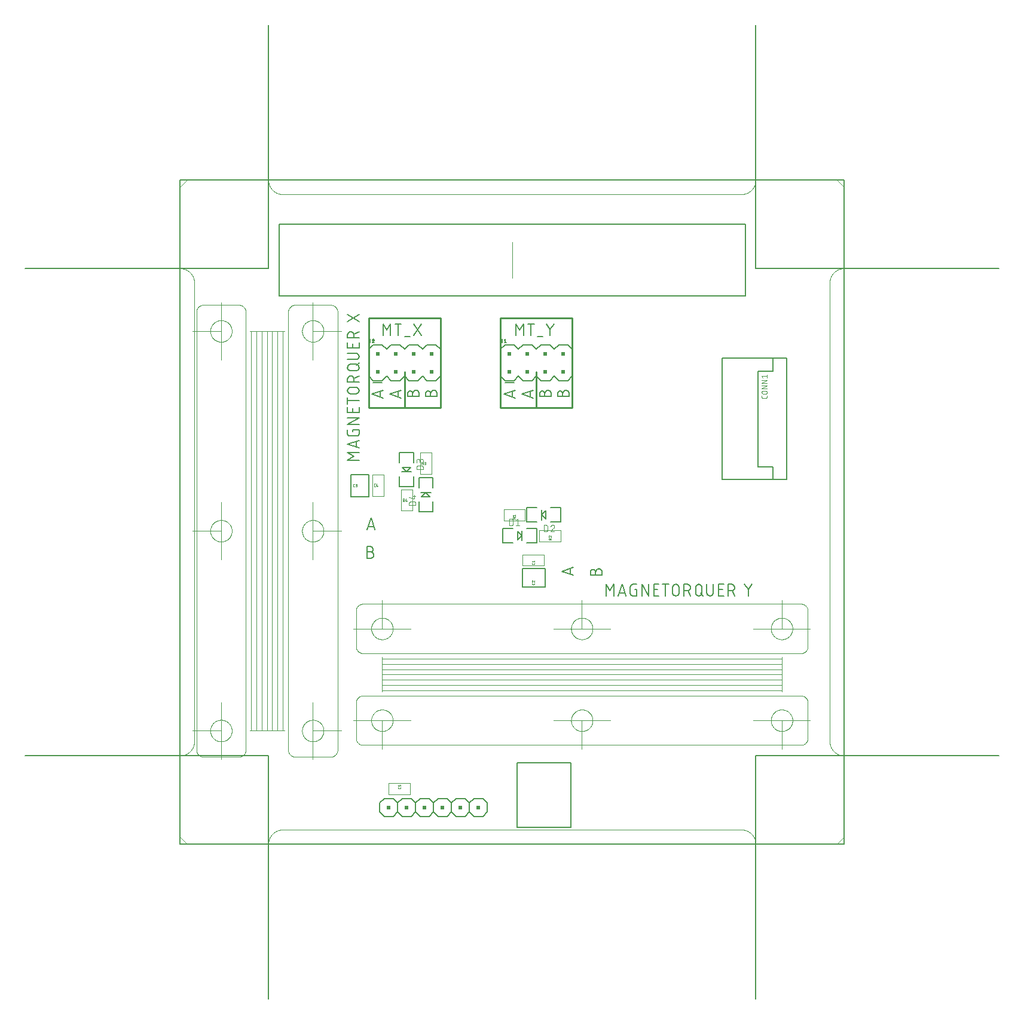
<source format=gto>
G75*
%MOIN*%
%OFA0B0*%
%FSLAX25Y25*%
%IPPOS*%
%LPD*%
%AMOC8*
5,1,8,0,0,1.08239X$1,22.5*
%
%ADD10C,0.00600*%
%ADD11C,0.01000*%
%ADD12C,0.00800*%
%ADD13C,0.00000*%
%ADD14C,0.00500*%
%ADD15C,0.00004*%
%ADD16R,0.02000X0.02000*%
%ADD17C,0.00300*%
%ADD18R,0.02300X0.02300*%
%ADD19C,0.00100*%
%ADD20C,0.00200*%
D10*
X0192204Y0247204D02*
X0192204Y0253604D01*
X0193981Y0253604D01*
X0193981Y0253603D02*
X0194055Y0253601D01*
X0194130Y0253595D01*
X0194203Y0253585D01*
X0194277Y0253572D01*
X0194349Y0253555D01*
X0194420Y0253533D01*
X0194491Y0253509D01*
X0194559Y0253480D01*
X0194627Y0253448D01*
X0194692Y0253412D01*
X0194755Y0253374D01*
X0194817Y0253331D01*
X0194876Y0253286D01*
X0194933Y0253238D01*
X0194987Y0253187D01*
X0195038Y0253133D01*
X0195086Y0253076D01*
X0195131Y0253017D01*
X0195174Y0252955D01*
X0195212Y0252892D01*
X0195248Y0252827D01*
X0195280Y0252759D01*
X0195309Y0252691D01*
X0195333Y0252620D01*
X0195355Y0252549D01*
X0195372Y0252477D01*
X0195385Y0252403D01*
X0195395Y0252330D01*
X0195401Y0252255D01*
X0195403Y0252181D01*
X0195401Y0252107D01*
X0195395Y0252032D01*
X0195385Y0251959D01*
X0195372Y0251885D01*
X0195355Y0251813D01*
X0195333Y0251742D01*
X0195309Y0251671D01*
X0195280Y0251603D01*
X0195248Y0251535D01*
X0195212Y0251470D01*
X0195174Y0251407D01*
X0195131Y0251345D01*
X0195086Y0251286D01*
X0195038Y0251229D01*
X0194987Y0251175D01*
X0194933Y0251124D01*
X0194876Y0251076D01*
X0194817Y0251031D01*
X0194755Y0250988D01*
X0194692Y0250950D01*
X0194627Y0250914D01*
X0194559Y0250882D01*
X0194491Y0250853D01*
X0194420Y0250829D01*
X0194349Y0250807D01*
X0194277Y0250790D01*
X0194203Y0250777D01*
X0194130Y0250767D01*
X0194055Y0250761D01*
X0193981Y0250759D01*
X0192204Y0250759D01*
X0193981Y0250759D02*
X0194064Y0250757D01*
X0194147Y0250751D01*
X0194230Y0250741D01*
X0194313Y0250728D01*
X0194394Y0250710D01*
X0194475Y0250689D01*
X0194554Y0250664D01*
X0194632Y0250635D01*
X0194709Y0250603D01*
X0194784Y0250567D01*
X0194858Y0250528D01*
X0194929Y0250485D01*
X0194999Y0250439D01*
X0195066Y0250389D01*
X0195131Y0250337D01*
X0195193Y0250282D01*
X0195253Y0250223D01*
X0195310Y0250162D01*
X0195364Y0250099D01*
X0195415Y0250033D01*
X0195462Y0249964D01*
X0195507Y0249894D01*
X0195548Y0249821D01*
X0195585Y0249747D01*
X0195620Y0249671D01*
X0195650Y0249593D01*
X0195677Y0249515D01*
X0195700Y0249434D01*
X0195720Y0249353D01*
X0195735Y0249271D01*
X0195747Y0249189D01*
X0195755Y0249106D01*
X0195759Y0249023D01*
X0195759Y0248939D01*
X0195755Y0248856D01*
X0195747Y0248773D01*
X0195735Y0248691D01*
X0195720Y0248609D01*
X0195700Y0248528D01*
X0195677Y0248447D01*
X0195650Y0248369D01*
X0195620Y0248291D01*
X0195585Y0248215D01*
X0195548Y0248141D01*
X0195507Y0248068D01*
X0195462Y0247998D01*
X0195415Y0247929D01*
X0195364Y0247863D01*
X0195310Y0247800D01*
X0195253Y0247739D01*
X0195193Y0247680D01*
X0195131Y0247625D01*
X0195066Y0247573D01*
X0194999Y0247523D01*
X0194929Y0247477D01*
X0194858Y0247434D01*
X0194784Y0247395D01*
X0194709Y0247359D01*
X0194632Y0247327D01*
X0194554Y0247298D01*
X0194475Y0247273D01*
X0194394Y0247252D01*
X0194313Y0247234D01*
X0194230Y0247221D01*
X0194147Y0247211D01*
X0194064Y0247205D01*
X0193981Y0247203D01*
X0193981Y0247204D02*
X0192204Y0247204D01*
X0192204Y0263204D02*
X0194337Y0269604D01*
X0196470Y0263204D01*
X0195937Y0264804D02*
X0192737Y0264804D01*
X0187604Y0301826D02*
X0181204Y0301826D01*
X0184759Y0303959D01*
X0181204Y0306092D01*
X0187604Y0306092D01*
X0187604Y0308595D02*
X0181204Y0310728D01*
X0187604Y0312862D01*
X0186004Y0312328D02*
X0186004Y0309128D01*
X0186181Y0315310D02*
X0182626Y0315310D01*
X0182552Y0315312D01*
X0182477Y0315318D01*
X0182404Y0315328D01*
X0182330Y0315341D01*
X0182258Y0315358D01*
X0182187Y0315380D01*
X0182116Y0315404D01*
X0182048Y0315433D01*
X0181980Y0315465D01*
X0181915Y0315501D01*
X0181852Y0315539D01*
X0181790Y0315582D01*
X0181731Y0315627D01*
X0181675Y0315675D01*
X0181621Y0315726D01*
X0181569Y0315780D01*
X0181521Y0315837D01*
X0181476Y0315896D01*
X0181433Y0315958D01*
X0181395Y0316021D01*
X0181359Y0316086D01*
X0181327Y0316154D01*
X0181298Y0316222D01*
X0181274Y0316293D01*
X0181252Y0316364D01*
X0181235Y0316436D01*
X0181222Y0316510D01*
X0181212Y0316583D01*
X0181206Y0316658D01*
X0181204Y0316732D01*
X0181204Y0318865D01*
X0184048Y0318865D02*
X0187604Y0318865D01*
X0187604Y0316732D01*
X0187603Y0316732D02*
X0187601Y0316658D01*
X0187595Y0316583D01*
X0187585Y0316510D01*
X0187572Y0316436D01*
X0187555Y0316364D01*
X0187533Y0316293D01*
X0187509Y0316222D01*
X0187480Y0316154D01*
X0187448Y0316086D01*
X0187412Y0316021D01*
X0187374Y0315958D01*
X0187331Y0315896D01*
X0187286Y0315837D01*
X0187238Y0315780D01*
X0187187Y0315726D01*
X0187133Y0315675D01*
X0187076Y0315627D01*
X0187017Y0315582D01*
X0186955Y0315539D01*
X0186892Y0315501D01*
X0186827Y0315465D01*
X0186759Y0315433D01*
X0186691Y0315404D01*
X0186620Y0315380D01*
X0186549Y0315358D01*
X0186477Y0315341D01*
X0186403Y0315328D01*
X0186330Y0315318D01*
X0186255Y0315312D01*
X0186181Y0315310D01*
X0184048Y0317799D02*
X0184048Y0318865D01*
X0181204Y0321874D02*
X0187604Y0325430D01*
X0181204Y0325430D01*
X0181204Y0328450D02*
X0181204Y0331295D01*
X0181204Y0333156D02*
X0181204Y0336712D01*
X0181204Y0334934D02*
X0187604Y0334934D01*
X0187604Y0331295D02*
X0187604Y0328450D01*
X0181204Y0328450D01*
X0184048Y0328450D02*
X0184048Y0330583D01*
X0182981Y0338900D02*
X0185826Y0338900D01*
X0185909Y0338902D01*
X0185992Y0338908D01*
X0186075Y0338918D01*
X0186158Y0338931D01*
X0186239Y0338949D01*
X0186320Y0338970D01*
X0186399Y0338995D01*
X0186477Y0339024D01*
X0186554Y0339056D01*
X0186629Y0339092D01*
X0186703Y0339131D01*
X0186774Y0339174D01*
X0186844Y0339220D01*
X0186911Y0339270D01*
X0186976Y0339322D01*
X0187038Y0339377D01*
X0187098Y0339436D01*
X0187155Y0339497D01*
X0187209Y0339560D01*
X0187260Y0339626D01*
X0187307Y0339695D01*
X0187352Y0339765D01*
X0187393Y0339838D01*
X0187430Y0339912D01*
X0187465Y0339988D01*
X0187495Y0340066D01*
X0187522Y0340144D01*
X0187545Y0340225D01*
X0187565Y0340306D01*
X0187580Y0340388D01*
X0187592Y0340470D01*
X0187600Y0340553D01*
X0187604Y0340636D01*
X0187604Y0340720D01*
X0187600Y0340803D01*
X0187592Y0340886D01*
X0187580Y0340968D01*
X0187565Y0341050D01*
X0187545Y0341131D01*
X0187522Y0341212D01*
X0187495Y0341290D01*
X0187465Y0341368D01*
X0187430Y0341444D01*
X0187393Y0341518D01*
X0187352Y0341591D01*
X0187307Y0341661D01*
X0187260Y0341730D01*
X0187209Y0341796D01*
X0187155Y0341859D01*
X0187098Y0341920D01*
X0187038Y0341979D01*
X0186976Y0342034D01*
X0186911Y0342086D01*
X0186844Y0342136D01*
X0186774Y0342182D01*
X0186703Y0342225D01*
X0186629Y0342264D01*
X0186554Y0342300D01*
X0186477Y0342332D01*
X0186399Y0342361D01*
X0186320Y0342386D01*
X0186239Y0342407D01*
X0186158Y0342425D01*
X0186075Y0342438D01*
X0185992Y0342448D01*
X0185909Y0342454D01*
X0185826Y0342456D01*
X0182981Y0342456D01*
X0182898Y0342454D01*
X0182815Y0342448D01*
X0182732Y0342438D01*
X0182649Y0342425D01*
X0182568Y0342407D01*
X0182487Y0342386D01*
X0182408Y0342361D01*
X0182330Y0342332D01*
X0182253Y0342300D01*
X0182178Y0342264D01*
X0182104Y0342225D01*
X0182033Y0342182D01*
X0181963Y0342136D01*
X0181896Y0342086D01*
X0181831Y0342034D01*
X0181769Y0341979D01*
X0181709Y0341920D01*
X0181652Y0341859D01*
X0181598Y0341796D01*
X0181547Y0341730D01*
X0181500Y0341661D01*
X0181455Y0341591D01*
X0181414Y0341518D01*
X0181377Y0341444D01*
X0181342Y0341368D01*
X0181312Y0341290D01*
X0181285Y0341212D01*
X0181262Y0341131D01*
X0181242Y0341050D01*
X0181227Y0340968D01*
X0181215Y0340886D01*
X0181207Y0340803D01*
X0181203Y0340720D01*
X0181203Y0340636D01*
X0181207Y0340553D01*
X0181215Y0340470D01*
X0181227Y0340388D01*
X0181242Y0340306D01*
X0181262Y0340225D01*
X0181285Y0340144D01*
X0181312Y0340066D01*
X0181342Y0339988D01*
X0181377Y0339912D01*
X0181414Y0339838D01*
X0181455Y0339765D01*
X0181500Y0339695D01*
X0181547Y0339626D01*
X0181598Y0339560D01*
X0181652Y0339497D01*
X0181709Y0339436D01*
X0181769Y0339377D01*
X0181831Y0339322D01*
X0181896Y0339270D01*
X0181963Y0339220D01*
X0182033Y0339174D01*
X0182104Y0339131D01*
X0182178Y0339092D01*
X0182253Y0339056D01*
X0182330Y0339024D01*
X0182408Y0338995D01*
X0182487Y0338970D01*
X0182568Y0338949D01*
X0182649Y0338931D01*
X0182732Y0338918D01*
X0182815Y0338908D01*
X0182898Y0338902D01*
X0182981Y0338900D01*
X0181204Y0345295D02*
X0181204Y0347073D01*
X0181203Y0347073D02*
X0181205Y0347156D01*
X0181211Y0347239D01*
X0181221Y0347322D01*
X0181234Y0347405D01*
X0181252Y0347486D01*
X0181273Y0347567D01*
X0181298Y0347646D01*
X0181327Y0347724D01*
X0181359Y0347801D01*
X0181395Y0347876D01*
X0181434Y0347950D01*
X0181477Y0348021D01*
X0181523Y0348091D01*
X0181573Y0348158D01*
X0181625Y0348223D01*
X0181680Y0348285D01*
X0181739Y0348345D01*
X0181800Y0348402D01*
X0181863Y0348456D01*
X0181929Y0348507D01*
X0181998Y0348554D01*
X0182068Y0348599D01*
X0182141Y0348640D01*
X0182215Y0348677D01*
X0182291Y0348712D01*
X0182369Y0348742D01*
X0182447Y0348769D01*
X0182528Y0348792D01*
X0182609Y0348812D01*
X0182691Y0348827D01*
X0182773Y0348839D01*
X0182856Y0348847D01*
X0182939Y0348851D01*
X0183023Y0348851D01*
X0183106Y0348847D01*
X0183189Y0348839D01*
X0183271Y0348827D01*
X0183353Y0348812D01*
X0183434Y0348792D01*
X0183515Y0348769D01*
X0183593Y0348742D01*
X0183671Y0348712D01*
X0183747Y0348677D01*
X0183821Y0348640D01*
X0183894Y0348599D01*
X0183964Y0348554D01*
X0184033Y0348507D01*
X0184099Y0348456D01*
X0184162Y0348402D01*
X0184223Y0348345D01*
X0184282Y0348285D01*
X0184337Y0348223D01*
X0184389Y0348158D01*
X0184439Y0348091D01*
X0184485Y0348021D01*
X0184528Y0347950D01*
X0184567Y0347876D01*
X0184603Y0347801D01*
X0184635Y0347724D01*
X0184664Y0347646D01*
X0184689Y0347567D01*
X0184710Y0347486D01*
X0184728Y0347405D01*
X0184741Y0347322D01*
X0184751Y0347239D01*
X0184757Y0347156D01*
X0184759Y0347073D01*
X0184759Y0345295D01*
X0184759Y0347429D02*
X0187604Y0348851D01*
X0185826Y0351743D02*
X0182981Y0351743D01*
X0182981Y0351742D02*
X0182898Y0351744D01*
X0182815Y0351750D01*
X0182732Y0351760D01*
X0182649Y0351773D01*
X0182568Y0351791D01*
X0182487Y0351812D01*
X0182408Y0351837D01*
X0182330Y0351866D01*
X0182253Y0351898D01*
X0182178Y0351934D01*
X0182104Y0351973D01*
X0182033Y0352016D01*
X0181963Y0352062D01*
X0181896Y0352112D01*
X0181831Y0352164D01*
X0181769Y0352219D01*
X0181709Y0352278D01*
X0181652Y0352339D01*
X0181598Y0352402D01*
X0181547Y0352468D01*
X0181500Y0352537D01*
X0181455Y0352607D01*
X0181414Y0352680D01*
X0181377Y0352754D01*
X0181342Y0352830D01*
X0181312Y0352908D01*
X0181285Y0352986D01*
X0181262Y0353067D01*
X0181242Y0353148D01*
X0181227Y0353230D01*
X0181215Y0353312D01*
X0181207Y0353395D01*
X0181203Y0353478D01*
X0181203Y0353562D01*
X0181207Y0353645D01*
X0181215Y0353728D01*
X0181227Y0353810D01*
X0181242Y0353892D01*
X0181262Y0353973D01*
X0181285Y0354054D01*
X0181312Y0354132D01*
X0181342Y0354210D01*
X0181377Y0354286D01*
X0181414Y0354360D01*
X0181455Y0354433D01*
X0181500Y0354503D01*
X0181547Y0354572D01*
X0181598Y0354638D01*
X0181652Y0354701D01*
X0181709Y0354762D01*
X0181769Y0354821D01*
X0181831Y0354876D01*
X0181896Y0354928D01*
X0181963Y0354978D01*
X0182033Y0355024D01*
X0182104Y0355067D01*
X0182178Y0355106D01*
X0182253Y0355142D01*
X0182330Y0355174D01*
X0182408Y0355203D01*
X0182487Y0355228D01*
X0182568Y0355249D01*
X0182649Y0355267D01*
X0182732Y0355280D01*
X0182815Y0355290D01*
X0182898Y0355296D01*
X0182981Y0355298D01*
X0185826Y0355298D01*
X0186181Y0354587D02*
X0187604Y0356009D01*
X0185826Y0357978D02*
X0181204Y0357978D01*
X0181204Y0361533D02*
X0185826Y0361533D01*
X0185909Y0361531D01*
X0185992Y0361525D01*
X0186075Y0361515D01*
X0186158Y0361502D01*
X0186239Y0361484D01*
X0186320Y0361463D01*
X0186399Y0361438D01*
X0186477Y0361409D01*
X0186554Y0361377D01*
X0186629Y0361341D01*
X0186703Y0361302D01*
X0186774Y0361259D01*
X0186844Y0361213D01*
X0186911Y0361163D01*
X0186976Y0361111D01*
X0187038Y0361056D01*
X0187098Y0360997D01*
X0187155Y0360936D01*
X0187209Y0360873D01*
X0187260Y0360807D01*
X0187307Y0360738D01*
X0187352Y0360668D01*
X0187393Y0360595D01*
X0187430Y0360521D01*
X0187465Y0360445D01*
X0187495Y0360367D01*
X0187522Y0360289D01*
X0187545Y0360208D01*
X0187565Y0360127D01*
X0187580Y0360045D01*
X0187592Y0359963D01*
X0187600Y0359880D01*
X0187604Y0359797D01*
X0187604Y0359713D01*
X0187600Y0359630D01*
X0187592Y0359547D01*
X0187580Y0359465D01*
X0187565Y0359383D01*
X0187545Y0359302D01*
X0187522Y0359221D01*
X0187495Y0359143D01*
X0187465Y0359065D01*
X0187430Y0358989D01*
X0187393Y0358915D01*
X0187352Y0358842D01*
X0187307Y0358772D01*
X0187260Y0358703D01*
X0187209Y0358637D01*
X0187155Y0358574D01*
X0187098Y0358513D01*
X0187038Y0358454D01*
X0186976Y0358399D01*
X0186911Y0358347D01*
X0186844Y0358297D01*
X0186774Y0358251D01*
X0186703Y0358208D01*
X0186629Y0358169D01*
X0186554Y0358133D01*
X0186477Y0358101D01*
X0186399Y0358072D01*
X0186320Y0358047D01*
X0186239Y0358026D01*
X0186158Y0358008D01*
X0186075Y0357995D01*
X0185992Y0357985D01*
X0185909Y0357979D01*
X0185826Y0357977D01*
X0185826Y0355298D02*
X0185909Y0355296D01*
X0185992Y0355290D01*
X0186075Y0355280D01*
X0186158Y0355267D01*
X0186239Y0355249D01*
X0186320Y0355228D01*
X0186399Y0355203D01*
X0186477Y0355174D01*
X0186554Y0355142D01*
X0186629Y0355106D01*
X0186703Y0355067D01*
X0186774Y0355024D01*
X0186844Y0354978D01*
X0186911Y0354928D01*
X0186976Y0354876D01*
X0187038Y0354821D01*
X0187098Y0354762D01*
X0187155Y0354701D01*
X0187209Y0354638D01*
X0187260Y0354572D01*
X0187307Y0354503D01*
X0187352Y0354433D01*
X0187393Y0354360D01*
X0187430Y0354286D01*
X0187465Y0354210D01*
X0187495Y0354132D01*
X0187522Y0354054D01*
X0187545Y0353973D01*
X0187565Y0353892D01*
X0187580Y0353810D01*
X0187592Y0353728D01*
X0187600Y0353645D01*
X0187604Y0353562D01*
X0187604Y0353478D01*
X0187600Y0353395D01*
X0187592Y0353312D01*
X0187580Y0353230D01*
X0187565Y0353148D01*
X0187545Y0353067D01*
X0187522Y0352986D01*
X0187495Y0352908D01*
X0187465Y0352830D01*
X0187430Y0352754D01*
X0187393Y0352680D01*
X0187352Y0352607D01*
X0187307Y0352537D01*
X0187260Y0352468D01*
X0187209Y0352402D01*
X0187155Y0352339D01*
X0187098Y0352278D01*
X0187038Y0352219D01*
X0186976Y0352164D01*
X0186911Y0352112D01*
X0186844Y0352062D01*
X0186774Y0352016D01*
X0186703Y0351973D01*
X0186629Y0351934D01*
X0186554Y0351898D01*
X0186477Y0351866D01*
X0186399Y0351837D01*
X0186320Y0351812D01*
X0186239Y0351791D01*
X0186158Y0351773D01*
X0186075Y0351760D01*
X0185992Y0351750D01*
X0185909Y0351744D01*
X0185826Y0351742D01*
X0187604Y0345295D02*
X0181204Y0345295D01*
X0194704Y0338659D02*
X0201104Y0340793D01*
X0199504Y0340259D02*
X0199504Y0337059D01*
X0201104Y0336526D02*
X0194704Y0338659D01*
X0204704Y0338659D02*
X0211104Y0340793D01*
X0209504Y0340259D02*
X0209504Y0337059D01*
X0211104Y0336526D02*
X0204704Y0338659D01*
X0214704Y0339015D02*
X0214704Y0337237D01*
X0221104Y0337237D01*
X0221104Y0339015D01*
X0221102Y0339098D01*
X0221096Y0339181D01*
X0221086Y0339264D01*
X0221073Y0339347D01*
X0221055Y0339428D01*
X0221034Y0339509D01*
X0221009Y0339588D01*
X0220980Y0339666D01*
X0220948Y0339743D01*
X0220912Y0339818D01*
X0220873Y0339892D01*
X0220830Y0339963D01*
X0220784Y0340033D01*
X0220734Y0340100D01*
X0220682Y0340165D01*
X0220627Y0340227D01*
X0220568Y0340287D01*
X0220507Y0340344D01*
X0220444Y0340398D01*
X0220378Y0340449D01*
X0220309Y0340496D01*
X0220239Y0340541D01*
X0220166Y0340582D01*
X0220092Y0340619D01*
X0220016Y0340654D01*
X0219938Y0340684D01*
X0219860Y0340711D01*
X0219779Y0340734D01*
X0219698Y0340754D01*
X0219616Y0340769D01*
X0219534Y0340781D01*
X0219451Y0340789D01*
X0219368Y0340793D01*
X0219284Y0340793D01*
X0219201Y0340789D01*
X0219118Y0340781D01*
X0219036Y0340769D01*
X0218954Y0340754D01*
X0218873Y0340734D01*
X0218792Y0340711D01*
X0218714Y0340684D01*
X0218636Y0340654D01*
X0218560Y0340619D01*
X0218486Y0340582D01*
X0218413Y0340541D01*
X0218343Y0340496D01*
X0218274Y0340449D01*
X0218208Y0340398D01*
X0218145Y0340344D01*
X0218084Y0340287D01*
X0218025Y0340227D01*
X0217970Y0340165D01*
X0217918Y0340100D01*
X0217868Y0340033D01*
X0217822Y0339963D01*
X0217779Y0339892D01*
X0217740Y0339818D01*
X0217704Y0339743D01*
X0217672Y0339666D01*
X0217643Y0339588D01*
X0217618Y0339509D01*
X0217597Y0339428D01*
X0217579Y0339347D01*
X0217566Y0339264D01*
X0217556Y0339181D01*
X0217550Y0339098D01*
X0217548Y0339015D01*
X0217548Y0337237D01*
X0217548Y0339015D02*
X0217546Y0339089D01*
X0217540Y0339164D01*
X0217530Y0339237D01*
X0217517Y0339311D01*
X0217500Y0339383D01*
X0217478Y0339454D01*
X0217454Y0339525D01*
X0217425Y0339593D01*
X0217393Y0339661D01*
X0217357Y0339726D01*
X0217319Y0339789D01*
X0217276Y0339851D01*
X0217231Y0339910D01*
X0217183Y0339967D01*
X0217132Y0340021D01*
X0217078Y0340072D01*
X0217021Y0340120D01*
X0216962Y0340165D01*
X0216900Y0340208D01*
X0216837Y0340246D01*
X0216772Y0340282D01*
X0216704Y0340314D01*
X0216636Y0340343D01*
X0216565Y0340367D01*
X0216494Y0340389D01*
X0216422Y0340406D01*
X0216348Y0340419D01*
X0216275Y0340429D01*
X0216200Y0340435D01*
X0216126Y0340437D01*
X0216052Y0340435D01*
X0215977Y0340429D01*
X0215904Y0340419D01*
X0215830Y0340406D01*
X0215758Y0340389D01*
X0215687Y0340367D01*
X0215616Y0340343D01*
X0215548Y0340314D01*
X0215480Y0340282D01*
X0215415Y0340246D01*
X0215352Y0340208D01*
X0215290Y0340165D01*
X0215231Y0340120D01*
X0215174Y0340072D01*
X0215120Y0340021D01*
X0215069Y0339967D01*
X0215021Y0339910D01*
X0214976Y0339851D01*
X0214933Y0339789D01*
X0214895Y0339726D01*
X0214859Y0339661D01*
X0214827Y0339593D01*
X0214798Y0339525D01*
X0214774Y0339454D01*
X0214752Y0339383D01*
X0214735Y0339311D01*
X0214722Y0339237D01*
X0214712Y0339164D01*
X0214706Y0339089D01*
X0214704Y0339015D01*
X0224704Y0339015D02*
X0224704Y0337237D01*
X0231104Y0337237D01*
X0231104Y0339015D01*
X0231102Y0339098D01*
X0231096Y0339181D01*
X0231086Y0339264D01*
X0231073Y0339347D01*
X0231055Y0339428D01*
X0231034Y0339509D01*
X0231009Y0339588D01*
X0230980Y0339666D01*
X0230948Y0339743D01*
X0230912Y0339818D01*
X0230873Y0339892D01*
X0230830Y0339963D01*
X0230784Y0340033D01*
X0230734Y0340100D01*
X0230682Y0340165D01*
X0230627Y0340227D01*
X0230568Y0340287D01*
X0230507Y0340344D01*
X0230444Y0340398D01*
X0230378Y0340449D01*
X0230309Y0340496D01*
X0230239Y0340541D01*
X0230166Y0340582D01*
X0230092Y0340619D01*
X0230016Y0340654D01*
X0229938Y0340684D01*
X0229860Y0340711D01*
X0229779Y0340734D01*
X0229698Y0340754D01*
X0229616Y0340769D01*
X0229534Y0340781D01*
X0229451Y0340789D01*
X0229368Y0340793D01*
X0229284Y0340793D01*
X0229201Y0340789D01*
X0229118Y0340781D01*
X0229036Y0340769D01*
X0228954Y0340754D01*
X0228873Y0340734D01*
X0228792Y0340711D01*
X0228714Y0340684D01*
X0228636Y0340654D01*
X0228560Y0340619D01*
X0228486Y0340582D01*
X0228413Y0340541D01*
X0228343Y0340496D01*
X0228274Y0340449D01*
X0228208Y0340398D01*
X0228145Y0340344D01*
X0228084Y0340287D01*
X0228025Y0340227D01*
X0227970Y0340165D01*
X0227918Y0340100D01*
X0227868Y0340033D01*
X0227822Y0339963D01*
X0227779Y0339892D01*
X0227740Y0339818D01*
X0227704Y0339743D01*
X0227672Y0339666D01*
X0227643Y0339588D01*
X0227618Y0339509D01*
X0227597Y0339428D01*
X0227579Y0339347D01*
X0227566Y0339264D01*
X0227556Y0339181D01*
X0227550Y0339098D01*
X0227548Y0339015D01*
X0227548Y0337237D01*
X0227548Y0339015D02*
X0227546Y0339089D01*
X0227540Y0339164D01*
X0227530Y0339237D01*
X0227517Y0339311D01*
X0227500Y0339383D01*
X0227478Y0339454D01*
X0227454Y0339525D01*
X0227425Y0339593D01*
X0227393Y0339661D01*
X0227357Y0339726D01*
X0227319Y0339789D01*
X0227276Y0339851D01*
X0227231Y0339910D01*
X0227183Y0339967D01*
X0227132Y0340021D01*
X0227078Y0340072D01*
X0227021Y0340120D01*
X0226962Y0340165D01*
X0226900Y0340208D01*
X0226837Y0340246D01*
X0226772Y0340282D01*
X0226704Y0340314D01*
X0226636Y0340343D01*
X0226565Y0340367D01*
X0226494Y0340389D01*
X0226422Y0340406D01*
X0226348Y0340419D01*
X0226275Y0340429D01*
X0226200Y0340435D01*
X0226126Y0340437D01*
X0226052Y0340435D01*
X0225977Y0340429D01*
X0225904Y0340419D01*
X0225830Y0340406D01*
X0225758Y0340389D01*
X0225687Y0340367D01*
X0225616Y0340343D01*
X0225548Y0340314D01*
X0225480Y0340282D01*
X0225415Y0340246D01*
X0225352Y0340208D01*
X0225290Y0340165D01*
X0225231Y0340120D01*
X0225174Y0340072D01*
X0225120Y0340021D01*
X0225069Y0339967D01*
X0225021Y0339910D01*
X0224976Y0339851D01*
X0224933Y0339789D01*
X0224895Y0339726D01*
X0224859Y0339661D01*
X0224827Y0339593D01*
X0224798Y0339525D01*
X0224774Y0339454D01*
X0224752Y0339383D01*
X0224735Y0339311D01*
X0224722Y0339237D01*
X0224712Y0339164D01*
X0224706Y0339089D01*
X0224704Y0339015D01*
X0216003Y0370681D02*
X0213158Y0370681D01*
X0209452Y0371393D02*
X0209452Y0377793D01*
X0207674Y0377793D02*
X0211230Y0377793D01*
X0205226Y0377793D02*
X0205226Y0371393D01*
X0203093Y0374237D02*
X0205226Y0377793D01*
X0203093Y0374237D02*
X0200959Y0377793D01*
X0200959Y0371393D01*
X0187604Y0369912D02*
X0181204Y0369912D01*
X0181204Y0371689D01*
X0181203Y0371689D02*
X0181205Y0371772D01*
X0181211Y0371855D01*
X0181221Y0371938D01*
X0181234Y0372021D01*
X0181252Y0372102D01*
X0181273Y0372183D01*
X0181298Y0372262D01*
X0181327Y0372340D01*
X0181359Y0372417D01*
X0181395Y0372492D01*
X0181434Y0372566D01*
X0181477Y0372637D01*
X0181523Y0372707D01*
X0181573Y0372774D01*
X0181625Y0372839D01*
X0181680Y0372901D01*
X0181739Y0372961D01*
X0181800Y0373018D01*
X0181863Y0373072D01*
X0181929Y0373123D01*
X0181998Y0373170D01*
X0182068Y0373215D01*
X0182141Y0373256D01*
X0182215Y0373293D01*
X0182291Y0373328D01*
X0182369Y0373358D01*
X0182447Y0373385D01*
X0182528Y0373408D01*
X0182609Y0373428D01*
X0182691Y0373443D01*
X0182773Y0373455D01*
X0182856Y0373463D01*
X0182939Y0373467D01*
X0183023Y0373467D01*
X0183106Y0373463D01*
X0183189Y0373455D01*
X0183271Y0373443D01*
X0183353Y0373428D01*
X0183434Y0373408D01*
X0183515Y0373385D01*
X0183593Y0373358D01*
X0183671Y0373328D01*
X0183747Y0373293D01*
X0183821Y0373256D01*
X0183894Y0373215D01*
X0183964Y0373170D01*
X0184033Y0373123D01*
X0184099Y0373072D01*
X0184162Y0373018D01*
X0184223Y0372961D01*
X0184282Y0372901D01*
X0184337Y0372839D01*
X0184389Y0372774D01*
X0184439Y0372707D01*
X0184485Y0372637D01*
X0184528Y0372566D01*
X0184567Y0372492D01*
X0184603Y0372417D01*
X0184635Y0372340D01*
X0184664Y0372262D01*
X0184689Y0372183D01*
X0184710Y0372102D01*
X0184728Y0372021D01*
X0184741Y0371938D01*
X0184751Y0371855D01*
X0184757Y0371772D01*
X0184759Y0371689D01*
X0184759Y0369912D01*
X0184759Y0372045D02*
X0187604Y0373467D01*
X0187604Y0378956D02*
X0181204Y0383223D01*
X0181204Y0378956D02*
X0187604Y0383223D01*
X0187604Y0367398D02*
X0187604Y0364554D01*
X0181204Y0364554D01*
X0181204Y0367398D01*
X0184048Y0366687D02*
X0184048Y0364554D01*
X0217986Y0371393D02*
X0222252Y0377793D01*
X0217986Y0377793D02*
X0222252Y0371393D01*
X0268326Y0338659D02*
X0274726Y0340793D01*
X0273126Y0340259D02*
X0273126Y0337059D01*
X0274726Y0336526D02*
X0268326Y0338659D01*
X0278326Y0338659D02*
X0284726Y0340793D01*
X0283126Y0340259D02*
X0283126Y0337059D01*
X0284726Y0336526D02*
X0278326Y0338659D01*
X0288326Y0339015D02*
X0288326Y0337237D01*
X0294726Y0337237D01*
X0294726Y0339015D01*
X0294724Y0339098D01*
X0294718Y0339181D01*
X0294708Y0339264D01*
X0294695Y0339347D01*
X0294677Y0339428D01*
X0294656Y0339509D01*
X0294631Y0339588D01*
X0294602Y0339666D01*
X0294570Y0339743D01*
X0294534Y0339818D01*
X0294495Y0339892D01*
X0294452Y0339963D01*
X0294406Y0340033D01*
X0294356Y0340100D01*
X0294304Y0340165D01*
X0294249Y0340227D01*
X0294190Y0340287D01*
X0294129Y0340344D01*
X0294066Y0340398D01*
X0294000Y0340449D01*
X0293931Y0340496D01*
X0293861Y0340541D01*
X0293788Y0340582D01*
X0293714Y0340619D01*
X0293638Y0340654D01*
X0293560Y0340684D01*
X0293482Y0340711D01*
X0293401Y0340734D01*
X0293320Y0340754D01*
X0293238Y0340769D01*
X0293156Y0340781D01*
X0293073Y0340789D01*
X0292990Y0340793D01*
X0292906Y0340793D01*
X0292823Y0340789D01*
X0292740Y0340781D01*
X0292658Y0340769D01*
X0292576Y0340754D01*
X0292495Y0340734D01*
X0292414Y0340711D01*
X0292336Y0340684D01*
X0292258Y0340654D01*
X0292182Y0340619D01*
X0292108Y0340582D01*
X0292035Y0340541D01*
X0291965Y0340496D01*
X0291896Y0340449D01*
X0291830Y0340398D01*
X0291767Y0340344D01*
X0291706Y0340287D01*
X0291647Y0340227D01*
X0291592Y0340165D01*
X0291540Y0340100D01*
X0291490Y0340033D01*
X0291444Y0339963D01*
X0291401Y0339892D01*
X0291362Y0339818D01*
X0291326Y0339743D01*
X0291294Y0339666D01*
X0291265Y0339588D01*
X0291240Y0339509D01*
X0291219Y0339428D01*
X0291201Y0339347D01*
X0291188Y0339264D01*
X0291178Y0339181D01*
X0291172Y0339098D01*
X0291170Y0339015D01*
X0291170Y0337237D01*
X0291170Y0339015D02*
X0291168Y0339089D01*
X0291162Y0339164D01*
X0291152Y0339237D01*
X0291139Y0339311D01*
X0291122Y0339383D01*
X0291100Y0339454D01*
X0291076Y0339525D01*
X0291047Y0339593D01*
X0291015Y0339661D01*
X0290979Y0339726D01*
X0290941Y0339789D01*
X0290898Y0339851D01*
X0290853Y0339910D01*
X0290805Y0339967D01*
X0290754Y0340021D01*
X0290700Y0340072D01*
X0290643Y0340120D01*
X0290584Y0340165D01*
X0290522Y0340208D01*
X0290459Y0340246D01*
X0290394Y0340282D01*
X0290326Y0340314D01*
X0290258Y0340343D01*
X0290187Y0340367D01*
X0290116Y0340389D01*
X0290044Y0340406D01*
X0289970Y0340419D01*
X0289897Y0340429D01*
X0289822Y0340435D01*
X0289748Y0340437D01*
X0289674Y0340435D01*
X0289599Y0340429D01*
X0289526Y0340419D01*
X0289452Y0340406D01*
X0289380Y0340389D01*
X0289309Y0340367D01*
X0289238Y0340343D01*
X0289170Y0340314D01*
X0289102Y0340282D01*
X0289037Y0340246D01*
X0288974Y0340208D01*
X0288912Y0340165D01*
X0288853Y0340120D01*
X0288796Y0340072D01*
X0288742Y0340021D01*
X0288691Y0339967D01*
X0288643Y0339910D01*
X0288598Y0339851D01*
X0288555Y0339789D01*
X0288517Y0339726D01*
X0288481Y0339661D01*
X0288449Y0339593D01*
X0288420Y0339525D01*
X0288396Y0339454D01*
X0288374Y0339383D01*
X0288357Y0339311D01*
X0288344Y0339237D01*
X0288334Y0339164D01*
X0288328Y0339089D01*
X0288326Y0339015D01*
X0298326Y0339015D02*
X0298326Y0337237D01*
X0304726Y0337237D01*
X0304726Y0339015D01*
X0304724Y0339098D01*
X0304718Y0339181D01*
X0304708Y0339264D01*
X0304695Y0339347D01*
X0304677Y0339428D01*
X0304656Y0339509D01*
X0304631Y0339588D01*
X0304602Y0339666D01*
X0304570Y0339743D01*
X0304534Y0339818D01*
X0304495Y0339892D01*
X0304452Y0339963D01*
X0304406Y0340033D01*
X0304356Y0340100D01*
X0304304Y0340165D01*
X0304249Y0340227D01*
X0304190Y0340287D01*
X0304129Y0340344D01*
X0304066Y0340398D01*
X0304000Y0340449D01*
X0303931Y0340496D01*
X0303861Y0340541D01*
X0303788Y0340582D01*
X0303714Y0340619D01*
X0303638Y0340654D01*
X0303560Y0340684D01*
X0303482Y0340711D01*
X0303401Y0340734D01*
X0303320Y0340754D01*
X0303238Y0340769D01*
X0303156Y0340781D01*
X0303073Y0340789D01*
X0302990Y0340793D01*
X0302906Y0340793D01*
X0302823Y0340789D01*
X0302740Y0340781D01*
X0302658Y0340769D01*
X0302576Y0340754D01*
X0302495Y0340734D01*
X0302414Y0340711D01*
X0302336Y0340684D01*
X0302258Y0340654D01*
X0302182Y0340619D01*
X0302108Y0340582D01*
X0302035Y0340541D01*
X0301965Y0340496D01*
X0301896Y0340449D01*
X0301830Y0340398D01*
X0301767Y0340344D01*
X0301706Y0340287D01*
X0301647Y0340227D01*
X0301592Y0340165D01*
X0301540Y0340100D01*
X0301490Y0340033D01*
X0301444Y0339963D01*
X0301401Y0339892D01*
X0301362Y0339818D01*
X0301326Y0339743D01*
X0301294Y0339666D01*
X0301265Y0339588D01*
X0301240Y0339509D01*
X0301219Y0339428D01*
X0301201Y0339347D01*
X0301188Y0339264D01*
X0301178Y0339181D01*
X0301172Y0339098D01*
X0301170Y0339015D01*
X0301170Y0337237D01*
X0301170Y0339015D02*
X0301168Y0339089D01*
X0301162Y0339164D01*
X0301152Y0339237D01*
X0301139Y0339311D01*
X0301122Y0339383D01*
X0301100Y0339454D01*
X0301076Y0339525D01*
X0301047Y0339593D01*
X0301015Y0339661D01*
X0300979Y0339726D01*
X0300941Y0339789D01*
X0300898Y0339851D01*
X0300853Y0339910D01*
X0300805Y0339967D01*
X0300754Y0340021D01*
X0300700Y0340072D01*
X0300643Y0340120D01*
X0300584Y0340165D01*
X0300522Y0340208D01*
X0300459Y0340246D01*
X0300394Y0340282D01*
X0300326Y0340314D01*
X0300258Y0340343D01*
X0300187Y0340367D01*
X0300116Y0340389D01*
X0300044Y0340406D01*
X0299970Y0340419D01*
X0299897Y0340429D01*
X0299822Y0340435D01*
X0299748Y0340437D01*
X0299674Y0340435D01*
X0299599Y0340429D01*
X0299526Y0340419D01*
X0299452Y0340406D01*
X0299380Y0340389D01*
X0299309Y0340367D01*
X0299238Y0340343D01*
X0299170Y0340314D01*
X0299102Y0340282D01*
X0299037Y0340246D01*
X0298974Y0340208D01*
X0298912Y0340165D01*
X0298853Y0340120D01*
X0298796Y0340072D01*
X0298742Y0340021D01*
X0298691Y0339967D01*
X0298643Y0339910D01*
X0298598Y0339851D01*
X0298555Y0339789D01*
X0298517Y0339726D01*
X0298481Y0339661D01*
X0298449Y0339593D01*
X0298420Y0339525D01*
X0298396Y0339454D01*
X0298374Y0339383D01*
X0298357Y0339311D01*
X0298344Y0339237D01*
X0298334Y0339164D01*
X0298328Y0339089D01*
X0298326Y0339015D01*
X0290018Y0370681D02*
X0287174Y0370681D01*
X0283468Y0371393D02*
X0283468Y0377793D01*
X0285245Y0377793D02*
X0281690Y0377793D01*
X0279242Y0377793D02*
X0279242Y0371393D01*
X0277109Y0374237D02*
X0274975Y0377793D01*
X0274975Y0371393D01*
X0277109Y0374237D02*
X0279242Y0377793D01*
X0292001Y0377793D02*
X0294135Y0374770D01*
X0294135Y0371393D01*
X0294135Y0374770D02*
X0296268Y0377793D01*
X0187604Y0321874D02*
X0181204Y0321874D01*
X0300704Y0239837D02*
X0307104Y0241970D01*
X0305504Y0241437D02*
X0305504Y0238237D01*
X0307104Y0237704D02*
X0300704Y0239837D01*
X0316704Y0239481D02*
X0316704Y0237704D01*
X0323104Y0237704D01*
X0323104Y0239481D01*
X0323102Y0239564D01*
X0323096Y0239647D01*
X0323086Y0239730D01*
X0323073Y0239813D01*
X0323055Y0239894D01*
X0323034Y0239975D01*
X0323009Y0240054D01*
X0322980Y0240132D01*
X0322948Y0240209D01*
X0322912Y0240284D01*
X0322873Y0240358D01*
X0322830Y0240429D01*
X0322784Y0240499D01*
X0322734Y0240566D01*
X0322682Y0240631D01*
X0322627Y0240693D01*
X0322568Y0240753D01*
X0322507Y0240810D01*
X0322444Y0240864D01*
X0322378Y0240915D01*
X0322309Y0240962D01*
X0322239Y0241007D01*
X0322166Y0241048D01*
X0322092Y0241085D01*
X0322016Y0241120D01*
X0321938Y0241150D01*
X0321860Y0241177D01*
X0321779Y0241200D01*
X0321698Y0241220D01*
X0321616Y0241235D01*
X0321534Y0241247D01*
X0321451Y0241255D01*
X0321368Y0241259D01*
X0321284Y0241259D01*
X0321201Y0241255D01*
X0321118Y0241247D01*
X0321036Y0241235D01*
X0320954Y0241220D01*
X0320873Y0241200D01*
X0320792Y0241177D01*
X0320714Y0241150D01*
X0320636Y0241120D01*
X0320560Y0241085D01*
X0320486Y0241048D01*
X0320413Y0241007D01*
X0320343Y0240962D01*
X0320274Y0240915D01*
X0320208Y0240864D01*
X0320145Y0240810D01*
X0320084Y0240753D01*
X0320025Y0240693D01*
X0319970Y0240631D01*
X0319918Y0240566D01*
X0319868Y0240499D01*
X0319822Y0240429D01*
X0319779Y0240358D01*
X0319740Y0240284D01*
X0319704Y0240209D01*
X0319672Y0240132D01*
X0319643Y0240054D01*
X0319618Y0239975D01*
X0319597Y0239894D01*
X0319579Y0239813D01*
X0319566Y0239730D01*
X0319556Y0239647D01*
X0319550Y0239564D01*
X0319548Y0239481D01*
X0319548Y0237704D01*
X0319548Y0239481D02*
X0319546Y0239555D01*
X0319540Y0239630D01*
X0319530Y0239703D01*
X0319517Y0239777D01*
X0319500Y0239849D01*
X0319478Y0239920D01*
X0319454Y0239991D01*
X0319425Y0240059D01*
X0319393Y0240127D01*
X0319357Y0240192D01*
X0319319Y0240255D01*
X0319276Y0240317D01*
X0319231Y0240376D01*
X0319183Y0240433D01*
X0319132Y0240487D01*
X0319078Y0240538D01*
X0319021Y0240586D01*
X0318962Y0240631D01*
X0318900Y0240674D01*
X0318837Y0240712D01*
X0318772Y0240748D01*
X0318704Y0240780D01*
X0318636Y0240809D01*
X0318565Y0240833D01*
X0318494Y0240855D01*
X0318422Y0240872D01*
X0318348Y0240885D01*
X0318275Y0240895D01*
X0318200Y0240901D01*
X0318126Y0240903D01*
X0318052Y0240901D01*
X0317977Y0240895D01*
X0317904Y0240885D01*
X0317830Y0240872D01*
X0317758Y0240855D01*
X0317687Y0240833D01*
X0317616Y0240809D01*
X0317548Y0240780D01*
X0317480Y0240748D01*
X0317415Y0240712D01*
X0317352Y0240674D01*
X0317290Y0240631D01*
X0317231Y0240586D01*
X0317174Y0240538D01*
X0317120Y0240487D01*
X0317069Y0240433D01*
X0317021Y0240376D01*
X0316976Y0240317D01*
X0316933Y0240255D01*
X0316895Y0240192D01*
X0316859Y0240127D01*
X0316827Y0240059D01*
X0316798Y0239991D01*
X0316774Y0239920D01*
X0316752Y0239849D01*
X0316735Y0239777D01*
X0316722Y0239703D01*
X0316712Y0239630D01*
X0316706Y0239555D01*
X0316704Y0239481D01*
X0325380Y0232604D02*
X0327513Y0229048D01*
X0329646Y0232604D01*
X0329646Y0226204D01*
X0332149Y0226204D02*
X0334282Y0232604D01*
X0336416Y0226204D01*
X0335882Y0227804D02*
X0332682Y0227804D01*
X0325380Y0226204D02*
X0325380Y0232604D01*
X0338864Y0231181D02*
X0338864Y0227626D01*
X0338866Y0227552D01*
X0338872Y0227477D01*
X0338882Y0227404D01*
X0338895Y0227330D01*
X0338912Y0227258D01*
X0338934Y0227187D01*
X0338958Y0227116D01*
X0338987Y0227048D01*
X0339019Y0226980D01*
X0339055Y0226915D01*
X0339093Y0226852D01*
X0339136Y0226790D01*
X0339181Y0226731D01*
X0339229Y0226674D01*
X0339280Y0226620D01*
X0339334Y0226569D01*
X0339391Y0226521D01*
X0339450Y0226476D01*
X0339512Y0226433D01*
X0339575Y0226395D01*
X0339640Y0226359D01*
X0339708Y0226327D01*
X0339776Y0226298D01*
X0339847Y0226274D01*
X0339918Y0226252D01*
X0339990Y0226235D01*
X0340064Y0226222D01*
X0340137Y0226212D01*
X0340212Y0226206D01*
X0340286Y0226204D01*
X0342419Y0226204D01*
X0342419Y0229759D01*
X0341353Y0229759D01*
X0338864Y0231181D02*
X0338866Y0231255D01*
X0338872Y0231330D01*
X0338882Y0231403D01*
X0338895Y0231477D01*
X0338912Y0231549D01*
X0338934Y0231620D01*
X0338958Y0231691D01*
X0338987Y0231759D01*
X0339019Y0231827D01*
X0339055Y0231892D01*
X0339093Y0231955D01*
X0339136Y0232017D01*
X0339181Y0232076D01*
X0339229Y0232132D01*
X0339280Y0232187D01*
X0339334Y0232238D01*
X0339391Y0232286D01*
X0339450Y0232331D01*
X0339512Y0232374D01*
X0339575Y0232412D01*
X0339640Y0232448D01*
X0339708Y0232480D01*
X0339776Y0232509D01*
X0339847Y0232533D01*
X0339918Y0232555D01*
X0339990Y0232572D01*
X0340064Y0232585D01*
X0340137Y0232595D01*
X0340212Y0232601D01*
X0340286Y0232603D01*
X0340286Y0232604D02*
X0342419Y0232604D01*
X0345428Y0232604D02*
X0348984Y0226204D01*
X0348984Y0232604D01*
X0352004Y0232604D02*
X0352004Y0226204D01*
X0354849Y0226204D01*
X0354137Y0229759D02*
X0352004Y0229759D01*
X0352004Y0232604D02*
X0354849Y0232604D01*
X0356710Y0232604D02*
X0360266Y0232604D01*
X0358488Y0232604D02*
X0358488Y0226204D01*
X0362454Y0227981D02*
X0362454Y0230826D01*
X0362456Y0230909D01*
X0362462Y0230992D01*
X0362472Y0231075D01*
X0362485Y0231158D01*
X0362503Y0231239D01*
X0362524Y0231320D01*
X0362549Y0231399D01*
X0362578Y0231477D01*
X0362610Y0231554D01*
X0362646Y0231629D01*
X0362685Y0231703D01*
X0362728Y0231774D01*
X0362774Y0231844D01*
X0362824Y0231911D01*
X0362876Y0231976D01*
X0362931Y0232038D01*
X0362990Y0232098D01*
X0363051Y0232155D01*
X0363114Y0232209D01*
X0363180Y0232260D01*
X0363249Y0232307D01*
X0363319Y0232352D01*
X0363392Y0232393D01*
X0363466Y0232430D01*
X0363542Y0232465D01*
X0363620Y0232495D01*
X0363698Y0232522D01*
X0363779Y0232545D01*
X0363860Y0232565D01*
X0363942Y0232580D01*
X0364024Y0232592D01*
X0364107Y0232600D01*
X0364190Y0232604D01*
X0364274Y0232604D01*
X0364357Y0232600D01*
X0364440Y0232592D01*
X0364522Y0232580D01*
X0364604Y0232565D01*
X0364685Y0232545D01*
X0364766Y0232522D01*
X0364844Y0232495D01*
X0364922Y0232465D01*
X0364998Y0232430D01*
X0365072Y0232393D01*
X0365145Y0232352D01*
X0365215Y0232307D01*
X0365284Y0232260D01*
X0365350Y0232209D01*
X0365413Y0232155D01*
X0365474Y0232098D01*
X0365533Y0232038D01*
X0365588Y0231976D01*
X0365640Y0231911D01*
X0365690Y0231844D01*
X0365736Y0231774D01*
X0365779Y0231703D01*
X0365818Y0231629D01*
X0365854Y0231554D01*
X0365886Y0231477D01*
X0365915Y0231399D01*
X0365940Y0231320D01*
X0365961Y0231239D01*
X0365979Y0231158D01*
X0365992Y0231075D01*
X0366002Y0230992D01*
X0366008Y0230909D01*
X0366010Y0230826D01*
X0366010Y0227981D01*
X0366008Y0227898D01*
X0366002Y0227815D01*
X0365992Y0227732D01*
X0365979Y0227649D01*
X0365961Y0227568D01*
X0365940Y0227487D01*
X0365915Y0227408D01*
X0365886Y0227330D01*
X0365854Y0227253D01*
X0365818Y0227178D01*
X0365779Y0227104D01*
X0365736Y0227033D01*
X0365690Y0226963D01*
X0365640Y0226896D01*
X0365588Y0226831D01*
X0365533Y0226769D01*
X0365474Y0226709D01*
X0365413Y0226652D01*
X0365350Y0226598D01*
X0365284Y0226547D01*
X0365215Y0226500D01*
X0365145Y0226455D01*
X0365072Y0226414D01*
X0364998Y0226377D01*
X0364922Y0226342D01*
X0364844Y0226312D01*
X0364766Y0226285D01*
X0364685Y0226262D01*
X0364604Y0226242D01*
X0364522Y0226227D01*
X0364440Y0226215D01*
X0364357Y0226207D01*
X0364274Y0226203D01*
X0364190Y0226203D01*
X0364107Y0226207D01*
X0364024Y0226215D01*
X0363942Y0226227D01*
X0363860Y0226242D01*
X0363779Y0226262D01*
X0363698Y0226285D01*
X0363620Y0226312D01*
X0363542Y0226342D01*
X0363466Y0226377D01*
X0363392Y0226414D01*
X0363319Y0226455D01*
X0363249Y0226500D01*
X0363180Y0226547D01*
X0363114Y0226598D01*
X0363051Y0226652D01*
X0362990Y0226709D01*
X0362931Y0226769D01*
X0362876Y0226831D01*
X0362824Y0226896D01*
X0362774Y0226963D01*
X0362728Y0227033D01*
X0362685Y0227104D01*
X0362646Y0227178D01*
X0362610Y0227253D01*
X0362578Y0227330D01*
X0362549Y0227408D01*
X0362524Y0227487D01*
X0362503Y0227568D01*
X0362485Y0227649D01*
X0362472Y0227732D01*
X0362462Y0227815D01*
X0362456Y0227898D01*
X0362454Y0227981D01*
X0368849Y0229048D02*
X0370627Y0229048D01*
X0370983Y0229048D02*
X0372405Y0226204D01*
X0375297Y0227981D02*
X0375297Y0230826D01*
X0375296Y0230826D02*
X0375298Y0230909D01*
X0375304Y0230992D01*
X0375314Y0231075D01*
X0375327Y0231158D01*
X0375345Y0231239D01*
X0375366Y0231320D01*
X0375391Y0231399D01*
X0375420Y0231477D01*
X0375452Y0231554D01*
X0375488Y0231629D01*
X0375527Y0231703D01*
X0375570Y0231774D01*
X0375616Y0231844D01*
X0375666Y0231911D01*
X0375718Y0231976D01*
X0375773Y0232038D01*
X0375832Y0232098D01*
X0375893Y0232155D01*
X0375956Y0232209D01*
X0376022Y0232260D01*
X0376091Y0232307D01*
X0376161Y0232352D01*
X0376234Y0232393D01*
X0376308Y0232430D01*
X0376384Y0232465D01*
X0376462Y0232495D01*
X0376540Y0232522D01*
X0376621Y0232545D01*
X0376702Y0232565D01*
X0376784Y0232580D01*
X0376866Y0232592D01*
X0376949Y0232600D01*
X0377032Y0232604D01*
X0377116Y0232604D01*
X0377199Y0232600D01*
X0377282Y0232592D01*
X0377364Y0232580D01*
X0377446Y0232565D01*
X0377527Y0232545D01*
X0377608Y0232522D01*
X0377686Y0232495D01*
X0377764Y0232465D01*
X0377840Y0232430D01*
X0377914Y0232393D01*
X0377987Y0232352D01*
X0378057Y0232307D01*
X0378126Y0232260D01*
X0378192Y0232209D01*
X0378255Y0232155D01*
X0378316Y0232098D01*
X0378375Y0232038D01*
X0378430Y0231976D01*
X0378482Y0231911D01*
X0378532Y0231844D01*
X0378578Y0231774D01*
X0378621Y0231703D01*
X0378660Y0231629D01*
X0378696Y0231554D01*
X0378728Y0231477D01*
X0378757Y0231399D01*
X0378782Y0231320D01*
X0378803Y0231239D01*
X0378821Y0231158D01*
X0378834Y0231075D01*
X0378844Y0230992D01*
X0378850Y0230909D01*
X0378852Y0230826D01*
X0378852Y0227981D01*
X0378141Y0227626D02*
X0379563Y0226204D01*
X0381532Y0227981D02*
X0381532Y0232604D01*
X0385087Y0232604D02*
X0385087Y0227981D01*
X0385085Y0227898D01*
X0385079Y0227815D01*
X0385069Y0227732D01*
X0385056Y0227649D01*
X0385038Y0227568D01*
X0385017Y0227487D01*
X0384992Y0227408D01*
X0384963Y0227330D01*
X0384931Y0227253D01*
X0384895Y0227178D01*
X0384856Y0227104D01*
X0384813Y0227033D01*
X0384767Y0226963D01*
X0384717Y0226896D01*
X0384665Y0226831D01*
X0384610Y0226769D01*
X0384551Y0226709D01*
X0384490Y0226652D01*
X0384427Y0226598D01*
X0384361Y0226547D01*
X0384292Y0226500D01*
X0384222Y0226455D01*
X0384149Y0226414D01*
X0384075Y0226377D01*
X0383999Y0226342D01*
X0383921Y0226312D01*
X0383843Y0226285D01*
X0383762Y0226262D01*
X0383681Y0226242D01*
X0383599Y0226227D01*
X0383517Y0226215D01*
X0383434Y0226207D01*
X0383351Y0226203D01*
X0383267Y0226203D01*
X0383184Y0226207D01*
X0383101Y0226215D01*
X0383019Y0226227D01*
X0382937Y0226242D01*
X0382856Y0226262D01*
X0382775Y0226285D01*
X0382697Y0226312D01*
X0382619Y0226342D01*
X0382543Y0226377D01*
X0382469Y0226414D01*
X0382396Y0226455D01*
X0382326Y0226500D01*
X0382257Y0226547D01*
X0382191Y0226598D01*
X0382128Y0226652D01*
X0382067Y0226709D01*
X0382008Y0226769D01*
X0381953Y0226831D01*
X0381901Y0226896D01*
X0381851Y0226963D01*
X0381805Y0227033D01*
X0381762Y0227104D01*
X0381723Y0227178D01*
X0381687Y0227253D01*
X0381655Y0227330D01*
X0381626Y0227408D01*
X0381601Y0227487D01*
X0381580Y0227568D01*
X0381562Y0227649D01*
X0381549Y0227732D01*
X0381539Y0227815D01*
X0381533Y0227898D01*
X0381531Y0227981D01*
X0378852Y0227981D02*
X0378850Y0227898D01*
X0378844Y0227815D01*
X0378834Y0227732D01*
X0378821Y0227649D01*
X0378803Y0227568D01*
X0378782Y0227487D01*
X0378757Y0227408D01*
X0378728Y0227330D01*
X0378696Y0227253D01*
X0378660Y0227178D01*
X0378621Y0227104D01*
X0378578Y0227033D01*
X0378532Y0226963D01*
X0378482Y0226896D01*
X0378430Y0226831D01*
X0378375Y0226769D01*
X0378316Y0226709D01*
X0378255Y0226652D01*
X0378192Y0226598D01*
X0378126Y0226547D01*
X0378057Y0226500D01*
X0377987Y0226455D01*
X0377914Y0226414D01*
X0377840Y0226377D01*
X0377764Y0226342D01*
X0377686Y0226312D01*
X0377608Y0226285D01*
X0377527Y0226262D01*
X0377446Y0226242D01*
X0377364Y0226227D01*
X0377282Y0226215D01*
X0377199Y0226207D01*
X0377116Y0226203D01*
X0377032Y0226203D01*
X0376949Y0226207D01*
X0376866Y0226215D01*
X0376784Y0226227D01*
X0376702Y0226242D01*
X0376621Y0226262D01*
X0376540Y0226285D01*
X0376462Y0226312D01*
X0376384Y0226342D01*
X0376308Y0226377D01*
X0376234Y0226414D01*
X0376161Y0226455D01*
X0376091Y0226500D01*
X0376022Y0226547D01*
X0375956Y0226598D01*
X0375893Y0226652D01*
X0375832Y0226709D01*
X0375773Y0226769D01*
X0375718Y0226831D01*
X0375666Y0226896D01*
X0375616Y0226963D01*
X0375570Y0227033D01*
X0375527Y0227104D01*
X0375488Y0227178D01*
X0375452Y0227253D01*
X0375420Y0227330D01*
X0375391Y0227408D01*
X0375366Y0227487D01*
X0375345Y0227568D01*
X0375327Y0227649D01*
X0375314Y0227732D01*
X0375304Y0227815D01*
X0375298Y0227898D01*
X0375296Y0227981D01*
X0370627Y0229048D02*
X0370710Y0229050D01*
X0370793Y0229056D01*
X0370876Y0229066D01*
X0370959Y0229079D01*
X0371040Y0229097D01*
X0371121Y0229118D01*
X0371200Y0229143D01*
X0371278Y0229172D01*
X0371355Y0229204D01*
X0371430Y0229240D01*
X0371504Y0229279D01*
X0371575Y0229322D01*
X0371645Y0229368D01*
X0371712Y0229418D01*
X0371777Y0229470D01*
X0371839Y0229525D01*
X0371899Y0229584D01*
X0371956Y0229645D01*
X0372010Y0229708D01*
X0372061Y0229774D01*
X0372108Y0229843D01*
X0372153Y0229913D01*
X0372194Y0229986D01*
X0372231Y0230060D01*
X0372266Y0230136D01*
X0372296Y0230214D01*
X0372323Y0230292D01*
X0372346Y0230373D01*
X0372366Y0230454D01*
X0372381Y0230536D01*
X0372393Y0230618D01*
X0372401Y0230701D01*
X0372405Y0230784D01*
X0372405Y0230868D01*
X0372401Y0230951D01*
X0372393Y0231034D01*
X0372381Y0231116D01*
X0372366Y0231198D01*
X0372346Y0231279D01*
X0372323Y0231360D01*
X0372296Y0231438D01*
X0372266Y0231516D01*
X0372231Y0231592D01*
X0372194Y0231666D01*
X0372153Y0231739D01*
X0372108Y0231809D01*
X0372061Y0231878D01*
X0372010Y0231944D01*
X0371956Y0232007D01*
X0371899Y0232068D01*
X0371839Y0232127D01*
X0371777Y0232182D01*
X0371712Y0232234D01*
X0371645Y0232284D01*
X0371575Y0232330D01*
X0371504Y0232373D01*
X0371430Y0232412D01*
X0371355Y0232448D01*
X0371278Y0232480D01*
X0371200Y0232509D01*
X0371121Y0232534D01*
X0371040Y0232555D01*
X0370959Y0232573D01*
X0370876Y0232586D01*
X0370793Y0232596D01*
X0370710Y0232602D01*
X0370627Y0232604D01*
X0368849Y0232604D01*
X0368849Y0226204D01*
X0388108Y0226204D02*
X0388108Y0232604D01*
X0390952Y0232604D01*
X0393466Y0232604D02*
X0393466Y0226204D01*
X0390952Y0226204D02*
X0388108Y0226204D01*
X0388108Y0229759D02*
X0390241Y0229759D01*
X0393466Y0229048D02*
X0395243Y0229048D01*
X0395599Y0229048D02*
X0397021Y0226204D01*
X0395243Y0229048D02*
X0395326Y0229050D01*
X0395409Y0229056D01*
X0395492Y0229066D01*
X0395575Y0229079D01*
X0395656Y0229097D01*
X0395737Y0229118D01*
X0395816Y0229143D01*
X0395894Y0229172D01*
X0395971Y0229204D01*
X0396046Y0229240D01*
X0396120Y0229279D01*
X0396191Y0229322D01*
X0396261Y0229368D01*
X0396328Y0229418D01*
X0396393Y0229470D01*
X0396455Y0229525D01*
X0396515Y0229584D01*
X0396572Y0229645D01*
X0396626Y0229708D01*
X0396677Y0229774D01*
X0396724Y0229843D01*
X0396769Y0229913D01*
X0396810Y0229986D01*
X0396847Y0230060D01*
X0396882Y0230136D01*
X0396912Y0230214D01*
X0396939Y0230292D01*
X0396962Y0230373D01*
X0396982Y0230454D01*
X0396997Y0230536D01*
X0397009Y0230618D01*
X0397017Y0230701D01*
X0397021Y0230784D01*
X0397021Y0230868D01*
X0397017Y0230951D01*
X0397009Y0231034D01*
X0396997Y0231116D01*
X0396982Y0231198D01*
X0396962Y0231279D01*
X0396939Y0231360D01*
X0396912Y0231438D01*
X0396882Y0231516D01*
X0396847Y0231592D01*
X0396810Y0231666D01*
X0396769Y0231739D01*
X0396724Y0231809D01*
X0396677Y0231878D01*
X0396626Y0231944D01*
X0396572Y0232007D01*
X0396515Y0232068D01*
X0396455Y0232127D01*
X0396393Y0232182D01*
X0396328Y0232234D01*
X0396261Y0232284D01*
X0396191Y0232330D01*
X0396120Y0232373D01*
X0396046Y0232412D01*
X0395971Y0232448D01*
X0395894Y0232480D01*
X0395816Y0232509D01*
X0395737Y0232534D01*
X0395656Y0232555D01*
X0395575Y0232573D01*
X0395492Y0232586D01*
X0395409Y0232596D01*
X0395326Y0232602D01*
X0395243Y0232604D01*
X0393466Y0232604D01*
X0402510Y0232604D02*
X0404643Y0229581D01*
X0404643Y0226204D01*
X0404643Y0229581D02*
X0406777Y0232604D01*
X0345428Y0232604D02*
X0345428Y0226204D01*
D11*
X0306526Y0331093D02*
X0286526Y0331093D01*
X0286526Y0351093D01*
X0286526Y0331093D02*
X0266526Y0331093D01*
X0266526Y0381093D01*
X0306526Y0381093D01*
X0306526Y0331093D01*
X0232904Y0331093D02*
X0212904Y0331093D01*
X0212904Y0351093D01*
X0212904Y0331093D02*
X0192904Y0331093D01*
X0192904Y0381093D01*
X0232904Y0381093D01*
X0232904Y0331093D01*
D12*
X0230404Y0346093D02*
X0225404Y0346093D01*
X0222904Y0348593D01*
X0220404Y0346093D01*
X0215404Y0346093D01*
X0212904Y0348593D01*
X0210404Y0346093D01*
X0205404Y0346093D01*
X0202904Y0348593D01*
X0200404Y0346093D01*
X0195404Y0346093D01*
X0192904Y0348593D01*
X0192904Y0363593D01*
X0195404Y0366093D01*
X0200404Y0366093D01*
X0202904Y0363593D01*
X0205404Y0366093D01*
X0210404Y0366093D01*
X0212904Y0363593D01*
X0215404Y0366093D01*
X0220404Y0366093D01*
X0222904Y0363593D01*
X0225404Y0366093D01*
X0230404Y0366093D01*
X0232904Y0363593D01*
X0232904Y0348593D01*
X0230404Y0346093D01*
X0200404Y0345093D02*
X0195404Y0345093D01*
X0195404Y0346093D02*
X0192904Y0348593D01*
X0192904Y0363593D01*
X0195404Y0366093D01*
X0142904Y0393415D02*
X0402904Y0393415D01*
X0402904Y0433415D01*
X0142904Y0433415D01*
X0142904Y0393415D01*
X0210061Y0306077D02*
X0210061Y0300565D01*
X0211636Y0297809D02*
X0213998Y0295447D01*
X0216360Y0297809D01*
X0211636Y0297809D01*
X0211242Y0295447D02*
X0213998Y0295447D01*
X0216754Y0295447D01*
X0217935Y0292691D02*
X0217935Y0287179D01*
X0210061Y0287179D01*
X0210061Y0292691D01*
X0220919Y0291978D02*
X0220919Y0286467D01*
X0222100Y0283711D02*
X0224856Y0283711D01*
X0227219Y0281348D01*
X0222494Y0281348D01*
X0224856Y0283711D01*
X0227612Y0283711D01*
X0228793Y0286467D02*
X0228793Y0291978D01*
X0220919Y0291978D01*
X0217935Y0300565D02*
X0217935Y0306077D01*
X0210061Y0306077D01*
X0193159Y0293848D02*
X0193159Y0281250D01*
X0182923Y0281250D02*
X0182923Y0293848D01*
X0220919Y0278593D02*
X0220919Y0273081D01*
X0228793Y0273081D01*
X0228793Y0278593D01*
X0267789Y0263667D02*
X0267789Y0255793D01*
X0273301Y0255793D01*
X0276057Y0257368D02*
X0278419Y0259730D01*
X0276057Y0262093D01*
X0276057Y0257368D01*
X0278419Y0256974D02*
X0278419Y0259730D01*
X0278419Y0262486D01*
X0281175Y0263667D02*
X0286687Y0263667D01*
X0286687Y0255793D01*
X0281175Y0255793D01*
X0273301Y0263667D02*
X0267789Y0263667D01*
X0281179Y0267384D02*
X0281179Y0275258D01*
X0286691Y0275258D01*
X0289447Y0274077D02*
X0289447Y0271321D01*
X0291809Y0273683D01*
X0291809Y0268959D01*
X0289447Y0271321D01*
X0289447Y0268565D01*
X0286691Y0267384D02*
X0281179Y0267384D01*
X0294565Y0267384D02*
X0300077Y0267384D01*
X0300077Y0275258D01*
X0294565Y0275258D01*
X0291317Y0241285D02*
X0278719Y0241285D01*
X0278719Y0231049D02*
X0291317Y0231049D01*
X0289026Y0346093D02*
X0294026Y0346093D01*
X0296526Y0348593D01*
X0299026Y0346093D01*
X0304026Y0346093D01*
X0306526Y0348593D01*
X0306526Y0363593D01*
X0304026Y0366093D01*
X0299026Y0366093D01*
X0296526Y0363593D01*
X0294026Y0366093D01*
X0289026Y0366093D01*
X0286526Y0363593D01*
X0284026Y0366093D01*
X0279026Y0366093D01*
X0276526Y0363593D01*
X0274026Y0366093D01*
X0269026Y0366093D01*
X0266526Y0363593D01*
X0266526Y0348593D01*
X0269026Y0346093D01*
X0274026Y0346093D01*
X0276526Y0348593D01*
X0279026Y0346093D01*
X0284026Y0346093D01*
X0286526Y0348593D01*
X0289026Y0346093D01*
X0274026Y0345093D02*
X0269026Y0345093D01*
X0269026Y0346093D02*
X0266526Y0348593D01*
X0266526Y0363593D01*
X0269026Y0366093D01*
X0256624Y0113152D02*
X0251624Y0113152D01*
X0249124Y0110652D01*
X0249124Y0105652D01*
X0246624Y0103152D01*
X0241624Y0103152D01*
X0239124Y0105652D01*
X0239124Y0110652D01*
X0241624Y0113152D01*
X0246624Y0113152D01*
X0249124Y0110652D01*
X0249124Y0105652D02*
X0251624Y0103152D01*
X0256624Y0103152D01*
X0259124Y0105652D01*
X0259124Y0110652D01*
X0256624Y0113152D01*
X0239124Y0110652D02*
X0236624Y0113152D01*
X0231624Y0113152D01*
X0229124Y0110652D01*
X0229124Y0105652D01*
X0226624Y0103152D01*
X0221624Y0103152D01*
X0219124Y0105652D01*
X0219124Y0110652D01*
X0221624Y0113152D01*
X0226624Y0113152D01*
X0229124Y0110652D01*
X0229124Y0105652D02*
X0231624Y0103152D01*
X0236624Y0103152D01*
X0239124Y0105652D01*
X0219124Y0105652D02*
X0216624Y0103152D01*
X0211624Y0103152D01*
X0209124Y0105652D01*
X0209124Y0110652D01*
X0211624Y0113152D01*
X0216624Y0113152D01*
X0219124Y0110652D01*
X0209124Y0110652D02*
X0206624Y0113152D01*
X0201624Y0113152D01*
X0199124Y0110652D01*
X0199124Y0105652D01*
X0201624Y0103152D01*
X0206624Y0103152D01*
X0209124Y0105652D01*
D13*
X0194466Y0156683D02*
X0194468Y0156838D01*
X0194474Y0156992D01*
X0194484Y0157146D01*
X0194498Y0157300D01*
X0194516Y0157454D01*
X0194538Y0157607D01*
X0194563Y0157759D01*
X0194593Y0157911D01*
X0194627Y0158062D01*
X0194664Y0158212D01*
X0194705Y0158361D01*
X0194750Y0158509D01*
X0194799Y0158656D01*
X0194852Y0158801D01*
X0194908Y0158945D01*
X0194968Y0159087D01*
X0195032Y0159228D01*
X0195099Y0159367D01*
X0195170Y0159505D01*
X0195245Y0159640D01*
X0195323Y0159774D01*
X0195404Y0159905D01*
X0195489Y0160035D01*
X0195577Y0160162D01*
X0195668Y0160287D01*
X0195762Y0160409D01*
X0195860Y0160529D01*
X0195960Y0160647D01*
X0196064Y0160761D01*
X0196170Y0160873D01*
X0196280Y0160983D01*
X0196392Y0161089D01*
X0196506Y0161193D01*
X0196624Y0161293D01*
X0196744Y0161391D01*
X0196866Y0161485D01*
X0196991Y0161576D01*
X0197118Y0161664D01*
X0197248Y0161749D01*
X0197379Y0161830D01*
X0197513Y0161908D01*
X0197648Y0161983D01*
X0197786Y0162054D01*
X0197925Y0162121D01*
X0198066Y0162185D01*
X0198208Y0162245D01*
X0198352Y0162301D01*
X0198497Y0162354D01*
X0198644Y0162403D01*
X0198792Y0162448D01*
X0198941Y0162489D01*
X0199091Y0162526D01*
X0199242Y0162560D01*
X0199394Y0162590D01*
X0199546Y0162615D01*
X0199699Y0162637D01*
X0199853Y0162655D01*
X0200007Y0162669D01*
X0200161Y0162679D01*
X0200315Y0162685D01*
X0200470Y0162687D01*
X0200625Y0162685D01*
X0200779Y0162679D01*
X0200933Y0162669D01*
X0201087Y0162655D01*
X0201241Y0162637D01*
X0201394Y0162615D01*
X0201546Y0162590D01*
X0201698Y0162560D01*
X0201849Y0162526D01*
X0201999Y0162489D01*
X0202148Y0162448D01*
X0202296Y0162403D01*
X0202443Y0162354D01*
X0202588Y0162301D01*
X0202732Y0162245D01*
X0202874Y0162185D01*
X0203015Y0162121D01*
X0203154Y0162054D01*
X0203292Y0161983D01*
X0203427Y0161908D01*
X0203561Y0161830D01*
X0203692Y0161749D01*
X0203822Y0161664D01*
X0203949Y0161576D01*
X0204074Y0161485D01*
X0204196Y0161391D01*
X0204316Y0161293D01*
X0204434Y0161193D01*
X0204548Y0161089D01*
X0204660Y0160983D01*
X0204770Y0160873D01*
X0204876Y0160761D01*
X0204980Y0160647D01*
X0205080Y0160529D01*
X0205178Y0160409D01*
X0205272Y0160287D01*
X0205363Y0160162D01*
X0205451Y0160035D01*
X0205536Y0159905D01*
X0205617Y0159774D01*
X0205695Y0159640D01*
X0205770Y0159505D01*
X0205841Y0159367D01*
X0205908Y0159228D01*
X0205972Y0159087D01*
X0206032Y0158945D01*
X0206088Y0158801D01*
X0206141Y0158656D01*
X0206190Y0158509D01*
X0206235Y0158361D01*
X0206276Y0158212D01*
X0206313Y0158062D01*
X0206347Y0157911D01*
X0206377Y0157759D01*
X0206402Y0157607D01*
X0206424Y0157454D01*
X0206442Y0157300D01*
X0206456Y0157146D01*
X0206466Y0156992D01*
X0206472Y0156838D01*
X0206474Y0156683D01*
X0206472Y0156528D01*
X0206466Y0156374D01*
X0206456Y0156220D01*
X0206442Y0156066D01*
X0206424Y0155912D01*
X0206402Y0155759D01*
X0206377Y0155607D01*
X0206347Y0155455D01*
X0206313Y0155304D01*
X0206276Y0155154D01*
X0206235Y0155005D01*
X0206190Y0154857D01*
X0206141Y0154710D01*
X0206088Y0154565D01*
X0206032Y0154421D01*
X0205972Y0154279D01*
X0205908Y0154138D01*
X0205841Y0153999D01*
X0205770Y0153861D01*
X0205695Y0153726D01*
X0205617Y0153592D01*
X0205536Y0153461D01*
X0205451Y0153331D01*
X0205363Y0153204D01*
X0205272Y0153079D01*
X0205178Y0152957D01*
X0205080Y0152837D01*
X0204980Y0152719D01*
X0204876Y0152605D01*
X0204770Y0152493D01*
X0204660Y0152383D01*
X0204548Y0152277D01*
X0204434Y0152173D01*
X0204316Y0152073D01*
X0204196Y0151975D01*
X0204074Y0151881D01*
X0203949Y0151790D01*
X0203822Y0151702D01*
X0203692Y0151617D01*
X0203561Y0151536D01*
X0203427Y0151458D01*
X0203292Y0151383D01*
X0203154Y0151312D01*
X0203015Y0151245D01*
X0202874Y0151181D01*
X0202732Y0151121D01*
X0202588Y0151065D01*
X0202443Y0151012D01*
X0202296Y0150963D01*
X0202148Y0150918D01*
X0201999Y0150877D01*
X0201849Y0150840D01*
X0201698Y0150806D01*
X0201546Y0150776D01*
X0201394Y0150751D01*
X0201241Y0150729D01*
X0201087Y0150711D01*
X0200933Y0150697D01*
X0200779Y0150687D01*
X0200625Y0150681D01*
X0200470Y0150679D01*
X0200315Y0150681D01*
X0200161Y0150687D01*
X0200007Y0150697D01*
X0199853Y0150711D01*
X0199699Y0150729D01*
X0199546Y0150751D01*
X0199394Y0150776D01*
X0199242Y0150806D01*
X0199091Y0150840D01*
X0198941Y0150877D01*
X0198792Y0150918D01*
X0198644Y0150963D01*
X0198497Y0151012D01*
X0198352Y0151065D01*
X0198208Y0151121D01*
X0198066Y0151181D01*
X0197925Y0151245D01*
X0197786Y0151312D01*
X0197648Y0151383D01*
X0197513Y0151458D01*
X0197379Y0151536D01*
X0197248Y0151617D01*
X0197118Y0151702D01*
X0196991Y0151790D01*
X0196866Y0151881D01*
X0196744Y0151975D01*
X0196624Y0152073D01*
X0196506Y0152173D01*
X0196392Y0152277D01*
X0196280Y0152383D01*
X0196170Y0152493D01*
X0196064Y0152605D01*
X0195960Y0152719D01*
X0195860Y0152837D01*
X0195762Y0152957D01*
X0195668Y0153079D01*
X0195577Y0153204D01*
X0195489Y0153331D01*
X0195404Y0153461D01*
X0195323Y0153592D01*
X0195245Y0153726D01*
X0195170Y0153861D01*
X0195099Y0153999D01*
X0195032Y0154138D01*
X0194968Y0154279D01*
X0194908Y0154421D01*
X0194852Y0154565D01*
X0194799Y0154710D01*
X0194750Y0154857D01*
X0194705Y0155005D01*
X0194664Y0155154D01*
X0194627Y0155304D01*
X0194593Y0155455D01*
X0194563Y0155607D01*
X0194538Y0155759D01*
X0194516Y0155912D01*
X0194498Y0156066D01*
X0194484Y0156220D01*
X0194474Y0156374D01*
X0194468Y0156528D01*
X0194466Y0156683D01*
X0155860Y0150939D02*
X0155862Y0151094D01*
X0155868Y0151248D01*
X0155878Y0151402D01*
X0155892Y0151556D01*
X0155910Y0151710D01*
X0155932Y0151863D01*
X0155957Y0152015D01*
X0155987Y0152167D01*
X0156021Y0152318D01*
X0156058Y0152468D01*
X0156099Y0152617D01*
X0156144Y0152765D01*
X0156193Y0152912D01*
X0156246Y0153057D01*
X0156302Y0153201D01*
X0156362Y0153343D01*
X0156426Y0153484D01*
X0156493Y0153623D01*
X0156564Y0153761D01*
X0156639Y0153896D01*
X0156717Y0154030D01*
X0156798Y0154161D01*
X0156883Y0154291D01*
X0156971Y0154418D01*
X0157062Y0154543D01*
X0157156Y0154665D01*
X0157254Y0154785D01*
X0157354Y0154903D01*
X0157458Y0155017D01*
X0157564Y0155129D01*
X0157674Y0155239D01*
X0157786Y0155345D01*
X0157900Y0155449D01*
X0158018Y0155549D01*
X0158138Y0155647D01*
X0158260Y0155741D01*
X0158385Y0155832D01*
X0158512Y0155920D01*
X0158642Y0156005D01*
X0158773Y0156086D01*
X0158907Y0156164D01*
X0159042Y0156239D01*
X0159180Y0156310D01*
X0159319Y0156377D01*
X0159460Y0156441D01*
X0159602Y0156501D01*
X0159746Y0156557D01*
X0159891Y0156610D01*
X0160038Y0156659D01*
X0160186Y0156704D01*
X0160335Y0156745D01*
X0160485Y0156782D01*
X0160636Y0156816D01*
X0160788Y0156846D01*
X0160940Y0156871D01*
X0161093Y0156893D01*
X0161247Y0156911D01*
X0161401Y0156925D01*
X0161555Y0156935D01*
X0161709Y0156941D01*
X0161864Y0156943D01*
X0162019Y0156941D01*
X0162173Y0156935D01*
X0162327Y0156925D01*
X0162481Y0156911D01*
X0162635Y0156893D01*
X0162788Y0156871D01*
X0162940Y0156846D01*
X0163092Y0156816D01*
X0163243Y0156782D01*
X0163393Y0156745D01*
X0163542Y0156704D01*
X0163690Y0156659D01*
X0163837Y0156610D01*
X0163982Y0156557D01*
X0164126Y0156501D01*
X0164268Y0156441D01*
X0164409Y0156377D01*
X0164548Y0156310D01*
X0164686Y0156239D01*
X0164821Y0156164D01*
X0164955Y0156086D01*
X0165086Y0156005D01*
X0165216Y0155920D01*
X0165343Y0155832D01*
X0165468Y0155741D01*
X0165590Y0155647D01*
X0165710Y0155549D01*
X0165828Y0155449D01*
X0165942Y0155345D01*
X0166054Y0155239D01*
X0166164Y0155129D01*
X0166270Y0155017D01*
X0166374Y0154903D01*
X0166474Y0154785D01*
X0166572Y0154665D01*
X0166666Y0154543D01*
X0166757Y0154418D01*
X0166845Y0154291D01*
X0166930Y0154161D01*
X0167011Y0154030D01*
X0167089Y0153896D01*
X0167164Y0153761D01*
X0167235Y0153623D01*
X0167302Y0153484D01*
X0167366Y0153343D01*
X0167426Y0153201D01*
X0167482Y0153057D01*
X0167535Y0152912D01*
X0167584Y0152765D01*
X0167629Y0152617D01*
X0167670Y0152468D01*
X0167707Y0152318D01*
X0167741Y0152167D01*
X0167771Y0152015D01*
X0167796Y0151863D01*
X0167818Y0151710D01*
X0167836Y0151556D01*
X0167850Y0151402D01*
X0167860Y0151248D01*
X0167866Y0151094D01*
X0167868Y0150939D01*
X0167866Y0150784D01*
X0167860Y0150630D01*
X0167850Y0150476D01*
X0167836Y0150322D01*
X0167818Y0150168D01*
X0167796Y0150015D01*
X0167771Y0149863D01*
X0167741Y0149711D01*
X0167707Y0149560D01*
X0167670Y0149410D01*
X0167629Y0149261D01*
X0167584Y0149113D01*
X0167535Y0148966D01*
X0167482Y0148821D01*
X0167426Y0148677D01*
X0167366Y0148535D01*
X0167302Y0148394D01*
X0167235Y0148255D01*
X0167164Y0148117D01*
X0167089Y0147982D01*
X0167011Y0147848D01*
X0166930Y0147717D01*
X0166845Y0147587D01*
X0166757Y0147460D01*
X0166666Y0147335D01*
X0166572Y0147213D01*
X0166474Y0147093D01*
X0166374Y0146975D01*
X0166270Y0146861D01*
X0166164Y0146749D01*
X0166054Y0146639D01*
X0165942Y0146533D01*
X0165828Y0146429D01*
X0165710Y0146329D01*
X0165590Y0146231D01*
X0165468Y0146137D01*
X0165343Y0146046D01*
X0165216Y0145958D01*
X0165086Y0145873D01*
X0164955Y0145792D01*
X0164821Y0145714D01*
X0164686Y0145639D01*
X0164548Y0145568D01*
X0164409Y0145501D01*
X0164268Y0145437D01*
X0164126Y0145377D01*
X0163982Y0145321D01*
X0163837Y0145268D01*
X0163690Y0145219D01*
X0163542Y0145174D01*
X0163393Y0145133D01*
X0163243Y0145096D01*
X0163092Y0145062D01*
X0162940Y0145032D01*
X0162788Y0145007D01*
X0162635Y0144985D01*
X0162481Y0144967D01*
X0162327Y0144953D01*
X0162173Y0144943D01*
X0162019Y0144937D01*
X0161864Y0144935D01*
X0161709Y0144937D01*
X0161555Y0144943D01*
X0161401Y0144953D01*
X0161247Y0144967D01*
X0161093Y0144985D01*
X0160940Y0145007D01*
X0160788Y0145032D01*
X0160636Y0145062D01*
X0160485Y0145096D01*
X0160335Y0145133D01*
X0160186Y0145174D01*
X0160038Y0145219D01*
X0159891Y0145268D01*
X0159746Y0145321D01*
X0159602Y0145377D01*
X0159460Y0145437D01*
X0159319Y0145501D01*
X0159180Y0145568D01*
X0159042Y0145639D01*
X0158907Y0145714D01*
X0158773Y0145792D01*
X0158642Y0145873D01*
X0158512Y0145958D01*
X0158385Y0146046D01*
X0158260Y0146137D01*
X0158138Y0146231D01*
X0158018Y0146329D01*
X0157900Y0146429D01*
X0157786Y0146533D01*
X0157674Y0146639D01*
X0157564Y0146749D01*
X0157458Y0146861D01*
X0157354Y0146975D01*
X0157254Y0147093D01*
X0157156Y0147213D01*
X0157062Y0147335D01*
X0156971Y0147460D01*
X0156883Y0147587D01*
X0156798Y0147717D01*
X0156717Y0147848D01*
X0156639Y0147982D01*
X0156564Y0148117D01*
X0156493Y0148255D01*
X0156426Y0148394D01*
X0156362Y0148535D01*
X0156302Y0148677D01*
X0156246Y0148821D01*
X0156193Y0148966D01*
X0156144Y0149113D01*
X0156099Y0149261D01*
X0156058Y0149410D01*
X0156021Y0149560D01*
X0155987Y0149711D01*
X0155957Y0149863D01*
X0155932Y0150015D01*
X0155910Y0150168D01*
X0155892Y0150322D01*
X0155878Y0150476D01*
X0155868Y0150630D01*
X0155862Y0150784D01*
X0155860Y0150939D01*
X0104679Y0150939D02*
X0104681Y0151094D01*
X0104687Y0151248D01*
X0104697Y0151402D01*
X0104711Y0151556D01*
X0104729Y0151710D01*
X0104751Y0151863D01*
X0104776Y0152015D01*
X0104806Y0152167D01*
X0104840Y0152318D01*
X0104877Y0152468D01*
X0104918Y0152617D01*
X0104963Y0152765D01*
X0105012Y0152912D01*
X0105065Y0153057D01*
X0105121Y0153201D01*
X0105181Y0153343D01*
X0105245Y0153484D01*
X0105312Y0153623D01*
X0105383Y0153761D01*
X0105458Y0153896D01*
X0105536Y0154030D01*
X0105617Y0154161D01*
X0105702Y0154291D01*
X0105790Y0154418D01*
X0105881Y0154543D01*
X0105975Y0154665D01*
X0106073Y0154785D01*
X0106173Y0154903D01*
X0106277Y0155017D01*
X0106383Y0155129D01*
X0106493Y0155239D01*
X0106605Y0155345D01*
X0106719Y0155449D01*
X0106837Y0155549D01*
X0106957Y0155647D01*
X0107079Y0155741D01*
X0107204Y0155832D01*
X0107331Y0155920D01*
X0107461Y0156005D01*
X0107592Y0156086D01*
X0107726Y0156164D01*
X0107861Y0156239D01*
X0107999Y0156310D01*
X0108138Y0156377D01*
X0108279Y0156441D01*
X0108421Y0156501D01*
X0108565Y0156557D01*
X0108710Y0156610D01*
X0108857Y0156659D01*
X0109005Y0156704D01*
X0109154Y0156745D01*
X0109304Y0156782D01*
X0109455Y0156816D01*
X0109607Y0156846D01*
X0109759Y0156871D01*
X0109912Y0156893D01*
X0110066Y0156911D01*
X0110220Y0156925D01*
X0110374Y0156935D01*
X0110528Y0156941D01*
X0110683Y0156943D01*
X0110838Y0156941D01*
X0110992Y0156935D01*
X0111146Y0156925D01*
X0111300Y0156911D01*
X0111454Y0156893D01*
X0111607Y0156871D01*
X0111759Y0156846D01*
X0111911Y0156816D01*
X0112062Y0156782D01*
X0112212Y0156745D01*
X0112361Y0156704D01*
X0112509Y0156659D01*
X0112656Y0156610D01*
X0112801Y0156557D01*
X0112945Y0156501D01*
X0113087Y0156441D01*
X0113228Y0156377D01*
X0113367Y0156310D01*
X0113505Y0156239D01*
X0113640Y0156164D01*
X0113774Y0156086D01*
X0113905Y0156005D01*
X0114035Y0155920D01*
X0114162Y0155832D01*
X0114287Y0155741D01*
X0114409Y0155647D01*
X0114529Y0155549D01*
X0114647Y0155449D01*
X0114761Y0155345D01*
X0114873Y0155239D01*
X0114983Y0155129D01*
X0115089Y0155017D01*
X0115193Y0154903D01*
X0115293Y0154785D01*
X0115391Y0154665D01*
X0115485Y0154543D01*
X0115576Y0154418D01*
X0115664Y0154291D01*
X0115749Y0154161D01*
X0115830Y0154030D01*
X0115908Y0153896D01*
X0115983Y0153761D01*
X0116054Y0153623D01*
X0116121Y0153484D01*
X0116185Y0153343D01*
X0116245Y0153201D01*
X0116301Y0153057D01*
X0116354Y0152912D01*
X0116403Y0152765D01*
X0116448Y0152617D01*
X0116489Y0152468D01*
X0116526Y0152318D01*
X0116560Y0152167D01*
X0116590Y0152015D01*
X0116615Y0151863D01*
X0116637Y0151710D01*
X0116655Y0151556D01*
X0116669Y0151402D01*
X0116679Y0151248D01*
X0116685Y0151094D01*
X0116687Y0150939D01*
X0116685Y0150784D01*
X0116679Y0150630D01*
X0116669Y0150476D01*
X0116655Y0150322D01*
X0116637Y0150168D01*
X0116615Y0150015D01*
X0116590Y0149863D01*
X0116560Y0149711D01*
X0116526Y0149560D01*
X0116489Y0149410D01*
X0116448Y0149261D01*
X0116403Y0149113D01*
X0116354Y0148966D01*
X0116301Y0148821D01*
X0116245Y0148677D01*
X0116185Y0148535D01*
X0116121Y0148394D01*
X0116054Y0148255D01*
X0115983Y0148117D01*
X0115908Y0147982D01*
X0115830Y0147848D01*
X0115749Y0147717D01*
X0115664Y0147587D01*
X0115576Y0147460D01*
X0115485Y0147335D01*
X0115391Y0147213D01*
X0115293Y0147093D01*
X0115193Y0146975D01*
X0115089Y0146861D01*
X0114983Y0146749D01*
X0114873Y0146639D01*
X0114761Y0146533D01*
X0114647Y0146429D01*
X0114529Y0146329D01*
X0114409Y0146231D01*
X0114287Y0146137D01*
X0114162Y0146046D01*
X0114035Y0145958D01*
X0113905Y0145873D01*
X0113774Y0145792D01*
X0113640Y0145714D01*
X0113505Y0145639D01*
X0113367Y0145568D01*
X0113228Y0145501D01*
X0113087Y0145437D01*
X0112945Y0145377D01*
X0112801Y0145321D01*
X0112656Y0145268D01*
X0112509Y0145219D01*
X0112361Y0145174D01*
X0112212Y0145133D01*
X0112062Y0145096D01*
X0111911Y0145062D01*
X0111759Y0145032D01*
X0111607Y0145007D01*
X0111454Y0144985D01*
X0111300Y0144967D01*
X0111146Y0144953D01*
X0110992Y0144943D01*
X0110838Y0144937D01*
X0110683Y0144935D01*
X0110528Y0144937D01*
X0110374Y0144943D01*
X0110220Y0144953D01*
X0110066Y0144967D01*
X0109912Y0144985D01*
X0109759Y0145007D01*
X0109607Y0145032D01*
X0109455Y0145062D01*
X0109304Y0145096D01*
X0109154Y0145133D01*
X0109005Y0145174D01*
X0108857Y0145219D01*
X0108710Y0145268D01*
X0108565Y0145321D01*
X0108421Y0145377D01*
X0108279Y0145437D01*
X0108138Y0145501D01*
X0107999Y0145568D01*
X0107861Y0145639D01*
X0107726Y0145714D01*
X0107592Y0145792D01*
X0107461Y0145873D01*
X0107331Y0145958D01*
X0107204Y0146046D01*
X0107079Y0146137D01*
X0106957Y0146231D01*
X0106837Y0146329D01*
X0106719Y0146429D01*
X0106605Y0146533D01*
X0106493Y0146639D01*
X0106383Y0146749D01*
X0106277Y0146861D01*
X0106173Y0146975D01*
X0106073Y0147093D01*
X0105975Y0147213D01*
X0105881Y0147335D01*
X0105790Y0147460D01*
X0105702Y0147587D01*
X0105617Y0147717D01*
X0105536Y0147848D01*
X0105458Y0147982D01*
X0105383Y0148117D01*
X0105312Y0148255D01*
X0105245Y0148394D01*
X0105181Y0148535D01*
X0105121Y0148677D01*
X0105065Y0148821D01*
X0105012Y0148966D01*
X0104963Y0149113D01*
X0104918Y0149261D01*
X0104877Y0149410D01*
X0104840Y0149560D01*
X0104806Y0149711D01*
X0104776Y0149863D01*
X0104751Y0150015D01*
X0104729Y0150168D01*
X0104711Y0150322D01*
X0104697Y0150476D01*
X0104687Y0150630D01*
X0104681Y0150784D01*
X0104679Y0150939D01*
X0095738Y0144951D02*
X0095738Y0400856D01*
X0095736Y0401046D01*
X0095729Y0401236D01*
X0095717Y0401426D01*
X0095701Y0401616D01*
X0095681Y0401805D01*
X0095655Y0401994D01*
X0095626Y0402182D01*
X0095591Y0402369D01*
X0095552Y0402555D01*
X0095509Y0402740D01*
X0095461Y0402925D01*
X0095409Y0403108D01*
X0095353Y0403289D01*
X0095292Y0403469D01*
X0095226Y0403648D01*
X0095157Y0403825D01*
X0095083Y0404001D01*
X0095005Y0404174D01*
X0094922Y0404346D01*
X0094836Y0404515D01*
X0094746Y0404683D01*
X0094651Y0404848D01*
X0094553Y0405011D01*
X0094450Y0405171D01*
X0094344Y0405329D01*
X0094234Y0405484D01*
X0094121Y0405637D01*
X0094003Y0405787D01*
X0093882Y0405933D01*
X0093758Y0406077D01*
X0093630Y0406218D01*
X0093499Y0406356D01*
X0093364Y0406491D01*
X0093226Y0406622D01*
X0093085Y0406750D01*
X0092941Y0406874D01*
X0092795Y0406995D01*
X0092645Y0407113D01*
X0092492Y0407226D01*
X0092337Y0407336D01*
X0092179Y0407442D01*
X0092019Y0407545D01*
X0091856Y0407643D01*
X0091691Y0407738D01*
X0091523Y0407828D01*
X0091354Y0407914D01*
X0091182Y0407997D01*
X0091009Y0408075D01*
X0090833Y0408149D01*
X0090656Y0408218D01*
X0090477Y0408284D01*
X0090297Y0408345D01*
X0090116Y0408401D01*
X0089933Y0408453D01*
X0089748Y0408501D01*
X0089563Y0408544D01*
X0089377Y0408583D01*
X0089190Y0408618D01*
X0089002Y0408647D01*
X0088813Y0408673D01*
X0088624Y0408693D01*
X0088434Y0408709D01*
X0088244Y0408721D01*
X0088054Y0408728D01*
X0087864Y0408730D01*
X0087864Y0454006D01*
X0091801Y0457943D01*
X0137077Y0457943D01*
X0137079Y0457753D01*
X0137086Y0457563D01*
X0137098Y0457373D01*
X0137114Y0457183D01*
X0137134Y0456994D01*
X0137160Y0456805D01*
X0137189Y0456617D01*
X0137224Y0456430D01*
X0137263Y0456244D01*
X0137306Y0456059D01*
X0137354Y0455874D01*
X0137406Y0455691D01*
X0137462Y0455510D01*
X0137523Y0455330D01*
X0137589Y0455151D01*
X0137658Y0454974D01*
X0137732Y0454798D01*
X0137810Y0454625D01*
X0137893Y0454453D01*
X0137979Y0454284D01*
X0138069Y0454116D01*
X0138164Y0453951D01*
X0138262Y0453788D01*
X0138365Y0453628D01*
X0138471Y0453470D01*
X0138581Y0453315D01*
X0138694Y0453162D01*
X0138812Y0453012D01*
X0138933Y0452866D01*
X0139057Y0452722D01*
X0139185Y0452581D01*
X0139316Y0452443D01*
X0139451Y0452308D01*
X0139589Y0452177D01*
X0139730Y0452049D01*
X0139874Y0451925D01*
X0140020Y0451804D01*
X0140170Y0451686D01*
X0140323Y0451573D01*
X0140478Y0451463D01*
X0140636Y0451357D01*
X0140796Y0451254D01*
X0140959Y0451156D01*
X0141124Y0451061D01*
X0141292Y0450971D01*
X0141461Y0450885D01*
X0141633Y0450802D01*
X0141806Y0450724D01*
X0141982Y0450650D01*
X0142159Y0450581D01*
X0142338Y0450515D01*
X0142518Y0450454D01*
X0142699Y0450398D01*
X0142882Y0450346D01*
X0143067Y0450298D01*
X0143252Y0450255D01*
X0143438Y0450216D01*
X0143625Y0450181D01*
X0143813Y0450152D01*
X0144002Y0450126D01*
X0144191Y0450106D01*
X0144381Y0450090D01*
X0144571Y0450078D01*
X0144761Y0450071D01*
X0144951Y0450069D01*
X0400856Y0450069D01*
X0401046Y0450071D01*
X0401236Y0450078D01*
X0401426Y0450090D01*
X0401616Y0450106D01*
X0401805Y0450126D01*
X0401994Y0450152D01*
X0402182Y0450181D01*
X0402369Y0450216D01*
X0402555Y0450255D01*
X0402740Y0450298D01*
X0402925Y0450346D01*
X0403108Y0450398D01*
X0403289Y0450454D01*
X0403469Y0450515D01*
X0403648Y0450581D01*
X0403825Y0450650D01*
X0404001Y0450724D01*
X0404174Y0450802D01*
X0404346Y0450885D01*
X0404515Y0450971D01*
X0404683Y0451061D01*
X0404848Y0451156D01*
X0405011Y0451254D01*
X0405171Y0451357D01*
X0405329Y0451463D01*
X0405484Y0451573D01*
X0405637Y0451686D01*
X0405787Y0451804D01*
X0405933Y0451925D01*
X0406077Y0452049D01*
X0406218Y0452177D01*
X0406356Y0452308D01*
X0406491Y0452443D01*
X0406622Y0452581D01*
X0406750Y0452722D01*
X0406874Y0452866D01*
X0406995Y0453012D01*
X0407113Y0453162D01*
X0407226Y0453315D01*
X0407336Y0453470D01*
X0407442Y0453628D01*
X0407545Y0453788D01*
X0407643Y0453951D01*
X0407738Y0454116D01*
X0407828Y0454284D01*
X0407914Y0454453D01*
X0407997Y0454625D01*
X0408075Y0454798D01*
X0408149Y0454974D01*
X0408218Y0455151D01*
X0408284Y0455330D01*
X0408345Y0455510D01*
X0408401Y0455691D01*
X0408453Y0455874D01*
X0408501Y0456059D01*
X0408544Y0456244D01*
X0408583Y0456430D01*
X0408618Y0456617D01*
X0408647Y0456805D01*
X0408673Y0456994D01*
X0408693Y0457183D01*
X0408709Y0457373D01*
X0408721Y0457563D01*
X0408728Y0457753D01*
X0408730Y0457943D01*
X0454006Y0457943D01*
X0457943Y0454006D01*
X0457943Y0408730D01*
X0457753Y0408728D01*
X0457563Y0408721D01*
X0457373Y0408709D01*
X0457183Y0408693D01*
X0456994Y0408673D01*
X0456805Y0408647D01*
X0456617Y0408618D01*
X0456430Y0408583D01*
X0456244Y0408544D01*
X0456059Y0408501D01*
X0455874Y0408453D01*
X0455691Y0408401D01*
X0455510Y0408345D01*
X0455330Y0408284D01*
X0455151Y0408218D01*
X0454974Y0408149D01*
X0454798Y0408075D01*
X0454625Y0407997D01*
X0454453Y0407914D01*
X0454284Y0407828D01*
X0454116Y0407738D01*
X0453951Y0407643D01*
X0453788Y0407545D01*
X0453628Y0407442D01*
X0453470Y0407336D01*
X0453315Y0407226D01*
X0453162Y0407113D01*
X0453012Y0406995D01*
X0452866Y0406874D01*
X0452722Y0406750D01*
X0452581Y0406622D01*
X0452443Y0406491D01*
X0452308Y0406356D01*
X0452177Y0406218D01*
X0452049Y0406077D01*
X0451925Y0405933D01*
X0451804Y0405787D01*
X0451686Y0405637D01*
X0451573Y0405484D01*
X0451463Y0405329D01*
X0451357Y0405171D01*
X0451254Y0405011D01*
X0451156Y0404848D01*
X0451061Y0404683D01*
X0450971Y0404515D01*
X0450885Y0404346D01*
X0450802Y0404174D01*
X0450724Y0404001D01*
X0450650Y0403825D01*
X0450581Y0403648D01*
X0450515Y0403469D01*
X0450454Y0403289D01*
X0450398Y0403108D01*
X0450346Y0402925D01*
X0450298Y0402740D01*
X0450255Y0402555D01*
X0450216Y0402369D01*
X0450181Y0402182D01*
X0450152Y0401994D01*
X0450126Y0401805D01*
X0450106Y0401616D01*
X0450090Y0401426D01*
X0450078Y0401236D01*
X0450071Y0401046D01*
X0450069Y0400856D01*
X0450069Y0144951D01*
X0450071Y0144761D01*
X0450078Y0144571D01*
X0450090Y0144381D01*
X0450106Y0144191D01*
X0450126Y0144002D01*
X0450152Y0143813D01*
X0450181Y0143625D01*
X0450216Y0143438D01*
X0450255Y0143252D01*
X0450298Y0143067D01*
X0450346Y0142882D01*
X0450398Y0142699D01*
X0450454Y0142518D01*
X0450515Y0142338D01*
X0450581Y0142159D01*
X0450650Y0141982D01*
X0450724Y0141806D01*
X0450802Y0141633D01*
X0450885Y0141461D01*
X0450971Y0141292D01*
X0451061Y0141124D01*
X0451156Y0140959D01*
X0451254Y0140796D01*
X0451357Y0140636D01*
X0451463Y0140478D01*
X0451573Y0140323D01*
X0451686Y0140170D01*
X0451804Y0140020D01*
X0451925Y0139874D01*
X0452049Y0139730D01*
X0452177Y0139589D01*
X0452308Y0139451D01*
X0452443Y0139316D01*
X0452581Y0139185D01*
X0452722Y0139057D01*
X0452866Y0138933D01*
X0453012Y0138812D01*
X0453162Y0138694D01*
X0453315Y0138581D01*
X0453470Y0138471D01*
X0453628Y0138365D01*
X0453788Y0138262D01*
X0453951Y0138164D01*
X0454116Y0138069D01*
X0454284Y0137979D01*
X0454453Y0137893D01*
X0454625Y0137810D01*
X0454798Y0137732D01*
X0454974Y0137658D01*
X0455151Y0137589D01*
X0455330Y0137523D01*
X0455510Y0137462D01*
X0455691Y0137406D01*
X0455874Y0137354D01*
X0456059Y0137306D01*
X0456244Y0137263D01*
X0456430Y0137224D01*
X0456617Y0137189D01*
X0456805Y0137160D01*
X0456994Y0137134D01*
X0457183Y0137114D01*
X0457373Y0137098D01*
X0457563Y0137086D01*
X0457753Y0137079D01*
X0457943Y0137077D01*
X0457943Y0091801D01*
X0454006Y0087864D01*
X0408730Y0087864D01*
X0408728Y0088054D01*
X0408721Y0088244D01*
X0408709Y0088434D01*
X0408693Y0088624D01*
X0408673Y0088813D01*
X0408647Y0089002D01*
X0408618Y0089190D01*
X0408583Y0089377D01*
X0408544Y0089563D01*
X0408501Y0089748D01*
X0408453Y0089933D01*
X0408401Y0090116D01*
X0408345Y0090297D01*
X0408284Y0090477D01*
X0408218Y0090656D01*
X0408149Y0090833D01*
X0408075Y0091009D01*
X0407997Y0091182D01*
X0407914Y0091354D01*
X0407828Y0091523D01*
X0407738Y0091691D01*
X0407643Y0091856D01*
X0407545Y0092019D01*
X0407442Y0092179D01*
X0407336Y0092337D01*
X0407226Y0092492D01*
X0407113Y0092645D01*
X0406995Y0092795D01*
X0406874Y0092941D01*
X0406750Y0093085D01*
X0406622Y0093226D01*
X0406491Y0093364D01*
X0406356Y0093499D01*
X0406218Y0093630D01*
X0406077Y0093758D01*
X0405933Y0093882D01*
X0405787Y0094003D01*
X0405637Y0094121D01*
X0405484Y0094234D01*
X0405329Y0094344D01*
X0405171Y0094450D01*
X0405011Y0094553D01*
X0404848Y0094651D01*
X0404683Y0094746D01*
X0404515Y0094836D01*
X0404346Y0094922D01*
X0404174Y0095005D01*
X0404001Y0095083D01*
X0403825Y0095157D01*
X0403648Y0095226D01*
X0403469Y0095292D01*
X0403289Y0095353D01*
X0403108Y0095409D01*
X0402925Y0095461D01*
X0402740Y0095509D01*
X0402555Y0095552D01*
X0402369Y0095591D01*
X0402182Y0095626D01*
X0401994Y0095655D01*
X0401805Y0095681D01*
X0401616Y0095701D01*
X0401426Y0095717D01*
X0401236Y0095729D01*
X0401046Y0095736D01*
X0400856Y0095738D01*
X0144951Y0095738D01*
X0144761Y0095736D01*
X0144571Y0095729D01*
X0144381Y0095717D01*
X0144191Y0095701D01*
X0144002Y0095681D01*
X0143813Y0095655D01*
X0143625Y0095626D01*
X0143438Y0095591D01*
X0143252Y0095552D01*
X0143067Y0095509D01*
X0142882Y0095461D01*
X0142699Y0095409D01*
X0142518Y0095353D01*
X0142338Y0095292D01*
X0142159Y0095226D01*
X0141982Y0095157D01*
X0141806Y0095083D01*
X0141633Y0095005D01*
X0141461Y0094922D01*
X0141292Y0094836D01*
X0141124Y0094746D01*
X0140959Y0094651D01*
X0140796Y0094553D01*
X0140636Y0094450D01*
X0140478Y0094344D01*
X0140323Y0094234D01*
X0140170Y0094121D01*
X0140020Y0094003D01*
X0139874Y0093882D01*
X0139730Y0093758D01*
X0139589Y0093630D01*
X0139451Y0093499D01*
X0139316Y0093364D01*
X0139185Y0093226D01*
X0139057Y0093085D01*
X0138933Y0092941D01*
X0138812Y0092795D01*
X0138694Y0092645D01*
X0138581Y0092492D01*
X0138471Y0092337D01*
X0138365Y0092179D01*
X0138262Y0092019D01*
X0138164Y0091856D01*
X0138069Y0091691D01*
X0137979Y0091523D01*
X0137893Y0091354D01*
X0137810Y0091182D01*
X0137732Y0091009D01*
X0137658Y0090833D01*
X0137589Y0090656D01*
X0137523Y0090477D01*
X0137462Y0090297D01*
X0137406Y0090116D01*
X0137354Y0089933D01*
X0137306Y0089748D01*
X0137263Y0089563D01*
X0137224Y0089377D01*
X0137189Y0089190D01*
X0137160Y0089002D01*
X0137134Y0088813D01*
X0137114Y0088624D01*
X0137098Y0088434D01*
X0137086Y0088244D01*
X0137079Y0088054D01*
X0137077Y0087864D01*
X0091801Y0087864D01*
X0087864Y0091801D01*
X0087864Y0137077D01*
X0088054Y0137079D01*
X0088244Y0137086D01*
X0088434Y0137098D01*
X0088624Y0137114D01*
X0088813Y0137134D01*
X0089002Y0137160D01*
X0089190Y0137189D01*
X0089377Y0137224D01*
X0089563Y0137263D01*
X0089748Y0137306D01*
X0089933Y0137354D01*
X0090116Y0137406D01*
X0090297Y0137462D01*
X0090477Y0137523D01*
X0090656Y0137589D01*
X0090833Y0137658D01*
X0091009Y0137732D01*
X0091182Y0137810D01*
X0091354Y0137893D01*
X0091523Y0137979D01*
X0091691Y0138069D01*
X0091856Y0138164D01*
X0092019Y0138262D01*
X0092179Y0138365D01*
X0092337Y0138471D01*
X0092492Y0138581D01*
X0092645Y0138694D01*
X0092795Y0138812D01*
X0092941Y0138933D01*
X0093085Y0139057D01*
X0093226Y0139185D01*
X0093364Y0139316D01*
X0093499Y0139451D01*
X0093630Y0139589D01*
X0093758Y0139730D01*
X0093882Y0139874D01*
X0094003Y0140020D01*
X0094121Y0140170D01*
X0094234Y0140323D01*
X0094344Y0140478D01*
X0094450Y0140636D01*
X0094553Y0140796D01*
X0094651Y0140959D01*
X0094746Y0141124D01*
X0094836Y0141292D01*
X0094922Y0141461D01*
X0095005Y0141633D01*
X0095083Y0141806D01*
X0095157Y0141982D01*
X0095226Y0142159D01*
X0095292Y0142338D01*
X0095353Y0142518D01*
X0095409Y0142699D01*
X0095461Y0142882D01*
X0095509Y0143067D01*
X0095552Y0143252D01*
X0095591Y0143438D01*
X0095626Y0143625D01*
X0095655Y0143813D01*
X0095681Y0144002D01*
X0095701Y0144191D01*
X0095717Y0144381D01*
X0095729Y0144571D01*
X0095736Y0144761D01*
X0095738Y0144951D01*
X0194466Y0207864D02*
X0194468Y0208019D01*
X0194474Y0208173D01*
X0194484Y0208327D01*
X0194498Y0208481D01*
X0194516Y0208635D01*
X0194538Y0208788D01*
X0194563Y0208940D01*
X0194593Y0209092D01*
X0194627Y0209243D01*
X0194664Y0209393D01*
X0194705Y0209542D01*
X0194750Y0209690D01*
X0194799Y0209837D01*
X0194852Y0209982D01*
X0194908Y0210126D01*
X0194968Y0210268D01*
X0195032Y0210409D01*
X0195099Y0210548D01*
X0195170Y0210686D01*
X0195245Y0210821D01*
X0195323Y0210955D01*
X0195404Y0211086D01*
X0195489Y0211216D01*
X0195577Y0211343D01*
X0195668Y0211468D01*
X0195762Y0211590D01*
X0195860Y0211710D01*
X0195960Y0211828D01*
X0196064Y0211942D01*
X0196170Y0212054D01*
X0196280Y0212164D01*
X0196392Y0212270D01*
X0196506Y0212374D01*
X0196624Y0212474D01*
X0196744Y0212572D01*
X0196866Y0212666D01*
X0196991Y0212757D01*
X0197118Y0212845D01*
X0197248Y0212930D01*
X0197379Y0213011D01*
X0197513Y0213089D01*
X0197648Y0213164D01*
X0197786Y0213235D01*
X0197925Y0213302D01*
X0198066Y0213366D01*
X0198208Y0213426D01*
X0198352Y0213482D01*
X0198497Y0213535D01*
X0198644Y0213584D01*
X0198792Y0213629D01*
X0198941Y0213670D01*
X0199091Y0213707D01*
X0199242Y0213741D01*
X0199394Y0213771D01*
X0199546Y0213796D01*
X0199699Y0213818D01*
X0199853Y0213836D01*
X0200007Y0213850D01*
X0200161Y0213860D01*
X0200315Y0213866D01*
X0200470Y0213868D01*
X0200625Y0213866D01*
X0200779Y0213860D01*
X0200933Y0213850D01*
X0201087Y0213836D01*
X0201241Y0213818D01*
X0201394Y0213796D01*
X0201546Y0213771D01*
X0201698Y0213741D01*
X0201849Y0213707D01*
X0201999Y0213670D01*
X0202148Y0213629D01*
X0202296Y0213584D01*
X0202443Y0213535D01*
X0202588Y0213482D01*
X0202732Y0213426D01*
X0202874Y0213366D01*
X0203015Y0213302D01*
X0203154Y0213235D01*
X0203292Y0213164D01*
X0203427Y0213089D01*
X0203561Y0213011D01*
X0203692Y0212930D01*
X0203822Y0212845D01*
X0203949Y0212757D01*
X0204074Y0212666D01*
X0204196Y0212572D01*
X0204316Y0212474D01*
X0204434Y0212374D01*
X0204548Y0212270D01*
X0204660Y0212164D01*
X0204770Y0212054D01*
X0204876Y0211942D01*
X0204980Y0211828D01*
X0205080Y0211710D01*
X0205178Y0211590D01*
X0205272Y0211468D01*
X0205363Y0211343D01*
X0205451Y0211216D01*
X0205536Y0211086D01*
X0205617Y0210955D01*
X0205695Y0210821D01*
X0205770Y0210686D01*
X0205841Y0210548D01*
X0205908Y0210409D01*
X0205972Y0210268D01*
X0206032Y0210126D01*
X0206088Y0209982D01*
X0206141Y0209837D01*
X0206190Y0209690D01*
X0206235Y0209542D01*
X0206276Y0209393D01*
X0206313Y0209243D01*
X0206347Y0209092D01*
X0206377Y0208940D01*
X0206402Y0208788D01*
X0206424Y0208635D01*
X0206442Y0208481D01*
X0206456Y0208327D01*
X0206466Y0208173D01*
X0206472Y0208019D01*
X0206474Y0207864D01*
X0206472Y0207709D01*
X0206466Y0207555D01*
X0206456Y0207401D01*
X0206442Y0207247D01*
X0206424Y0207093D01*
X0206402Y0206940D01*
X0206377Y0206788D01*
X0206347Y0206636D01*
X0206313Y0206485D01*
X0206276Y0206335D01*
X0206235Y0206186D01*
X0206190Y0206038D01*
X0206141Y0205891D01*
X0206088Y0205746D01*
X0206032Y0205602D01*
X0205972Y0205460D01*
X0205908Y0205319D01*
X0205841Y0205180D01*
X0205770Y0205042D01*
X0205695Y0204907D01*
X0205617Y0204773D01*
X0205536Y0204642D01*
X0205451Y0204512D01*
X0205363Y0204385D01*
X0205272Y0204260D01*
X0205178Y0204138D01*
X0205080Y0204018D01*
X0204980Y0203900D01*
X0204876Y0203786D01*
X0204770Y0203674D01*
X0204660Y0203564D01*
X0204548Y0203458D01*
X0204434Y0203354D01*
X0204316Y0203254D01*
X0204196Y0203156D01*
X0204074Y0203062D01*
X0203949Y0202971D01*
X0203822Y0202883D01*
X0203692Y0202798D01*
X0203561Y0202717D01*
X0203427Y0202639D01*
X0203292Y0202564D01*
X0203154Y0202493D01*
X0203015Y0202426D01*
X0202874Y0202362D01*
X0202732Y0202302D01*
X0202588Y0202246D01*
X0202443Y0202193D01*
X0202296Y0202144D01*
X0202148Y0202099D01*
X0201999Y0202058D01*
X0201849Y0202021D01*
X0201698Y0201987D01*
X0201546Y0201957D01*
X0201394Y0201932D01*
X0201241Y0201910D01*
X0201087Y0201892D01*
X0200933Y0201878D01*
X0200779Y0201868D01*
X0200625Y0201862D01*
X0200470Y0201860D01*
X0200315Y0201862D01*
X0200161Y0201868D01*
X0200007Y0201878D01*
X0199853Y0201892D01*
X0199699Y0201910D01*
X0199546Y0201932D01*
X0199394Y0201957D01*
X0199242Y0201987D01*
X0199091Y0202021D01*
X0198941Y0202058D01*
X0198792Y0202099D01*
X0198644Y0202144D01*
X0198497Y0202193D01*
X0198352Y0202246D01*
X0198208Y0202302D01*
X0198066Y0202362D01*
X0197925Y0202426D01*
X0197786Y0202493D01*
X0197648Y0202564D01*
X0197513Y0202639D01*
X0197379Y0202717D01*
X0197248Y0202798D01*
X0197118Y0202883D01*
X0196991Y0202971D01*
X0196866Y0203062D01*
X0196744Y0203156D01*
X0196624Y0203254D01*
X0196506Y0203354D01*
X0196392Y0203458D01*
X0196280Y0203564D01*
X0196170Y0203674D01*
X0196064Y0203786D01*
X0195960Y0203900D01*
X0195860Y0204018D01*
X0195762Y0204138D01*
X0195668Y0204260D01*
X0195577Y0204385D01*
X0195489Y0204512D01*
X0195404Y0204642D01*
X0195323Y0204773D01*
X0195245Y0204907D01*
X0195170Y0205042D01*
X0195099Y0205180D01*
X0195032Y0205319D01*
X0194968Y0205460D01*
X0194908Y0205602D01*
X0194852Y0205746D01*
X0194799Y0205891D01*
X0194750Y0206038D01*
X0194705Y0206186D01*
X0194664Y0206335D01*
X0194627Y0206485D01*
X0194593Y0206636D01*
X0194563Y0206788D01*
X0194538Y0206940D01*
X0194516Y0207093D01*
X0194498Y0207247D01*
X0194484Y0207401D01*
X0194474Y0207555D01*
X0194468Y0207709D01*
X0194466Y0207864D01*
X0155860Y0262356D02*
X0155862Y0262511D01*
X0155868Y0262665D01*
X0155878Y0262819D01*
X0155892Y0262973D01*
X0155910Y0263127D01*
X0155932Y0263280D01*
X0155957Y0263432D01*
X0155987Y0263584D01*
X0156021Y0263735D01*
X0156058Y0263885D01*
X0156099Y0264034D01*
X0156144Y0264182D01*
X0156193Y0264329D01*
X0156246Y0264474D01*
X0156302Y0264618D01*
X0156362Y0264760D01*
X0156426Y0264901D01*
X0156493Y0265040D01*
X0156564Y0265178D01*
X0156639Y0265313D01*
X0156717Y0265447D01*
X0156798Y0265578D01*
X0156883Y0265708D01*
X0156971Y0265835D01*
X0157062Y0265960D01*
X0157156Y0266082D01*
X0157254Y0266202D01*
X0157354Y0266320D01*
X0157458Y0266434D01*
X0157564Y0266546D01*
X0157674Y0266656D01*
X0157786Y0266762D01*
X0157900Y0266866D01*
X0158018Y0266966D01*
X0158138Y0267064D01*
X0158260Y0267158D01*
X0158385Y0267249D01*
X0158512Y0267337D01*
X0158642Y0267422D01*
X0158773Y0267503D01*
X0158907Y0267581D01*
X0159042Y0267656D01*
X0159180Y0267727D01*
X0159319Y0267794D01*
X0159460Y0267858D01*
X0159602Y0267918D01*
X0159746Y0267974D01*
X0159891Y0268027D01*
X0160038Y0268076D01*
X0160186Y0268121D01*
X0160335Y0268162D01*
X0160485Y0268199D01*
X0160636Y0268233D01*
X0160788Y0268263D01*
X0160940Y0268288D01*
X0161093Y0268310D01*
X0161247Y0268328D01*
X0161401Y0268342D01*
X0161555Y0268352D01*
X0161709Y0268358D01*
X0161864Y0268360D01*
X0162019Y0268358D01*
X0162173Y0268352D01*
X0162327Y0268342D01*
X0162481Y0268328D01*
X0162635Y0268310D01*
X0162788Y0268288D01*
X0162940Y0268263D01*
X0163092Y0268233D01*
X0163243Y0268199D01*
X0163393Y0268162D01*
X0163542Y0268121D01*
X0163690Y0268076D01*
X0163837Y0268027D01*
X0163982Y0267974D01*
X0164126Y0267918D01*
X0164268Y0267858D01*
X0164409Y0267794D01*
X0164548Y0267727D01*
X0164686Y0267656D01*
X0164821Y0267581D01*
X0164955Y0267503D01*
X0165086Y0267422D01*
X0165216Y0267337D01*
X0165343Y0267249D01*
X0165468Y0267158D01*
X0165590Y0267064D01*
X0165710Y0266966D01*
X0165828Y0266866D01*
X0165942Y0266762D01*
X0166054Y0266656D01*
X0166164Y0266546D01*
X0166270Y0266434D01*
X0166374Y0266320D01*
X0166474Y0266202D01*
X0166572Y0266082D01*
X0166666Y0265960D01*
X0166757Y0265835D01*
X0166845Y0265708D01*
X0166930Y0265578D01*
X0167011Y0265447D01*
X0167089Y0265313D01*
X0167164Y0265178D01*
X0167235Y0265040D01*
X0167302Y0264901D01*
X0167366Y0264760D01*
X0167426Y0264618D01*
X0167482Y0264474D01*
X0167535Y0264329D01*
X0167584Y0264182D01*
X0167629Y0264034D01*
X0167670Y0263885D01*
X0167707Y0263735D01*
X0167741Y0263584D01*
X0167771Y0263432D01*
X0167796Y0263280D01*
X0167818Y0263127D01*
X0167836Y0262973D01*
X0167850Y0262819D01*
X0167860Y0262665D01*
X0167866Y0262511D01*
X0167868Y0262356D01*
X0167866Y0262201D01*
X0167860Y0262047D01*
X0167850Y0261893D01*
X0167836Y0261739D01*
X0167818Y0261585D01*
X0167796Y0261432D01*
X0167771Y0261280D01*
X0167741Y0261128D01*
X0167707Y0260977D01*
X0167670Y0260827D01*
X0167629Y0260678D01*
X0167584Y0260530D01*
X0167535Y0260383D01*
X0167482Y0260238D01*
X0167426Y0260094D01*
X0167366Y0259952D01*
X0167302Y0259811D01*
X0167235Y0259672D01*
X0167164Y0259534D01*
X0167089Y0259399D01*
X0167011Y0259265D01*
X0166930Y0259134D01*
X0166845Y0259004D01*
X0166757Y0258877D01*
X0166666Y0258752D01*
X0166572Y0258630D01*
X0166474Y0258510D01*
X0166374Y0258392D01*
X0166270Y0258278D01*
X0166164Y0258166D01*
X0166054Y0258056D01*
X0165942Y0257950D01*
X0165828Y0257846D01*
X0165710Y0257746D01*
X0165590Y0257648D01*
X0165468Y0257554D01*
X0165343Y0257463D01*
X0165216Y0257375D01*
X0165086Y0257290D01*
X0164955Y0257209D01*
X0164821Y0257131D01*
X0164686Y0257056D01*
X0164548Y0256985D01*
X0164409Y0256918D01*
X0164268Y0256854D01*
X0164126Y0256794D01*
X0163982Y0256738D01*
X0163837Y0256685D01*
X0163690Y0256636D01*
X0163542Y0256591D01*
X0163393Y0256550D01*
X0163243Y0256513D01*
X0163092Y0256479D01*
X0162940Y0256449D01*
X0162788Y0256424D01*
X0162635Y0256402D01*
X0162481Y0256384D01*
X0162327Y0256370D01*
X0162173Y0256360D01*
X0162019Y0256354D01*
X0161864Y0256352D01*
X0161709Y0256354D01*
X0161555Y0256360D01*
X0161401Y0256370D01*
X0161247Y0256384D01*
X0161093Y0256402D01*
X0160940Y0256424D01*
X0160788Y0256449D01*
X0160636Y0256479D01*
X0160485Y0256513D01*
X0160335Y0256550D01*
X0160186Y0256591D01*
X0160038Y0256636D01*
X0159891Y0256685D01*
X0159746Y0256738D01*
X0159602Y0256794D01*
X0159460Y0256854D01*
X0159319Y0256918D01*
X0159180Y0256985D01*
X0159042Y0257056D01*
X0158907Y0257131D01*
X0158773Y0257209D01*
X0158642Y0257290D01*
X0158512Y0257375D01*
X0158385Y0257463D01*
X0158260Y0257554D01*
X0158138Y0257648D01*
X0158018Y0257746D01*
X0157900Y0257846D01*
X0157786Y0257950D01*
X0157674Y0258056D01*
X0157564Y0258166D01*
X0157458Y0258278D01*
X0157354Y0258392D01*
X0157254Y0258510D01*
X0157156Y0258630D01*
X0157062Y0258752D01*
X0156971Y0258877D01*
X0156883Y0259004D01*
X0156798Y0259134D01*
X0156717Y0259265D01*
X0156639Y0259399D01*
X0156564Y0259534D01*
X0156493Y0259672D01*
X0156426Y0259811D01*
X0156362Y0259952D01*
X0156302Y0260094D01*
X0156246Y0260238D01*
X0156193Y0260383D01*
X0156144Y0260530D01*
X0156099Y0260678D01*
X0156058Y0260827D01*
X0156021Y0260977D01*
X0155987Y0261128D01*
X0155957Y0261280D01*
X0155932Y0261432D01*
X0155910Y0261585D01*
X0155892Y0261739D01*
X0155878Y0261893D01*
X0155868Y0262047D01*
X0155862Y0262201D01*
X0155860Y0262356D01*
X0104679Y0262356D02*
X0104681Y0262511D01*
X0104687Y0262665D01*
X0104697Y0262819D01*
X0104711Y0262973D01*
X0104729Y0263127D01*
X0104751Y0263280D01*
X0104776Y0263432D01*
X0104806Y0263584D01*
X0104840Y0263735D01*
X0104877Y0263885D01*
X0104918Y0264034D01*
X0104963Y0264182D01*
X0105012Y0264329D01*
X0105065Y0264474D01*
X0105121Y0264618D01*
X0105181Y0264760D01*
X0105245Y0264901D01*
X0105312Y0265040D01*
X0105383Y0265178D01*
X0105458Y0265313D01*
X0105536Y0265447D01*
X0105617Y0265578D01*
X0105702Y0265708D01*
X0105790Y0265835D01*
X0105881Y0265960D01*
X0105975Y0266082D01*
X0106073Y0266202D01*
X0106173Y0266320D01*
X0106277Y0266434D01*
X0106383Y0266546D01*
X0106493Y0266656D01*
X0106605Y0266762D01*
X0106719Y0266866D01*
X0106837Y0266966D01*
X0106957Y0267064D01*
X0107079Y0267158D01*
X0107204Y0267249D01*
X0107331Y0267337D01*
X0107461Y0267422D01*
X0107592Y0267503D01*
X0107726Y0267581D01*
X0107861Y0267656D01*
X0107999Y0267727D01*
X0108138Y0267794D01*
X0108279Y0267858D01*
X0108421Y0267918D01*
X0108565Y0267974D01*
X0108710Y0268027D01*
X0108857Y0268076D01*
X0109005Y0268121D01*
X0109154Y0268162D01*
X0109304Y0268199D01*
X0109455Y0268233D01*
X0109607Y0268263D01*
X0109759Y0268288D01*
X0109912Y0268310D01*
X0110066Y0268328D01*
X0110220Y0268342D01*
X0110374Y0268352D01*
X0110528Y0268358D01*
X0110683Y0268360D01*
X0110838Y0268358D01*
X0110992Y0268352D01*
X0111146Y0268342D01*
X0111300Y0268328D01*
X0111454Y0268310D01*
X0111607Y0268288D01*
X0111759Y0268263D01*
X0111911Y0268233D01*
X0112062Y0268199D01*
X0112212Y0268162D01*
X0112361Y0268121D01*
X0112509Y0268076D01*
X0112656Y0268027D01*
X0112801Y0267974D01*
X0112945Y0267918D01*
X0113087Y0267858D01*
X0113228Y0267794D01*
X0113367Y0267727D01*
X0113505Y0267656D01*
X0113640Y0267581D01*
X0113774Y0267503D01*
X0113905Y0267422D01*
X0114035Y0267337D01*
X0114162Y0267249D01*
X0114287Y0267158D01*
X0114409Y0267064D01*
X0114529Y0266966D01*
X0114647Y0266866D01*
X0114761Y0266762D01*
X0114873Y0266656D01*
X0114983Y0266546D01*
X0115089Y0266434D01*
X0115193Y0266320D01*
X0115293Y0266202D01*
X0115391Y0266082D01*
X0115485Y0265960D01*
X0115576Y0265835D01*
X0115664Y0265708D01*
X0115749Y0265578D01*
X0115830Y0265447D01*
X0115908Y0265313D01*
X0115983Y0265178D01*
X0116054Y0265040D01*
X0116121Y0264901D01*
X0116185Y0264760D01*
X0116245Y0264618D01*
X0116301Y0264474D01*
X0116354Y0264329D01*
X0116403Y0264182D01*
X0116448Y0264034D01*
X0116489Y0263885D01*
X0116526Y0263735D01*
X0116560Y0263584D01*
X0116590Y0263432D01*
X0116615Y0263280D01*
X0116637Y0263127D01*
X0116655Y0262973D01*
X0116669Y0262819D01*
X0116679Y0262665D01*
X0116685Y0262511D01*
X0116687Y0262356D01*
X0116685Y0262201D01*
X0116679Y0262047D01*
X0116669Y0261893D01*
X0116655Y0261739D01*
X0116637Y0261585D01*
X0116615Y0261432D01*
X0116590Y0261280D01*
X0116560Y0261128D01*
X0116526Y0260977D01*
X0116489Y0260827D01*
X0116448Y0260678D01*
X0116403Y0260530D01*
X0116354Y0260383D01*
X0116301Y0260238D01*
X0116245Y0260094D01*
X0116185Y0259952D01*
X0116121Y0259811D01*
X0116054Y0259672D01*
X0115983Y0259534D01*
X0115908Y0259399D01*
X0115830Y0259265D01*
X0115749Y0259134D01*
X0115664Y0259004D01*
X0115576Y0258877D01*
X0115485Y0258752D01*
X0115391Y0258630D01*
X0115293Y0258510D01*
X0115193Y0258392D01*
X0115089Y0258278D01*
X0114983Y0258166D01*
X0114873Y0258056D01*
X0114761Y0257950D01*
X0114647Y0257846D01*
X0114529Y0257746D01*
X0114409Y0257648D01*
X0114287Y0257554D01*
X0114162Y0257463D01*
X0114035Y0257375D01*
X0113905Y0257290D01*
X0113774Y0257209D01*
X0113640Y0257131D01*
X0113505Y0257056D01*
X0113367Y0256985D01*
X0113228Y0256918D01*
X0113087Y0256854D01*
X0112945Y0256794D01*
X0112801Y0256738D01*
X0112656Y0256685D01*
X0112509Y0256636D01*
X0112361Y0256591D01*
X0112212Y0256550D01*
X0112062Y0256513D01*
X0111911Y0256479D01*
X0111759Y0256449D01*
X0111607Y0256424D01*
X0111454Y0256402D01*
X0111300Y0256384D01*
X0111146Y0256370D01*
X0110992Y0256360D01*
X0110838Y0256354D01*
X0110683Y0256352D01*
X0110528Y0256354D01*
X0110374Y0256360D01*
X0110220Y0256370D01*
X0110066Y0256384D01*
X0109912Y0256402D01*
X0109759Y0256424D01*
X0109607Y0256449D01*
X0109455Y0256479D01*
X0109304Y0256513D01*
X0109154Y0256550D01*
X0109005Y0256591D01*
X0108857Y0256636D01*
X0108710Y0256685D01*
X0108565Y0256738D01*
X0108421Y0256794D01*
X0108279Y0256854D01*
X0108138Y0256918D01*
X0107999Y0256985D01*
X0107861Y0257056D01*
X0107726Y0257131D01*
X0107592Y0257209D01*
X0107461Y0257290D01*
X0107331Y0257375D01*
X0107204Y0257463D01*
X0107079Y0257554D01*
X0106957Y0257648D01*
X0106837Y0257746D01*
X0106719Y0257846D01*
X0106605Y0257950D01*
X0106493Y0258056D01*
X0106383Y0258166D01*
X0106277Y0258278D01*
X0106173Y0258392D01*
X0106073Y0258510D01*
X0105975Y0258630D01*
X0105881Y0258752D01*
X0105790Y0258877D01*
X0105702Y0259004D01*
X0105617Y0259134D01*
X0105536Y0259265D01*
X0105458Y0259399D01*
X0105383Y0259534D01*
X0105312Y0259672D01*
X0105245Y0259811D01*
X0105181Y0259952D01*
X0105121Y0260094D01*
X0105065Y0260238D01*
X0105012Y0260383D01*
X0104963Y0260530D01*
X0104918Y0260678D01*
X0104877Y0260827D01*
X0104840Y0260977D01*
X0104806Y0261128D01*
X0104776Y0261280D01*
X0104751Y0261432D01*
X0104729Y0261585D01*
X0104711Y0261739D01*
X0104697Y0261893D01*
X0104687Y0262047D01*
X0104681Y0262201D01*
X0104679Y0262356D01*
X0104679Y0373774D02*
X0104681Y0373929D01*
X0104687Y0374083D01*
X0104697Y0374237D01*
X0104711Y0374391D01*
X0104729Y0374545D01*
X0104751Y0374698D01*
X0104776Y0374850D01*
X0104806Y0375002D01*
X0104840Y0375153D01*
X0104877Y0375303D01*
X0104918Y0375452D01*
X0104963Y0375600D01*
X0105012Y0375747D01*
X0105065Y0375892D01*
X0105121Y0376036D01*
X0105181Y0376178D01*
X0105245Y0376319D01*
X0105312Y0376458D01*
X0105383Y0376596D01*
X0105458Y0376731D01*
X0105536Y0376865D01*
X0105617Y0376996D01*
X0105702Y0377126D01*
X0105790Y0377253D01*
X0105881Y0377378D01*
X0105975Y0377500D01*
X0106073Y0377620D01*
X0106173Y0377738D01*
X0106277Y0377852D01*
X0106383Y0377964D01*
X0106493Y0378074D01*
X0106605Y0378180D01*
X0106719Y0378284D01*
X0106837Y0378384D01*
X0106957Y0378482D01*
X0107079Y0378576D01*
X0107204Y0378667D01*
X0107331Y0378755D01*
X0107461Y0378840D01*
X0107592Y0378921D01*
X0107726Y0378999D01*
X0107861Y0379074D01*
X0107999Y0379145D01*
X0108138Y0379212D01*
X0108279Y0379276D01*
X0108421Y0379336D01*
X0108565Y0379392D01*
X0108710Y0379445D01*
X0108857Y0379494D01*
X0109005Y0379539D01*
X0109154Y0379580D01*
X0109304Y0379617D01*
X0109455Y0379651D01*
X0109607Y0379681D01*
X0109759Y0379706D01*
X0109912Y0379728D01*
X0110066Y0379746D01*
X0110220Y0379760D01*
X0110374Y0379770D01*
X0110528Y0379776D01*
X0110683Y0379778D01*
X0110838Y0379776D01*
X0110992Y0379770D01*
X0111146Y0379760D01*
X0111300Y0379746D01*
X0111454Y0379728D01*
X0111607Y0379706D01*
X0111759Y0379681D01*
X0111911Y0379651D01*
X0112062Y0379617D01*
X0112212Y0379580D01*
X0112361Y0379539D01*
X0112509Y0379494D01*
X0112656Y0379445D01*
X0112801Y0379392D01*
X0112945Y0379336D01*
X0113087Y0379276D01*
X0113228Y0379212D01*
X0113367Y0379145D01*
X0113505Y0379074D01*
X0113640Y0378999D01*
X0113774Y0378921D01*
X0113905Y0378840D01*
X0114035Y0378755D01*
X0114162Y0378667D01*
X0114287Y0378576D01*
X0114409Y0378482D01*
X0114529Y0378384D01*
X0114647Y0378284D01*
X0114761Y0378180D01*
X0114873Y0378074D01*
X0114983Y0377964D01*
X0115089Y0377852D01*
X0115193Y0377738D01*
X0115293Y0377620D01*
X0115391Y0377500D01*
X0115485Y0377378D01*
X0115576Y0377253D01*
X0115664Y0377126D01*
X0115749Y0376996D01*
X0115830Y0376865D01*
X0115908Y0376731D01*
X0115983Y0376596D01*
X0116054Y0376458D01*
X0116121Y0376319D01*
X0116185Y0376178D01*
X0116245Y0376036D01*
X0116301Y0375892D01*
X0116354Y0375747D01*
X0116403Y0375600D01*
X0116448Y0375452D01*
X0116489Y0375303D01*
X0116526Y0375153D01*
X0116560Y0375002D01*
X0116590Y0374850D01*
X0116615Y0374698D01*
X0116637Y0374545D01*
X0116655Y0374391D01*
X0116669Y0374237D01*
X0116679Y0374083D01*
X0116685Y0373929D01*
X0116687Y0373774D01*
X0116685Y0373619D01*
X0116679Y0373465D01*
X0116669Y0373311D01*
X0116655Y0373157D01*
X0116637Y0373003D01*
X0116615Y0372850D01*
X0116590Y0372698D01*
X0116560Y0372546D01*
X0116526Y0372395D01*
X0116489Y0372245D01*
X0116448Y0372096D01*
X0116403Y0371948D01*
X0116354Y0371801D01*
X0116301Y0371656D01*
X0116245Y0371512D01*
X0116185Y0371370D01*
X0116121Y0371229D01*
X0116054Y0371090D01*
X0115983Y0370952D01*
X0115908Y0370817D01*
X0115830Y0370683D01*
X0115749Y0370552D01*
X0115664Y0370422D01*
X0115576Y0370295D01*
X0115485Y0370170D01*
X0115391Y0370048D01*
X0115293Y0369928D01*
X0115193Y0369810D01*
X0115089Y0369696D01*
X0114983Y0369584D01*
X0114873Y0369474D01*
X0114761Y0369368D01*
X0114647Y0369264D01*
X0114529Y0369164D01*
X0114409Y0369066D01*
X0114287Y0368972D01*
X0114162Y0368881D01*
X0114035Y0368793D01*
X0113905Y0368708D01*
X0113774Y0368627D01*
X0113640Y0368549D01*
X0113505Y0368474D01*
X0113367Y0368403D01*
X0113228Y0368336D01*
X0113087Y0368272D01*
X0112945Y0368212D01*
X0112801Y0368156D01*
X0112656Y0368103D01*
X0112509Y0368054D01*
X0112361Y0368009D01*
X0112212Y0367968D01*
X0112062Y0367931D01*
X0111911Y0367897D01*
X0111759Y0367867D01*
X0111607Y0367842D01*
X0111454Y0367820D01*
X0111300Y0367802D01*
X0111146Y0367788D01*
X0110992Y0367778D01*
X0110838Y0367772D01*
X0110683Y0367770D01*
X0110528Y0367772D01*
X0110374Y0367778D01*
X0110220Y0367788D01*
X0110066Y0367802D01*
X0109912Y0367820D01*
X0109759Y0367842D01*
X0109607Y0367867D01*
X0109455Y0367897D01*
X0109304Y0367931D01*
X0109154Y0367968D01*
X0109005Y0368009D01*
X0108857Y0368054D01*
X0108710Y0368103D01*
X0108565Y0368156D01*
X0108421Y0368212D01*
X0108279Y0368272D01*
X0108138Y0368336D01*
X0107999Y0368403D01*
X0107861Y0368474D01*
X0107726Y0368549D01*
X0107592Y0368627D01*
X0107461Y0368708D01*
X0107331Y0368793D01*
X0107204Y0368881D01*
X0107079Y0368972D01*
X0106957Y0369066D01*
X0106837Y0369164D01*
X0106719Y0369264D01*
X0106605Y0369368D01*
X0106493Y0369474D01*
X0106383Y0369584D01*
X0106277Y0369696D01*
X0106173Y0369810D01*
X0106073Y0369928D01*
X0105975Y0370048D01*
X0105881Y0370170D01*
X0105790Y0370295D01*
X0105702Y0370422D01*
X0105617Y0370552D01*
X0105536Y0370683D01*
X0105458Y0370817D01*
X0105383Y0370952D01*
X0105312Y0371090D01*
X0105245Y0371229D01*
X0105181Y0371370D01*
X0105121Y0371512D01*
X0105065Y0371656D01*
X0105012Y0371801D01*
X0104963Y0371948D01*
X0104918Y0372096D01*
X0104877Y0372245D01*
X0104840Y0372395D01*
X0104806Y0372546D01*
X0104776Y0372698D01*
X0104751Y0372850D01*
X0104729Y0373003D01*
X0104711Y0373157D01*
X0104697Y0373311D01*
X0104687Y0373465D01*
X0104681Y0373619D01*
X0104679Y0373774D01*
X0142904Y0393415D02*
X0402904Y0393415D01*
X0402904Y0433415D01*
X0142904Y0433415D01*
X0142904Y0393415D01*
X0155860Y0373774D02*
X0155862Y0373929D01*
X0155868Y0374083D01*
X0155878Y0374237D01*
X0155892Y0374391D01*
X0155910Y0374545D01*
X0155932Y0374698D01*
X0155957Y0374850D01*
X0155987Y0375002D01*
X0156021Y0375153D01*
X0156058Y0375303D01*
X0156099Y0375452D01*
X0156144Y0375600D01*
X0156193Y0375747D01*
X0156246Y0375892D01*
X0156302Y0376036D01*
X0156362Y0376178D01*
X0156426Y0376319D01*
X0156493Y0376458D01*
X0156564Y0376596D01*
X0156639Y0376731D01*
X0156717Y0376865D01*
X0156798Y0376996D01*
X0156883Y0377126D01*
X0156971Y0377253D01*
X0157062Y0377378D01*
X0157156Y0377500D01*
X0157254Y0377620D01*
X0157354Y0377738D01*
X0157458Y0377852D01*
X0157564Y0377964D01*
X0157674Y0378074D01*
X0157786Y0378180D01*
X0157900Y0378284D01*
X0158018Y0378384D01*
X0158138Y0378482D01*
X0158260Y0378576D01*
X0158385Y0378667D01*
X0158512Y0378755D01*
X0158642Y0378840D01*
X0158773Y0378921D01*
X0158907Y0378999D01*
X0159042Y0379074D01*
X0159180Y0379145D01*
X0159319Y0379212D01*
X0159460Y0379276D01*
X0159602Y0379336D01*
X0159746Y0379392D01*
X0159891Y0379445D01*
X0160038Y0379494D01*
X0160186Y0379539D01*
X0160335Y0379580D01*
X0160485Y0379617D01*
X0160636Y0379651D01*
X0160788Y0379681D01*
X0160940Y0379706D01*
X0161093Y0379728D01*
X0161247Y0379746D01*
X0161401Y0379760D01*
X0161555Y0379770D01*
X0161709Y0379776D01*
X0161864Y0379778D01*
X0162019Y0379776D01*
X0162173Y0379770D01*
X0162327Y0379760D01*
X0162481Y0379746D01*
X0162635Y0379728D01*
X0162788Y0379706D01*
X0162940Y0379681D01*
X0163092Y0379651D01*
X0163243Y0379617D01*
X0163393Y0379580D01*
X0163542Y0379539D01*
X0163690Y0379494D01*
X0163837Y0379445D01*
X0163982Y0379392D01*
X0164126Y0379336D01*
X0164268Y0379276D01*
X0164409Y0379212D01*
X0164548Y0379145D01*
X0164686Y0379074D01*
X0164821Y0378999D01*
X0164955Y0378921D01*
X0165086Y0378840D01*
X0165216Y0378755D01*
X0165343Y0378667D01*
X0165468Y0378576D01*
X0165590Y0378482D01*
X0165710Y0378384D01*
X0165828Y0378284D01*
X0165942Y0378180D01*
X0166054Y0378074D01*
X0166164Y0377964D01*
X0166270Y0377852D01*
X0166374Y0377738D01*
X0166474Y0377620D01*
X0166572Y0377500D01*
X0166666Y0377378D01*
X0166757Y0377253D01*
X0166845Y0377126D01*
X0166930Y0376996D01*
X0167011Y0376865D01*
X0167089Y0376731D01*
X0167164Y0376596D01*
X0167235Y0376458D01*
X0167302Y0376319D01*
X0167366Y0376178D01*
X0167426Y0376036D01*
X0167482Y0375892D01*
X0167535Y0375747D01*
X0167584Y0375600D01*
X0167629Y0375452D01*
X0167670Y0375303D01*
X0167707Y0375153D01*
X0167741Y0375002D01*
X0167771Y0374850D01*
X0167796Y0374698D01*
X0167818Y0374545D01*
X0167836Y0374391D01*
X0167850Y0374237D01*
X0167860Y0374083D01*
X0167866Y0373929D01*
X0167868Y0373774D01*
X0167866Y0373619D01*
X0167860Y0373465D01*
X0167850Y0373311D01*
X0167836Y0373157D01*
X0167818Y0373003D01*
X0167796Y0372850D01*
X0167771Y0372698D01*
X0167741Y0372546D01*
X0167707Y0372395D01*
X0167670Y0372245D01*
X0167629Y0372096D01*
X0167584Y0371948D01*
X0167535Y0371801D01*
X0167482Y0371656D01*
X0167426Y0371512D01*
X0167366Y0371370D01*
X0167302Y0371229D01*
X0167235Y0371090D01*
X0167164Y0370952D01*
X0167089Y0370817D01*
X0167011Y0370683D01*
X0166930Y0370552D01*
X0166845Y0370422D01*
X0166757Y0370295D01*
X0166666Y0370170D01*
X0166572Y0370048D01*
X0166474Y0369928D01*
X0166374Y0369810D01*
X0166270Y0369696D01*
X0166164Y0369584D01*
X0166054Y0369474D01*
X0165942Y0369368D01*
X0165828Y0369264D01*
X0165710Y0369164D01*
X0165590Y0369066D01*
X0165468Y0368972D01*
X0165343Y0368881D01*
X0165216Y0368793D01*
X0165086Y0368708D01*
X0164955Y0368627D01*
X0164821Y0368549D01*
X0164686Y0368474D01*
X0164548Y0368403D01*
X0164409Y0368336D01*
X0164268Y0368272D01*
X0164126Y0368212D01*
X0163982Y0368156D01*
X0163837Y0368103D01*
X0163690Y0368054D01*
X0163542Y0368009D01*
X0163393Y0367968D01*
X0163243Y0367931D01*
X0163092Y0367897D01*
X0162940Y0367867D01*
X0162788Y0367842D01*
X0162635Y0367820D01*
X0162481Y0367802D01*
X0162327Y0367788D01*
X0162173Y0367778D01*
X0162019Y0367772D01*
X0161864Y0367770D01*
X0161709Y0367772D01*
X0161555Y0367778D01*
X0161401Y0367788D01*
X0161247Y0367802D01*
X0161093Y0367820D01*
X0160940Y0367842D01*
X0160788Y0367867D01*
X0160636Y0367897D01*
X0160485Y0367931D01*
X0160335Y0367968D01*
X0160186Y0368009D01*
X0160038Y0368054D01*
X0159891Y0368103D01*
X0159746Y0368156D01*
X0159602Y0368212D01*
X0159460Y0368272D01*
X0159319Y0368336D01*
X0159180Y0368403D01*
X0159042Y0368474D01*
X0158907Y0368549D01*
X0158773Y0368627D01*
X0158642Y0368708D01*
X0158512Y0368793D01*
X0158385Y0368881D01*
X0158260Y0368972D01*
X0158138Y0369066D01*
X0158018Y0369164D01*
X0157900Y0369264D01*
X0157786Y0369368D01*
X0157674Y0369474D01*
X0157564Y0369584D01*
X0157458Y0369696D01*
X0157354Y0369810D01*
X0157254Y0369928D01*
X0157156Y0370048D01*
X0157062Y0370170D01*
X0156971Y0370295D01*
X0156883Y0370422D01*
X0156798Y0370552D01*
X0156717Y0370683D01*
X0156639Y0370817D01*
X0156564Y0370952D01*
X0156493Y0371090D01*
X0156426Y0371229D01*
X0156362Y0371370D01*
X0156302Y0371512D01*
X0156246Y0371656D01*
X0156193Y0371801D01*
X0156144Y0371948D01*
X0156099Y0372096D01*
X0156058Y0372245D01*
X0156021Y0372395D01*
X0155987Y0372546D01*
X0155957Y0372698D01*
X0155932Y0372850D01*
X0155910Y0373003D01*
X0155892Y0373157D01*
X0155878Y0373311D01*
X0155868Y0373465D01*
X0155862Y0373619D01*
X0155860Y0373774D01*
X0272904Y0403415D02*
X0272904Y0423415D01*
X0305884Y0207864D02*
X0305886Y0208019D01*
X0305892Y0208173D01*
X0305902Y0208327D01*
X0305916Y0208481D01*
X0305934Y0208635D01*
X0305956Y0208788D01*
X0305981Y0208940D01*
X0306011Y0209092D01*
X0306045Y0209243D01*
X0306082Y0209393D01*
X0306123Y0209542D01*
X0306168Y0209690D01*
X0306217Y0209837D01*
X0306270Y0209982D01*
X0306326Y0210126D01*
X0306386Y0210268D01*
X0306450Y0210409D01*
X0306517Y0210548D01*
X0306588Y0210686D01*
X0306663Y0210821D01*
X0306741Y0210955D01*
X0306822Y0211086D01*
X0306907Y0211216D01*
X0306995Y0211343D01*
X0307086Y0211468D01*
X0307180Y0211590D01*
X0307278Y0211710D01*
X0307378Y0211828D01*
X0307482Y0211942D01*
X0307588Y0212054D01*
X0307698Y0212164D01*
X0307810Y0212270D01*
X0307924Y0212374D01*
X0308042Y0212474D01*
X0308162Y0212572D01*
X0308284Y0212666D01*
X0308409Y0212757D01*
X0308536Y0212845D01*
X0308666Y0212930D01*
X0308797Y0213011D01*
X0308931Y0213089D01*
X0309066Y0213164D01*
X0309204Y0213235D01*
X0309343Y0213302D01*
X0309484Y0213366D01*
X0309626Y0213426D01*
X0309770Y0213482D01*
X0309915Y0213535D01*
X0310062Y0213584D01*
X0310210Y0213629D01*
X0310359Y0213670D01*
X0310509Y0213707D01*
X0310660Y0213741D01*
X0310812Y0213771D01*
X0310964Y0213796D01*
X0311117Y0213818D01*
X0311271Y0213836D01*
X0311425Y0213850D01*
X0311579Y0213860D01*
X0311733Y0213866D01*
X0311888Y0213868D01*
X0312043Y0213866D01*
X0312197Y0213860D01*
X0312351Y0213850D01*
X0312505Y0213836D01*
X0312659Y0213818D01*
X0312812Y0213796D01*
X0312964Y0213771D01*
X0313116Y0213741D01*
X0313267Y0213707D01*
X0313417Y0213670D01*
X0313566Y0213629D01*
X0313714Y0213584D01*
X0313861Y0213535D01*
X0314006Y0213482D01*
X0314150Y0213426D01*
X0314292Y0213366D01*
X0314433Y0213302D01*
X0314572Y0213235D01*
X0314710Y0213164D01*
X0314845Y0213089D01*
X0314979Y0213011D01*
X0315110Y0212930D01*
X0315240Y0212845D01*
X0315367Y0212757D01*
X0315492Y0212666D01*
X0315614Y0212572D01*
X0315734Y0212474D01*
X0315852Y0212374D01*
X0315966Y0212270D01*
X0316078Y0212164D01*
X0316188Y0212054D01*
X0316294Y0211942D01*
X0316398Y0211828D01*
X0316498Y0211710D01*
X0316596Y0211590D01*
X0316690Y0211468D01*
X0316781Y0211343D01*
X0316869Y0211216D01*
X0316954Y0211086D01*
X0317035Y0210955D01*
X0317113Y0210821D01*
X0317188Y0210686D01*
X0317259Y0210548D01*
X0317326Y0210409D01*
X0317390Y0210268D01*
X0317450Y0210126D01*
X0317506Y0209982D01*
X0317559Y0209837D01*
X0317608Y0209690D01*
X0317653Y0209542D01*
X0317694Y0209393D01*
X0317731Y0209243D01*
X0317765Y0209092D01*
X0317795Y0208940D01*
X0317820Y0208788D01*
X0317842Y0208635D01*
X0317860Y0208481D01*
X0317874Y0208327D01*
X0317884Y0208173D01*
X0317890Y0208019D01*
X0317892Y0207864D01*
X0317890Y0207709D01*
X0317884Y0207555D01*
X0317874Y0207401D01*
X0317860Y0207247D01*
X0317842Y0207093D01*
X0317820Y0206940D01*
X0317795Y0206788D01*
X0317765Y0206636D01*
X0317731Y0206485D01*
X0317694Y0206335D01*
X0317653Y0206186D01*
X0317608Y0206038D01*
X0317559Y0205891D01*
X0317506Y0205746D01*
X0317450Y0205602D01*
X0317390Y0205460D01*
X0317326Y0205319D01*
X0317259Y0205180D01*
X0317188Y0205042D01*
X0317113Y0204907D01*
X0317035Y0204773D01*
X0316954Y0204642D01*
X0316869Y0204512D01*
X0316781Y0204385D01*
X0316690Y0204260D01*
X0316596Y0204138D01*
X0316498Y0204018D01*
X0316398Y0203900D01*
X0316294Y0203786D01*
X0316188Y0203674D01*
X0316078Y0203564D01*
X0315966Y0203458D01*
X0315852Y0203354D01*
X0315734Y0203254D01*
X0315614Y0203156D01*
X0315492Y0203062D01*
X0315367Y0202971D01*
X0315240Y0202883D01*
X0315110Y0202798D01*
X0314979Y0202717D01*
X0314845Y0202639D01*
X0314710Y0202564D01*
X0314572Y0202493D01*
X0314433Y0202426D01*
X0314292Y0202362D01*
X0314150Y0202302D01*
X0314006Y0202246D01*
X0313861Y0202193D01*
X0313714Y0202144D01*
X0313566Y0202099D01*
X0313417Y0202058D01*
X0313267Y0202021D01*
X0313116Y0201987D01*
X0312964Y0201957D01*
X0312812Y0201932D01*
X0312659Y0201910D01*
X0312505Y0201892D01*
X0312351Y0201878D01*
X0312197Y0201868D01*
X0312043Y0201862D01*
X0311888Y0201860D01*
X0311733Y0201862D01*
X0311579Y0201868D01*
X0311425Y0201878D01*
X0311271Y0201892D01*
X0311117Y0201910D01*
X0310964Y0201932D01*
X0310812Y0201957D01*
X0310660Y0201987D01*
X0310509Y0202021D01*
X0310359Y0202058D01*
X0310210Y0202099D01*
X0310062Y0202144D01*
X0309915Y0202193D01*
X0309770Y0202246D01*
X0309626Y0202302D01*
X0309484Y0202362D01*
X0309343Y0202426D01*
X0309204Y0202493D01*
X0309066Y0202564D01*
X0308931Y0202639D01*
X0308797Y0202717D01*
X0308666Y0202798D01*
X0308536Y0202883D01*
X0308409Y0202971D01*
X0308284Y0203062D01*
X0308162Y0203156D01*
X0308042Y0203254D01*
X0307924Y0203354D01*
X0307810Y0203458D01*
X0307698Y0203564D01*
X0307588Y0203674D01*
X0307482Y0203786D01*
X0307378Y0203900D01*
X0307278Y0204018D01*
X0307180Y0204138D01*
X0307086Y0204260D01*
X0306995Y0204385D01*
X0306907Y0204512D01*
X0306822Y0204642D01*
X0306741Y0204773D01*
X0306663Y0204907D01*
X0306588Y0205042D01*
X0306517Y0205180D01*
X0306450Y0205319D01*
X0306386Y0205460D01*
X0306326Y0205602D01*
X0306270Y0205746D01*
X0306217Y0205891D01*
X0306168Y0206038D01*
X0306123Y0206186D01*
X0306082Y0206335D01*
X0306045Y0206485D01*
X0306011Y0206636D01*
X0305981Y0206788D01*
X0305956Y0206940D01*
X0305934Y0207093D01*
X0305916Y0207247D01*
X0305902Y0207401D01*
X0305892Y0207555D01*
X0305886Y0207709D01*
X0305884Y0207864D01*
X0305884Y0156683D02*
X0305886Y0156838D01*
X0305892Y0156992D01*
X0305902Y0157146D01*
X0305916Y0157300D01*
X0305934Y0157454D01*
X0305956Y0157607D01*
X0305981Y0157759D01*
X0306011Y0157911D01*
X0306045Y0158062D01*
X0306082Y0158212D01*
X0306123Y0158361D01*
X0306168Y0158509D01*
X0306217Y0158656D01*
X0306270Y0158801D01*
X0306326Y0158945D01*
X0306386Y0159087D01*
X0306450Y0159228D01*
X0306517Y0159367D01*
X0306588Y0159505D01*
X0306663Y0159640D01*
X0306741Y0159774D01*
X0306822Y0159905D01*
X0306907Y0160035D01*
X0306995Y0160162D01*
X0307086Y0160287D01*
X0307180Y0160409D01*
X0307278Y0160529D01*
X0307378Y0160647D01*
X0307482Y0160761D01*
X0307588Y0160873D01*
X0307698Y0160983D01*
X0307810Y0161089D01*
X0307924Y0161193D01*
X0308042Y0161293D01*
X0308162Y0161391D01*
X0308284Y0161485D01*
X0308409Y0161576D01*
X0308536Y0161664D01*
X0308666Y0161749D01*
X0308797Y0161830D01*
X0308931Y0161908D01*
X0309066Y0161983D01*
X0309204Y0162054D01*
X0309343Y0162121D01*
X0309484Y0162185D01*
X0309626Y0162245D01*
X0309770Y0162301D01*
X0309915Y0162354D01*
X0310062Y0162403D01*
X0310210Y0162448D01*
X0310359Y0162489D01*
X0310509Y0162526D01*
X0310660Y0162560D01*
X0310812Y0162590D01*
X0310964Y0162615D01*
X0311117Y0162637D01*
X0311271Y0162655D01*
X0311425Y0162669D01*
X0311579Y0162679D01*
X0311733Y0162685D01*
X0311888Y0162687D01*
X0312043Y0162685D01*
X0312197Y0162679D01*
X0312351Y0162669D01*
X0312505Y0162655D01*
X0312659Y0162637D01*
X0312812Y0162615D01*
X0312964Y0162590D01*
X0313116Y0162560D01*
X0313267Y0162526D01*
X0313417Y0162489D01*
X0313566Y0162448D01*
X0313714Y0162403D01*
X0313861Y0162354D01*
X0314006Y0162301D01*
X0314150Y0162245D01*
X0314292Y0162185D01*
X0314433Y0162121D01*
X0314572Y0162054D01*
X0314710Y0161983D01*
X0314845Y0161908D01*
X0314979Y0161830D01*
X0315110Y0161749D01*
X0315240Y0161664D01*
X0315367Y0161576D01*
X0315492Y0161485D01*
X0315614Y0161391D01*
X0315734Y0161293D01*
X0315852Y0161193D01*
X0315966Y0161089D01*
X0316078Y0160983D01*
X0316188Y0160873D01*
X0316294Y0160761D01*
X0316398Y0160647D01*
X0316498Y0160529D01*
X0316596Y0160409D01*
X0316690Y0160287D01*
X0316781Y0160162D01*
X0316869Y0160035D01*
X0316954Y0159905D01*
X0317035Y0159774D01*
X0317113Y0159640D01*
X0317188Y0159505D01*
X0317259Y0159367D01*
X0317326Y0159228D01*
X0317390Y0159087D01*
X0317450Y0158945D01*
X0317506Y0158801D01*
X0317559Y0158656D01*
X0317608Y0158509D01*
X0317653Y0158361D01*
X0317694Y0158212D01*
X0317731Y0158062D01*
X0317765Y0157911D01*
X0317795Y0157759D01*
X0317820Y0157607D01*
X0317842Y0157454D01*
X0317860Y0157300D01*
X0317874Y0157146D01*
X0317884Y0156992D01*
X0317890Y0156838D01*
X0317892Y0156683D01*
X0317890Y0156528D01*
X0317884Y0156374D01*
X0317874Y0156220D01*
X0317860Y0156066D01*
X0317842Y0155912D01*
X0317820Y0155759D01*
X0317795Y0155607D01*
X0317765Y0155455D01*
X0317731Y0155304D01*
X0317694Y0155154D01*
X0317653Y0155005D01*
X0317608Y0154857D01*
X0317559Y0154710D01*
X0317506Y0154565D01*
X0317450Y0154421D01*
X0317390Y0154279D01*
X0317326Y0154138D01*
X0317259Y0153999D01*
X0317188Y0153861D01*
X0317113Y0153726D01*
X0317035Y0153592D01*
X0316954Y0153461D01*
X0316869Y0153331D01*
X0316781Y0153204D01*
X0316690Y0153079D01*
X0316596Y0152957D01*
X0316498Y0152837D01*
X0316398Y0152719D01*
X0316294Y0152605D01*
X0316188Y0152493D01*
X0316078Y0152383D01*
X0315966Y0152277D01*
X0315852Y0152173D01*
X0315734Y0152073D01*
X0315614Y0151975D01*
X0315492Y0151881D01*
X0315367Y0151790D01*
X0315240Y0151702D01*
X0315110Y0151617D01*
X0314979Y0151536D01*
X0314845Y0151458D01*
X0314710Y0151383D01*
X0314572Y0151312D01*
X0314433Y0151245D01*
X0314292Y0151181D01*
X0314150Y0151121D01*
X0314006Y0151065D01*
X0313861Y0151012D01*
X0313714Y0150963D01*
X0313566Y0150918D01*
X0313417Y0150877D01*
X0313267Y0150840D01*
X0313116Y0150806D01*
X0312964Y0150776D01*
X0312812Y0150751D01*
X0312659Y0150729D01*
X0312505Y0150711D01*
X0312351Y0150697D01*
X0312197Y0150687D01*
X0312043Y0150681D01*
X0311888Y0150679D01*
X0311733Y0150681D01*
X0311579Y0150687D01*
X0311425Y0150697D01*
X0311271Y0150711D01*
X0311117Y0150729D01*
X0310964Y0150751D01*
X0310812Y0150776D01*
X0310660Y0150806D01*
X0310509Y0150840D01*
X0310359Y0150877D01*
X0310210Y0150918D01*
X0310062Y0150963D01*
X0309915Y0151012D01*
X0309770Y0151065D01*
X0309626Y0151121D01*
X0309484Y0151181D01*
X0309343Y0151245D01*
X0309204Y0151312D01*
X0309066Y0151383D01*
X0308931Y0151458D01*
X0308797Y0151536D01*
X0308666Y0151617D01*
X0308536Y0151702D01*
X0308409Y0151790D01*
X0308284Y0151881D01*
X0308162Y0151975D01*
X0308042Y0152073D01*
X0307924Y0152173D01*
X0307810Y0152277D01*
X0307698Y0152383D01*
X0307588Y0152493D01*
X0307482Y0152605D01*
X0307378Y0152719D01*
X0307278Y0152837D01*
X0307180Y0152957D01*
X0307086Y0153079D01*
X0306995Y0153204D01*
X0306907Y0153331D01*
X0306822Y0153461D01*
X0306741Y0153592D01*
X0306663Y0153726D01*
X0306588Y0153861D01*
X0306517Y0153999D01*
X0306450Y0154138D01*
X0306386Y0154279D01*
X0306326Y0154421D01*
X0306270Y0154565D01*
X0306217Y0154710D01*
X0306168Y0154857D01*
X0306123Y0155005D01*
X0306082Y0155154D01*
X0306045Y0155304D01*
X0306011Y0155455D01*
X0305981Y0155607D01*
X0305956Y0155759D01*
X0305934Y0155912D01*
X0305916Y0156066D01*
X0305902Y0156220D01*
X0305892Y0156374D01*
X0305886Y0156528D01*
X0305884Y0156683D01*
X0417301Y0156683D02*
X0417303Y0156838D01*
X0417309Y0156992D01*
X0417319Y0157146D01*
X0417333Y0157300D01*
X0417351Y0157454D01*
X0417373Y0157607D01*
X0417398Y0157759D01*
X0417428Y0157911D01*
X0417462Y0158062D01*
X0417499Y0158212D01*
X0417540Y0158361D01*
X0417585Y0158509D01*
X0417634Y0158656D01*
X0417687Y0158801D01*
X0417743Y0158945D01*
X0417803Y0159087D01*
X0417867Y0159228D01*
X0417934Y0159367D01*
X0418005Y0159505D01*
X0418080Y0159640D01*
X0418158Y0159774D01*
X0418239Y0159905D01*
X0418324Y0160035D01*
X0418412Y0160162D01*
X0418503Y0160287D01*
X0418597Y0160409D01*
X0418695Y0160529D01*
X0418795Y0160647D01*
X0418899Y0160761D01*
X0419005Y0160873D01*
X0419115Y0160983D01*
X0419227Y0161089D01*
X0419341Y0161193D01*
X0419459Y0161293D01*
X0419579Y0161391D01*
X0419701Y0161485D01*
X0419826Y0161576D01*
X0419953Y0161664D01*
X0420083Y0161749D01*
X0420214Y0161830D01*
X0420348Y0161908D01*
X0420483Y0161983D01*
X0420621Y0162054D01*
X0420760Y0162121D01*
X0420901Y0162185D01*
X0421043Y0162245D01*
X0421187Y0162301D01*
X0421332Y0162354D01*
X0421479Y0162403D01*
X0421627Y0162448D01*
X0421776Y0162489D01*
X0421926Y0162526D01*
X0422077Y0162560D01*
X0422229Y0162590D01*
X0422381Y0162615D01*
X0422534Y0162637D01*
X0422688Y0162655D01*
X0422842Y0162669D01*
X0422996Y0162679D01*
X0423150Y0162685D01*
X0423305Y0162687D01*
X0423460Y0162685D01*
X0423614Y0162679D01*
X0423768Y0162669D01*
X0423922Y0162655D01*
X0424076Y0162637D01*
X0424229Y0162615D01*
X0424381Y0162590D01*
X0424533Y0162560D01*
X0424684Y0162526D01*
X0424834Y0162489D01*
X0424983Y0162448D01*
X0425131Y0162403D01*
X0425278Y0162354D01*
X0425423Y0162301D01*
X0425567Y0162245D01*
X0425709Y0162185D01*
X0425850Y0162121D01*
X0425989Y0162054D01*
X0426127Y0161983D01*
X0426262Y0161908D01*
X0426396Y0161830D01*
X0426527Y0161749D01*
X0426657Y0161664D01*
X0426784Y0161576D01*
X0426909Y0161485D01*
X0427031Y0161391D01*
X0427151Y0161293D01*
X0427269Y0161193D01*
X0427383Y0161089D01*
X0427495Y0160983D01*
X0427605Y0160873D01*
X0427711Y0160761D01*
X0427815Y0160647D01*
X0427915Y0160529D01*
X0428013Y0160409D01*
X0428107Y0160287D01*
X0428198Y0160162D01*
X0428286Y0160035D01*
X0428371Y0159905D01*
X0428452Y0159774D01*
X0428530Y0159640D01*
X0428605Y0159505D01*
X0428676Y0159367D01*
X0428743Y0159228D01*
X0428807Y0159087D01*
X0428867Y0158945D01*
X0428923Y0158801D01*
X0428976Y0158656D01*
X0429025Y0158509D01*
X0429070Y0158361D01*
X0429111Y0158212D01*
X0429148Y0158062D01*
X0429182Y0157911D01*
X0429212Y0157759D01*
X0429237Y0157607D01*
X0429259Y0157454D01*
X0429277Y0157300D01*
X0429291Y0157146D01*
X0429301Y0156992D01*
X0429307Y0156838D01*
X0429309Y0156683D01*
X0429307Y0156528D01*
X0429301Y0156374D01*
X0429291Y0156220D01*
X0429277Y0156066D01*
X0429259Y0155912D01*
X0429237Y0155759D01*
X0429212Y0155607D01*
X0429182Y0155455D01*
X0429148Y0155304D01*
X0429111Y0155154D01*
X0429070Y0155005D01*
X0429025Y0154857D01*
X0428976Y0154710D01*
X0428923Y0154565D01*
X0428867Y0154421D01*
X0428807Y0154279D01*
X0428743Y0154138D01*
X0428676Y0153999D01*
X0428605Y0153861D01*
X0428530Y0153726D01*
X0428452Y0153592D01*
X0428371Y0153461D01*
X0428286Y0153331D01*
X0428198Y0153204D01*
X0428107Y0153079D01*
X0428013Y0152957D01*
X0427915Y0152837D01*
X0427815Y0152719D01*
X0427711Y0152605D01*
X0427605Y0152493D01*
X0427495Y0152383D01*
X0427383Y0152277D01*
X0427269Y0152173D01*
X0427151Y0152073D01*
X0427031Y0151975D01*
X0426909Y0151881D01*
X0426784Y0151790D01*
X0426657Y0151702D01*
X0426527Y0151617D01*
X0426396Y0151536D01*
X0426262Y0151458D01*
X0426127Y0151383D01*
X0425989Y0151312D01*
X0425850Y0151245D01*
X0425709Y0151181D01*
X0425567Y0151121D01*
X0425423Y0151065D01*
X0425278Y0151012D01*
X0425131Y0150963D01*
X0424983Y0150918D01*
X0424834Y0150877D01*
X0424684Y0150840D01*
X0424533Y0150806D01*
X0424381Y0150776D01*
X0424229Y0150751D01*
X0424076Y0150729D01*
X0423922Y0150711D01*
X0423768Y0150697D01*
X0423614Y0150687D01*
X0423460Y0150681D01*
X0423305Y0150679D01*
X0423150Y0150681D01*
X0422996Y0150687D01*
X0422842Y0150697D01*
X0422688Y0150711D01*
X0422534Y0150729D01*
X0422381Y0150751D01*
X0422229Y0150776D01*
X0422077Y0150806D01*
X0421926Y0150840D01*
X0421776Y0150877D01*
X0421627Y0150918D01*
X0421479Y0150963D01*
X0421332Y0151012D01*
X0421187Y0151065D01*
X0421043Y0151121D01*
X0420901Y0151181D01*
X0420760Y0151245D01*
X0420621Y0151312D01*
X0420483Y0151383D01*
X0420348Y0151458D01*
X0420214Y0151536D01*
X0420083Y0151617D01*
X0419953Y0151702D01*
X0419826Y0151790D01*
X0419701Y0151881D01*
X0419579Y0151975D01*
X0419459Y0152073D01*
X0419341Y0152173D01*
X0419227Y0152277D01*
X0419115Y0152383D01*
X0419005Y0152493D01*
X0418899Y0152605D01*
X0418795Y0152719D01*
X0418695Y0152837D01*
X0418597Y0152957D01*
X0418503Y0153079D01*
X0418412Y0153204D01*
X0418324Y0153331D01*
X0418239Y0153461D01*
X0418158Y0153592D01*
X0418080Y0153726D01*
X0418005Y0153861D01*
X0417934Y0153999D01*
X0417867Y0154138D01*
X0417803Y0154279D01*
X0417743Y0154421D01*
X0417687Y0154565D01*
X0417634Y0154710D01*
X0417585Y0154857D01*
X0417540Y0155005D01*
X0417499Y0155154D01*
X0417462Y0155304D01*
X0417428Y0155455D01*
X0417398Y0155607D01*
X0417373Y0155759D01*
X0417351Y0155912D01*
X0417333Y0156066D01*
X0417319Y0156220D01*
X0417309Y0156374D01*
X0417303Y0156528D01*
X0417301Y0156683D01*
X0417301Y0207864D02*
X0417303Y0208019D01*
X0417309Y0208173D01*
X0417319Y0208327D01*
X0417333Y0208481D01*
X0417351Y0208635D01*
X0417373Y0208788D01*
X0417398Y0208940D01*
X0417428Y0209092D01*
X0417462Y0209243D01*
X0417499Y0209393D01*
X0417540Y0209542D01*
X0417585Y0209690D01*
X0417634Y0209837D01*
X0417687Y0209982D01*
X0417743Y0210126D01*
X0417803Y0210268D01*
X0417867Y0210409D01*
X0417934Y0210548D01*
X0418005Y0210686D01*
X0418080Y0210821D01*
X0418158Y0210955D01*
X0418239Y0211086D01*
X0418324Y0211216D01*
X0418412Y0211343D01*
X0418503Y0211468D01*
X0418597Y0211590D01*
X0418695Y0211710D01*
X0418795Y0211828D01*
X0418899Y0211942D01*
X0419005Y0212054D01*
X0419115Y0212164D01*
X0419227Y0212270D01*
X0419341Y0212374D01*
X0419459Y0212474D01*
X0419579Y0212572D01*
X0419701Y0212666D01*
X0419826Y0212757D01*
X0419953Y0212845D01*
X0420083Y0212930D01*
X0420214Y0213011D01*
X0420348Y0213089D01*
X0420483Y0213164D01*
X0420621Y0213235D01*
X0420760Y0213302D01*
X0420901Y0213366D01*
X0421043Y0213426D01*
X0421187Y0213482D01*
X0421332Y0213535D01*
X0421479Y0213584D01*
X0421627Y0213629D01*
X0421776Y0213670D01*
X0421926Y0213707D01*
X0422077Y0213741D01*
X0422229Y0213771D01*
X0422381Y0213796D01*
X0422534Y0213818D01*
X0422688Y0213836D01*
X0422842Y0213850D01*
X0422996Y0213860D01*
X0423150Y0213866D01*
X0423305Y0213868D01*
X0423460Y0213866D01*
X0423614Y0213860D01*
X0423768Y0213850D01*
X0423922Y0213836D01*
X0424076Y0213818D01*
X0424229Y0213796D01*
X0424381Y0213771D01*
X0424533Y0213741D01*
X0424684Y0213707D01*
X0424834Y0213670D01*
X0424983Y0213629D01*
X0425131Y0213584D01*
X0425278Y0213535D01*
X0425423Y0213482D01*
X0425567Y0213426D01*
X0425709Y0213366D01*
X0425850Y0213302D01*
X0425989Y0213235D01*
X0426127Y0213164D01*
X0426262Y0213089D01*
X0426396Y0213011D01*
X0426527Y0212930D01*
X0426657Y0212845D01*
X0426784Y0212757D01*
X0426909Y0212666D01*
X0427031Y0212572D01*
X0427151Y0212474D01*
X0427269Y0212374D01*
X0427383Y0212270D01*
X0427495Y0212164D01*
X0427605Y0212054D01*
X0427711Y0211942D01*
X0427815Y0211828D01*
X0427915Y0211710D01*
X0428013Y0211590D01*
X0428107Y0211468D01*
X0428198Y0211343D01*
X0428286Y0211216D01*
X0428371Y0211086D01*
X0428452Y0210955D01*
X0428530Y0210821D01*
X0428605Y0210686D01*
X0428676Y0210548D01*
X0428743Y0210409D01*
X0428807Y0210268D01*
X0428867Y0210126D01*
X0428923Y0209982D01*
X0428976Y0209837D01*
X0429025Y0209690D01*
X0429070Y0209542D01*
X0429111Y0209393D01*
X0429148Y0209243D01*
X0429182Y0209092D01*
X0429212Y0208940D01*
X0429237Y0208788D01*
X0429259Y0208635D01*
X0429277Y0208481D01*
X0429291Y0208327D01*
X0429301Y0208173D01*
X0429307Y0208019D01*
X0429309Y0207864D01*
X0429307Y0207709D01*
X0429301Y0207555D01*
X0429291Y0207401D01*
X0429277Y0207247D01*
X0429259Y0207093D01*
X0429237Y0206940D01*
X0429212Y0206788D01*
X0429182Y0206636D01*
X0429148Y0206485D01*
X0429111Y0206335D01*
X0429070Y0206186D01*
X0429025Y0206038D01*
X0428976Y0205891D01*
X0428923Y0205746D01*
X0428867Y0205602D01*
X0428807Y0205460D01*
X0428743Y0205319D01*
X0428676Y0205180D01*
X0428605Y0205042D01*
X0428530Y0204907D01*
X0428452Y0204773D01*
X0428371Y0204642D01*
X0428286Y0204512D01*
X0428198Y0204385D01*
X0428107Y0204260D01*
X0428013Y0204138D01*
X0427915Y0204018D01*
X0427815Y0203900D01*
X0427711Y0203786D01*
X0427605Y0203674D01*
X0427495Y0203564D01*
X0427383Y0203458D01*
X0427269Y0203354D01*
X0427151Y0203254D01*
X0427031Y0203156D01*
X0426909Y0203062D01*
X0426784Y0202971D01*
X0426657Y0202883D01*
X0426527Y0202798D01*
X0426396Y0202717D01*
X0426262Y0202639D01*
X0426127Y0202564D01*
X0425989Y0202493D01*
X0425850Y0202426D01*
X0425709Y0202362D01*
X0425567Y0202302D01*
X0425423Y0202246D01*
X0425278Y0202193D01*
X0425131Y0202144D01*
X0424983Y0202099D01*
X0424834Y0202058D01*
X0424684Y0202021D01*
X0424533Y0201987D01*
X0424381Y0201957D01*
X0424229Y0201932D01*
X0424076Y0201910D01*
X0423922Y0201892D01*
X0423768Y0201878D01*
X0423614Y0201868D01*
X0423460Y0201862D01*
X0423305Y0201860D01*
X0423150Y0201862D01*
X0422996Y0201868D01*
X0422842Y0201878D01*
X0422688Y0201892D01*
X0422534Y0201910D01*
X0422381Y0201932D01*
X0422229Y0201957D01*
X0422077Y0201987D01*
X0421926Y0202021D01*
X0421776Y0202058D01*
X0421627Y0202099D01*
X0421479Y0202144D01*
X0421332Y0202193D01*
X0421187Y0202246D01*
X0421043Y0202302D01*
X0420901Y0202362D01*
X0420760Y0202426D01*
X0420621Y0202493D01*
X0420483Y0202564D01*
X0420348Y0202639D01*
X0420214Y0202717D01*
X0420083Y0202798D01*
X0419953Y0202883D01*
X0419826Y0202971D01*
X0419701Y0203062D01*
X0419579Y0203156D01*
X0419459Y0203254D01*
X0419341Y0203354D01*
X0419227Y0203458D01*
X0419115Y0203564D01*
X0419005Y0203674D01*
X0418899Y0203786D01*
X0418795Y0203900D01*
X0418695Y0204018D01*
X0418597Y0204138D01*
X0418503Y0204260D01*
X0418412Y0204385D01*
X0418324Y0204512D01*
X0418239Y0204642D01*
X0418158Y0204773D01*
X0418080Y0204907D01*
X0418005Y0205042D01*
X0417934Y0205180D01*
X0417867Y0205319D01*
X0417803Y0205460D01*
X0417743Y0205602D01*
X0417687Y0205746D01*
X0417634Y0205891D01*
X0417585Y0206038D01*
X0417540Y0206186D01*
X0417499Y0206335D01*
X0417462Y0206485D01*
X0417428Y0206636D01*
X0417398Y0206788D01*
X0417373Y0206940D01*
X0417351Y0207093D01*
X0417333Y0207247D01*
X0417319Y0207401D01*
X0417309Y0207555D01*
X0417303Y0207709D01*
X0417301Y0207864D01*
D14*
X0087864Y0087864D02*
X0087864Y0457943D01*
X0457943Y0457943D01*
X0457943Y0087864D01*
X0087864Y0087864D01*
X0137077Y0137077D02*
X0001250Y0137077D01*
X0137077Y0137077D02*
X0137077Y0001250D01*
X0275581Y0096919D02*
X0275581Y0133140D01*
X0305896Y0133140D01*
X0305896Y0096919D01*
X0275581Y0096919D01*
X0408730Y0137077D02*
X0408730Y0001250D01*
X0408730Y0137077D02*
X0544557Y0137077D01*
X0426171Y0290935D02*
X0418297Y0290935D01*
X0389951Y0290935D01*
X0389951Y0358652D01*
X0418297Y0358652D01*
X0426171Y0358652D01*
X0426171Y0290935D01*
X0418297Y0290935D02*
X0418297Y0298022D01*
X0410030Y0298022D01*
X0410030Y0351565D01*
X0418297Y0351565D01*
X0418297Y0358652D01*
X0408730Y0408730D02*
X0544557Y0408730D01*
X0408730Y0408730D02*
X0408730Y0544557D01*
X0269097Y0369243D02*
X0269097Y0367343D01*
X0268570Y0367343D02*
X0269625Y0367343D01*
X0268570Y0368820D02*
X0269097Y0369243D01*
X0267409Y0369243D02*
X0267409Y0367765D01*
X0267407Y0367726D01*
X0267402Y0367687D01*
X0267393Y0367650D01*
X0267381Y0367613D01*
X0267365Y0367577D01*
X0267346Y0367543D01*
X0267324Y0367511D01*
X0267299Y0367481D01*
X0267271Y0367453D01*
X0267241Y0367428D01*
X0267209Y0367406D01*
X0267175Y0367387D01*
X0267139Y0367371D01*
X0267102Y0367359D01*
X0267065Y0367350D01*
X0267026Y0367345D01*
X0266987Y0367343D01*
X0266776Y0367343D01*
X0196003Y0367343D02*
X0194947Y0367343D01*
X0195845Y0368398D01*
X0195528Y0369242D02*
X0195480Y0369240D01*
X0195433Y0369234D01*
X0195385Y0369225D01*
X0195339Y0369212D01*
X0195294Y0369195D01*
X0195251Y0369175D01*
X0195209Y0369152D01*
X0195169Y0369125D01*
X0195132Y0369096D01*
X0195096Y0369063D01*
X0195064Y0369028D01*
X0195034Y0368990D01*
X0195008Y0368950D01*
X0194984Y0368908D01*
X0194964Y0368865D01*
X0194948Y0368820D01*
X0195845Y0368399D02*
X0195873Y0368428D01*
X0195900Y0368460D01*
X0195923Y0368494D01*
X0195944Y0368530D01*
X0195962Y0368567D01*
X0195976Y0368606D01*
X0195988Y0368645D01*
X0195996Y0368686D01*
X0196001Y0368727D01*
X0196003Y0368768D01*
X0196001Y0368809D01*
X0195996Y0368850D01*
X0195987Y0368891D01*
X0195974Y0368930D01*
X0195958Y0368969D01*
X0195939Y0369006D01*
X0195917Y0369040D01*
X0195892Y0369073D01*
X0195864Y0369104D01*
X0195833Y0369132D01*
X0195800Y0369157D01*
X0195766Y0369179D01*
X0195729Y0369198D01*
X0195690Y0369214D01*
X0195651Y0369227D01*
X0195610Y0369236D01*
X0195569Y0369241D01*
X0195528Y0369243D01*
X0193787Y0369243D02*
X0193787Y0367765D01*
X0193785Y0367726D01*
X0193780Y0367687D01*
X0193771Y0367650D01*
X0193759Y0367613D01*
X0193743Y0367577D01*
X0193724Y0367543D01*
X0193702Y0367511D01*
X0193677Y0367481D01*
X0193649Y0367453D01*
X0193619Y0367428D01*
X0193587Y0367406D01*
X0193553Y0367387D01*
X0193517Y0367371D01*
X0193480Y0367359D01*
X0193443Y0367350D01*
X0193404Y0367345D01*
X0193365Y0367343D01*
X0193154Y0367343D01*
X0137077Y0408730D02*
X0137077Y0544557D01*
X0137077Y0408730D02*
X0001250Y0408730D01*
X0182923Y0293848D02*
X0182923Y0281250D01*
X0193159Y0281250D01*
X0193159Y0293848D01*
X0182923Y0293848D01*
X0278719Y0241285D02*
X0278719Y0231049D01*
X0291317Y0231049D01*
X0291317Y0241285D01*
X0278719Y0241285D01*
D15*
X0311888Y0223770D02*
X0311888Y0207864D01*
X0327793Y0207864D01*
X0311888Y0207864D02*
X0295982Y0207864D01*
X0295982Y0156683D02*
X0311888Y0156683D01*
X0327793Y0156683D01*
X0311888Y0156683D02*
X0311888Y0140778D01*
X0407400Y0156683D02*
X0423305Y0156683D01*
X0439211Y0156683D01*
X0437872Y0146841D02*
X0437872Y0166526D01*
X0437870Y0166650D01*
X0437864Y0166773D01*
X0437855Y0166897D01*
X0437841Y0167019D01*
X0437824Y0167142D01*
X0437802Y0167264D01*
X0437777Y0167385D01*
X0437748Y0167505D01*
X0437716Y0167624D01*
X0437679Y0167743D01*
X0437639Y0167860D01*
X0437596Y0167975D01*
X0437548Y0168090D01*
X0437497Y0168202D01*
X0437443Y0168313D01*
X0437385Y0168423D01*
X0437324Y0168530D01*
X0437259Y0168636D01*
X0437191Y0168739D01*
X0437120Y0168840D01*
X0437046Y0168939D01*
X0436969Y0169036D01*
X0436888Y0169130D01*
X0436805Y0169221D01*
X0436719Y0169310D01*
X0436630Y0169396D01*
X0436539Y0169479D01*
X0436445Y0169560D01*
X0436348Y0169637D01*
X0436249Y0169711D01*
X0436148Y0169782D01*
X0436045Y0169850D01*
X0435939Y0169915D01*
X0435832Y0169976D01*
X0435722Y0170034D01*
X0435611Y0170088D01*
X0435499Y0170139D01*
X0435384Y0170187D01*
X0435269Y0170230D01*
X0435152Y0170270D01*
X0435033Y0170307D01*
X0434914Y0170339D01*
X0434794Y0170368D01*
X0434673Y0170393D01*
X0434551Y0170415D01*
X0434428Y0170432D01*
X0434306Y0170446D01*
X0434182Y0170455D01*
X0434059Y0170461D01*
X0433935Y0170463D01*
X0189841Y0170463D01*
X0189717Y0170461D01*
X0189594Y0170455D01*
X0189470Y0170446D01*
X0189348Y0170432D01*
X0189225Y0170415D01*
X0189103Y0170393D01*
X0188982Y0170368D01*
X0188862Y0170339D01*
X0188743Y0170307D01*
X0188624Y0170270D01*
X0188507Y0170230D01*
X0188392Y0170187D01*
X0188277Y0170139D01*
X0188165Y0170088D01*
X0188054Y0170034D01*
X0187944Y0169976D01*
X0187837Y0169915D01*
X0187731Y0169850D01*
X0187628Y0169782D01*
X0187527Y0169711D01*
X0187428Y0169637D01*
X0187331Y0169560D01*
X0187237Y0169479D01*
X0187146Y0169396D01*
X0187057Y0169310D01*
X0186971Y0169221D01*
X0186888Y0169130D01*
X0186807Y0169036D01*
X0186730Y0168939D01*
X0186656Y0168840D01*
X0186585Y0168739D01*
X0186517Y0168636D01*
X0186452Y0168530D01*
X0186391Y0168423D01*
X0186333Y0168313D01*
X0186279Y0168202D01*
X0186228Y0168090D01*
X0186180Y0167975D01*
X0186137Y0167860D01*
X0186097Y0167743D01*
X0186060Y0167624D01*
X0186028Y0167505D01*
X0185999Y0167385D01*
X0185974Y0167264D01*
X0185952Y0167142D01*
X0185935Y0167019D01*
X0185921Y0166897D01*
X0185912Y0166773D01*
X0185906Y0166650D01*
X0185904Y0166526D01*
X0185904Y0146841D01*
X0185906Y0146717D01*
X0185912Y0146594D01*
X0185921Y0146470D01*
X0185935Y0146348D01*
X0185952Y0146225D01*
X0185974Y0146103D01*
X0185999Y0145982D01*
X0186028Y0145862D01*
X0186060Y0145743D01*
X0186097Y0145624D01*
X0186137Y0145507D01*
X0186180Y0145392D01*
X0186228Y0145277D01*
X0186279Y0145165D01*
X0186333Y0145054D01*
X0186391Y0144944D01*
X0186452Y0144837D01*
X0186517Y0144731D01*
X0186585Y0144628D01*
X0186656Y0144527D01*
X0186730Y0144428D01*
X0186807Y0144331D01*
X0186888Y0144237D01*
X0186971Y0144146D01*
X0187057Y0144057D01*
X0187146Y0143971D01*
X0187237Y0143888D01*
X0187331Y0143807D01*
X0187428Y0143730D01*
X0187527Y0143656D01*
X0187628Y0143585D01*
X0187731Y0143517D01*
X0187837Y0143452D01*
X0187944Y0143391D01*
X0188054Y0143333D01*
X0188165Y0143279D01*
X0188277Y0143228D01*
X0188392Y0143180D01*
X0188507Y0143137D01*
X0188624Y0143097D01*
X0188743Y0143060D01*
X0188862Y0143028D01*
X0188982Y0142999D01*
X0189103Y0142974D01*
X0189225Y0142952D01*
X0189348Y0142935D01*
X0189470Y0142921D01*
X0189594Y0142912D01*
X0189717Y0142906D01*
X0189841Y0142904D01*
X0433935Y0142904D01*
X0434059Y0142906D01*
X0434182Y0142912D01*
X0434306Y0142921D01*
X0434428Y0142935D01*
X0434551Y0142952D01*
X0434673Y0142974D01*
X0434794Y0142999D01*
X0434914Y0143028D01*
X0435033Y0143060D01*
X0435152Y0143097D01*
X0435269Y0143137D01*
X0435384Y0143180D01*
X0435499Y0143228D01*
X0435611Y0143279D01*
X0435722Y0143333D01*
X0435832Y0143391D01*
X0435939Y0143452D01*
X0436045Y0143517D01*
X0436148Y0143585D01*
X0436249Y0143656D01*
X0436348Y0143730D01*
X0436445Y0143807D01*
X0436539Y0143888D01*
X0436630Y0143971D01*
X0436719Y0144057D01*
X0436805Y0144146D01*
X0436888Y0144237D01*
X0436969Y0144331D01*
X0437046Y0144428D01*
X0437120Y0144527D01*
X0437191Y0144628D01*
X0437259Y0144731D01*
X0437324Y0144837D01*
X0437385Y0144944D01*
X0437443Y0145054D01*
X0437497Y0145165D01*
X0437548Y0145277D01*
X0437596Y0145392D01*
X0437639Y0145507D01*
X0437679Y0145624D01*
X0437716Y0145743D01*
X0437748Y0145862D01*
X0437777Y0145982D01*
X0437802Y0146103D01*
X0437824Y0146225D01*
X0437841Y0146348D01*
X0437855Y0146470D01*
X0437864Y0146594D01*
X0437870Y0146717D01*
X0437872Y0146841D01*
X0423305Y0140778D02*
X0423305Y0156683D01*
X0423305Y0172589D02*
X0423305Y0191959D01*
X0423305Y0191132D02*
X0200470Y0191132D01*
X0200470Y0191959D02*
X0200470Y0172589D01*
X0200470Y0173415D02*
X0423305Y0173415D01*
X0423305Y0176368D02*
X0200470Y0176368D01*
X0200470Y0179321D02*
X0423305Y0179321D01*
X0423305Y0182274D02*
X0200470Y0182274D01*
X0200470Y0185226D02*
X0423305Y0185226D01*
X0423305Y0188179D02*
X0200470Y0188179D01*
X0189841Y0194085D02*
X0433935Y0194085D01*
X0434059Y0194087D01*
X0434182Y0194093D01*
X0434306Y0194102D01*
X0434428Y0194116D01*
X0434551Y0194133D01*
X0434673Y0194155D01*
X0434794Y0194180D01*
X0434914Y0194209D01*
X0435033Y0194241D01*
X0435152Y0194278D01*
X0435269Y0194318D01*
X0435384Y0194361D01*
X0435499Y0194409D01*
X0435611Y0194460D01*
X0435722Y0194514D01*
X0435832Y0194572D01*
X0435939Y0194633D01*
X0436045Y0194698D01*
X0436148Y0194766D01*
X0436249Y0194837D01*
X0436348Y0194911D01*
X0436445Y0194988D01*
X0436539Y0195069D01*
X0436630Y0195152D01*
X0436719Y0195238D01*
X0436805Y0195327D01*
X0436888Y0195418D01*
X0436969Y0195512D01*
X0437046Y0195609D01*
X0437120Y0195708D01*
X0437191Y0195809D01*
X0437259Y0195912D01*
X0437324Y0196018D01*
X0437385Y0196125D01*
X0437443Y0196235D01*
X0437497Y0196346D01*
X0437548Y0196458D01*
X0437596Y0196573D01*
X0437639Y0196688D01*
X0437679Y0196805D01*
X0437716Y0196924D01*
X0437748Y0197043D01*
X0437777Y0197163D01*
X0437802Y0197284D01*
X0437824Y0197406D01*
X0437841Y0197529D01*
X0437855Y0197651D01*
X0437864Y0197775D01*
X0437870Y0197898D01*
X0437872Y0198022D01*
X0437872Y0217707D01*
X0437870Y0217831D01*
X0437864Y0217954D01*
X0437855Y0218078D01*
X0437841Y0218200D01*
X0437824Y0218323D01*
X0437802Y0218445D01*
X0437777Y0218566D01*
X0437748Y0218686D01*
X0437716Y0218805D01*
X0437679Y0218924D01*
X0437639Y0219041D01*
X0437596Y0219156D01*
X0437548Y0219271D01*
X0437497Y0219383D01*
X0437443Y0219494D01*
X0437385Y0219604D01*
X0437324Y0219711D01*
X0437259Y0219817D01*
X0437191Y0219920D01*
X0437120Y0220021D01*
X0437046Y0220120D01*
X0436969Y0220217D01*
X0436888Y0220311D01*
X0436805Y0220402D01*
X0436719Y0220491D01*
X0436630Y0220577D01*
X0436539Y0220660D01*
X0436445Y0220741D01*
X0436348Y0220818D01*
X0436249Y0220892D01*
X0436148Y0220963D01*
X0436045Y0221031D01*
X0435939Y0221096D01*
X0435832Y0221157D01*
X0435722Y0221215D01*
X0435611Y0221269D01*
X0435499Y0221320D01*
X0435384Y0221368D01*
X0435269Y0221411D01*
X0435152Y0221451D01*
X0435033Y0221488D01*
X0434914Y0221520D01*
X0434794Y0221549D01*
X0434673Y0221574D01*
X0434551Y0221596D01*
X0434428Y0221613D01*
X0434306Y0221627D01*
X0434182Y0221636D01*
X0434059Y0221642D01*
X0433935Y0221644D01*
X0189841Y0221644D01*
X0189717Y0221642D01*
X0189594Y0221636D01*
X0189470Y0221627D01*
X0189348Y0221613D01*
X0189225Y0221596D01*
X0189103Y0221574D01*
X0188982Y0221549D01*
X0188862Y0221520D01*
X0188743Y0221488D01*
X0188624Y0221451D01*
X0188507Y0221411D01*
X0188392Y0221368D01*
X0188277Y0221320D01*
X0188165Y0221269D01*
X0188054Y0221215D01*
X0187944Y0221157D01*
X0187837Y0221096D01*
X0187731Y0221031D01*
X0187628Y0220963D01*
X0187527Y0220892D01*
X0187428Y0220818D01*
X0187331Y0220741D01*
X0187237Y0220660D01*
X0187146Y0220577D01*
X0187057Y0220491D01*
X0186971Y0220402D01*
X0186888Y0220311D01*
X0186807Y0220217D01*
X0186730Y0220120D01*
X0186656Y0220021D01*
X0186585Y0219920D01*
X0186517Y0219817D01*
X0186452Y0219711D01*
X0186391Y0219604D01*
X0186333Y0219494D01*
X0186279Y0219383D01*
X0186228Y0219271D01*
X0186180Y0219156D01*
X0186137Y0219041D01*
X0186097Y0218924D01*
X0186060Y0218805D01*
X0186028Y0218686D01*
X0185999Y0218566D01*
X0185974Y0218445D01*
X0185952Y0218323D01*
X0185935Y0218200D01*
X0185921Y0218078D01*
X0185912Y0217954D01*
X0185906Y0217831D01*
X0185904Y0217707D01*
X0185904Y0198022D01*
X0185906Y0197898D01*
X0185912Y0197775D01*
X0185921Y0197651D01*
X0185935Y0197529D01*
X0185952Y0197406D01*
X0185974Y0197284D01*
X0185999Y0197163D01*
X0186028Y0197043D01*
X0186060Y0196924D01*
X0186097Y0196805D01*
X0186137Y0196688D01*
X0186180Y0196573D01*
X0186228Y0196458D01*
X0186279Y0196346D01*
X0186333Y0196235D01*
X0186391Y0196125D01*
X0186452Y0196018D01*
X0186517Y0195912D01*
X0186585Y0195809D01*
X0186656Y0195708D01*
X0186730Y0195609D01*
X0186807Y0195512D01*
X0186888Y0195418D01*
X0186971Y0195327D01*
X0187057Y0195238D01*
X0187146Y0195152D01*
X0187237Y0195069D01*
X0187331Y0194988D01*
X0187428Y0194911D01*
X0187527Y0194837D01*
X0187628Y0194766D01*
X0187731Y0194698D01*
X0187837Y0194633D01*
X0187944Y0194572D01*
X0188054Y0194514D01*
X0188165Y0194460D01*
X0188277Y0194409D01*
X0188392Y0194361D01*
X0188507Y0194318D01*
X0188624Y0194278D01*
X0188743Y0194241D01*
X0188862Y0194209D01*
X0188982Y0194180D01*
X0189103Y0194155D01*
X0189225Y0194133D01*
X0189348Y0194116D01*
X0189470Y0194102D01*
X0189594Y0194093D01*
X0189717Y0194087D01*
X0189841Y0194085D01*
X0184565Y0207864D02*
X0200470Y0207864D01*
X0216376Y0207864D01*
X0200470Y0207864D02*
X0200470Y0223770D01*
X0161864Y0246451D02*
X0161864Y0262356D01*
X0161864Y0278262D01*
X0161864Y0262356D02*
X0177770Y0262356D01*
X0110683Y0262356D02*
X0110683Y0246451D01*
X0110683Y0262356D02*
X0094778Y0262356D01*
X0110683Y0262356D02*
X0110683Y0278262D01*
X0110683Y0357868D02*
X0110683Y0373774D01*
X0094778Y0373774D01*
X0096904Y0384404D02*
X0096904Y0140309D01*
X0096906Y0140185D01*
X0096912Y0140062D01*
X0096921Y0139938D01*
X0096935Y0139816D01*
X0096952Y0139693D01*
X0096974Y0139571D01*
X0096999Y0139450D01*
X0097028Y0139330D01*
X0097060Y0139211D01*
X0097097Y0139092D01*
X0097137Y0138975D01*
X0097180Y0138860D01*
X0097228Y0138745D01*
X0097279Y0138633D01*
X0097333Y0138522D01*
X0097391Y0138412D01*
X0097452Y0138305D01*
X0097517Y0138199D01*
X0097585Y0138096D01*
X0097656Y0137995D01*
X0097730Y0137896D01*
X0097807Y0137799D01*
X0097888Y0137705D01*
X0097971Y0137614D01*
X0098057Y0137525D01*
X0098146Y0137439D01*
X0098237Y0137356D01*
X0098331Y0137275D01*
X0098428Y0137198D01*
X0098527Y0137124D01*
X0098628Y0137053D01*
X0098731Y0136985D01*
X0098837Y0136920D01*
X0098944Y0136859D01*
X0099054Y0136801D01*
X0099165Y0136747D01*
X0099277Y0136696D01*
X0099392Y0136648D01*
X0099507Y0136605D01*
X0099624Y0136565D01*
X0099743Y0136528D01*
X0099862Y0136496D01*
X0099982Y0136467D01*
X0100103Y0136442D01*
X0100225Y0136420D01*
X0100348Y0136403D01*
X0100470Y0136389D01*
X0100594Y0136380D01*
X0100717Y0136374D01*
X0100841Y0136372D01*
X0120526Y0136372D01*
X0120650Y0136374D01*
X0120773Y0136380D01*
X0120897Y0136389D01*
X0121019Y0136403D01*
X0121142Y0136420D01*
X0121264Y0136442D01*
X0121385Y0136467D01*
X0121505Y0136496D01*
X0121624Y0136528D01*
X0121743Y0136565D01*
X0121860Y0136605D01*
X0121975Y0136648D01*
X0122090Y0136696D01*
X0122202Y0136747D01*
X0122313Y0136801D01*
X0122423Y0136859D01*
X0122530Y0136920D01*
X0122636Y0136985D01*
X0122739Y0137053D01*
X0122840Y0137124D01*
X0122939Y0137198D01*
X0123036Y0137275D01*
X0123130Y0137356D01*
X0123221Y0137439D01*
X0123310Y0137525D01*
X0123396Y0137614D01*
X0123479Y0137705D01*
X0123560Y0137799D01*
X0123637Y0137896D01*
X0123711Y0137995D01*
X0123782Y0138096D01*
X0123850Y0138199D01*
X0123915Y0138305D01*
X0123976Y0138412D01*
X0124034Y0138522D01*
X0124088Y0138633D01*
X0124139Y0138745D01*
X0124187Y0138860D01*
X0124230Y0138975D01*
X0124270Y0139092D01*
X0124307Y0139211D01*
X0124339Y0139330D01*
X0124368Y0139450D01*
X0124393Y0139571D01*
X0124415Y0139693D01*
X0124432Y0139816D01*
X0124446Y0139938D01*
X0124455Y0140062D01*
X0124461Y0140185D01*
X0124463Y0140309D01*
X0124463Y0384404D01*
X0124461Y0384528D01*
X0124455Y0384651D01*
X0124446Y0384775D01*
X0124432Y0384897D01*
X0124415Y0385020D01*
X0124393Y0385142D01*
X0124368Y0385263D01*
X0124339Y0385383D01*
X0124307Y0385502D01*
X0124270Y0385621D01*
X0124230Y0385738D01*
X0124187Y0385853D01*
X0124139Y0385968D01*
X0124088Y0386080D01*
X0124034Y0386191D01*
X0123976Y0386301D01*
X0123915Y0386408D01*
X0123850Y0386514D01*
X0123782Y0386617D01*
X0123711Y0386718D01*
X0123637Y0386817D01*
X0123560Y0386914D01*
X0123479Y0387008D01*
X0123396Y0387099D01*
X0123310Y0387188D01*
X0123221Y0387274D01*
X0123130Y0387357D01*
X0123036Y0387438D01*
X0122939Y0387515D01*
X0122840Y0387589D01*
X0122739Y0387660D01*
X0122636Y0387728D01*
X0122530Y0387793D01*
X0122423Y0387854D01*
X0122313Y0387912D01*
X0122202Y0387966D01*
X0122090Y0388017D01*
X0121975Y0388065D01*
X0121860Y0388108D01*
X0121743Y0388148D01*
X0121624Y0388185D01*
X0121505Y0388217D01*
X0121385Y0388246D01*
X0121264Y0388271D01*
X0121142Y0388293D01*
X0121019Y0388310D01*
X0120897Y0388324D01*
X0120773Y0388333D01*
X0120650Y0388339D01*
X0120526Y0388341D01*
X0100841Y0388341D01*
X0100717Y0388339D01*
X0100594Y0388333D01*
X0100470Y0388324D01*
X0100348Y0388310D01*
X0100225Y0388293D01*
X0100103Y0388271D01*
X0099982Y0388246D01*
X0099862Y0388217D01*
X0099743Y0388185D01*
X0099624Y0388148D01*
X0099507Y0388108D01*
X0099392Y0388065D01*
X0099277Y0388017D01*
X0099165Y0387966D01*
X0099054Y0387912D01*
X0098944Y0387854D01*
X0098837Y0387793D01*
X0098731Y0387728D01*
X0098628Y0387660D01*
X0098527Y0387589D01*
X0098428Y0387515D01*
X0098331Y0387438D01*
X0098237Y0387357D01*
X0098146Y0387274D01*
X0098057Y0387188D01*
X0097971Y0387099D01*
X0097888Y0387008D01*
X0097807Y0386914D01*
X0097730Y0386817D01*
X0097656Y0386718D01*
X0097585Y0386617D01*
X0097517Y0386514D01*
X0097452Y0386408D01*
X0097391Y0386301D01*
X0097333Y0386191D01*
X0097279Y0386080D01*
X0097228Y0385968D01*
X0097180Y0385853D01*
X0097137Y0385738D01*
X0097097Y0385621D01*
X0097060Y0385502D01*
X0097028Y0385383D01*
X0096999Y0385263D01*
X0096974Y0385142D01*
X0096952Y0385020D01*
X0096935Y0384897D01*
X0096921Y0384775D01*
X0096912Y0384651D01*
X0096906Y0384528D01*
X0096904Y0384404D01*
X0110683Y0389679D02*
X0110683Y0373774D01*
X0126589Y0373774D02*
X0145959Y0373774D01*
X0145132Y0373774D02*
X0145132Y0150939D01*
X0145959Y0150939D02*
X0126589Y0150939D01*
X0127415Y0150939D02*
X0127415Y0373774D01*
X0130368Y0373774D02*
X0130368Y0150939D01*
X0133321Y0150939D02*
X0133321Y0373774D01*
X0136274Y0373774D02*
X0136274Y0150939D01*
X0139226Y0150939D02*
X0139226Y0373774D01*
X0142179Y0373774D02*
X0142179Y0150939D01*
X0148085Y0140309D02*
X0148085Y0384404D01*
X0148087Y0384528D01*
X0148093Y0384651D01*
X0148102Y0384775D01*
X0148116Y0384897D01*
X0148133Y0385020D01*
X0148155Y0385142D01*
X0148180Y0385263D01*
X0148209Y0385383D01*
X0148241Y0385502D01*
X0148278Y0385621D01*
X0148318Y0385738D01*
X0148361Y0385853D01*
X0148409Y0385968D01*
X0148460Y0386080D01*
X0148514Y0386191D01*
X0148572Y0386301D01*
X0148633Y0386408D01*
X0148698Y0386514D01*
X0148766Y0386617D01*
X0148837Y0386718D01*
X0148911Y0386817D01*
X0148988Y0386914D01*
X0149069Y0387008D01*
X0149152Y0387099D01*
X0149238Y0387188D01*
X0149327Y0387274D01*
X0149418Y0387357D01*
X0149512Y0387438D01*
X0149609Y0387515D01*
X0149708Y0387589D01*
X0149809Y0387660D01*
X0149912Y0387728D01*
X0150018Y0387793D01*
X0150125Y0387854D01*
X0150235Y0387912D01*
X0150346Y0387966D01*
X0150458Y0388017D01*
X0150573Y0388065D01*
X0150688Y0388108D01*
X0150805Y0388148D01*
X0150924Y0388185D01*
X0151043Y0388217D01*
X0151163Y0388246D01*
X0151284Y0388271D01*
X0151406Y0388293D01*
X0151529Y0388310D01*
X0151651Y0388324D01*
X0151775Y0388333D01*
X0151898Y0388339D01*
X0152022Y0388341D01*
X0171707Y0388341D01*
X0171831Y0388339D01*
X0171954Y0388333D01*
X0172078Y0388324D01*
X0172200Y0388310D01*
X0172323Y0388293D01*
X0172445Y0388271D01*
X0172566Y0388246D01*
X0172686Y0388217D01*
X0172805Y0388185D01*
X0172924Y0388148D01*
X0173041Y0388108D01*
X0173156Y0388065D01*
X0173271Y0388017D01*
X0173383Y0387966D01*
X0173494Y0387912D01*
X0173604Y0387854D01*
X0173711Y0387793D01*
X0173817Y0387728D01*
X0173920Y0387660D01*
X0174021Y0387589D01*
X0174120Y0387515D01*
X0174217Y0387438D01*
X0174311Y0387357D01*
X0174402Y0387274D01*
X0174491Y0387188D01*
X0174577Y0387099D01*
X0174660Y0387008D01*
X0174741Y0386914D01*
X0174818Y0386817D01*
X0174892Y0386718D01*
X0174963Y0386617D01*
X0175031Y0386514D01*
X0175096Y0386408D01*
X0175157Y0386301D01*
X0175215Y0386191D01*
X0175269Y0386080D01*
X0175320Y0385968D01*
X0175368Y0385853D01*
X0175411Y0385738D01*
X0175451Y0385621D01*
X0175488Y0385502D01*
X0175520Y0385383D01*
X0175549Y0385263D01*
X0175574Y0385142D01*
X0175596Y0385020D01*
X0175613Y0384897D01*
X0175627Y0384775D01*
X0175636Y0384651D01*
X0175642Y0384528D01*
X0175644Y0384404D01*
X0175644Y0140309D01*
X0175642Y0140185D01*
X0175636Y0140062D01*
X0175627Y0139938D01*
X0175613Y0139816D01*
X0175596Y0139693D01*
X0175574Y0139571D01*
X0175549Y0139450D01*
X0175520Y0139330D01*
X0175488Y0139211D01*
X0175451Y0139092D01*
X0175411Y0138975D01*
X0175368Y0138860D01*
X0175320Y0138745D01*
X0175269Y0138633D01*
X0175215Y0138522D01*
X0175157Y0138412D01*
X0175096Y0138305D01*
X0175031Y0138199D01*
X0174963Y0138096D01*
X0174892Y0137995D01*
X0174818Y0137896D01*
X0174741Y0137799D01*
X0174660Y0137705D01*
X0174577Y0137614D01*
X0174491Y0137525D01*
X0174402Y0137439D01*
X0174311Y0137356D01*
X0174217Y0137275D01*
X0174120Y0137198D01*
X0174021Y0137124D01*
X0173920Y0137053D01*
X0173817Y0136985D01*
X0173711Y0136920D01*
X0173604Y0136859D01*
X0173494Y0136801D01*
X0173383Y0136747D01*
X0173271Y0136696D01*
X0173156Y0136648D01*
X0173041Y0136605D01*
X0172924Y0136565D01*
X0172805Y0136528D01*
X0172686Y0136496D01*
X0172566Y0136467D01*
X0172445Y0136442D01*
X0172323Y0136420D01*
X0172200Y0136403D01*
X0172078Y0136389D01*
X0171954Y0136380D01*
X0171831Y0136374D01*
X0171707Y0136372D01*
X0152022Y0136372D01*
X0151898Y0136374D01*
X0151775Y0136380D01*
X0151651Y0136389D01*
X0151529Y0136403D01*
X0151406Y0136420D01*
X0151284Y0136442D01*
X0151163Y0136467D01*
X0151043Y0136496D01*
X0150924Y0136528D01*
X0150805Y0136565D01*
X0150688Y0136605D01*
X0150573Y0136648D01*
X0150458Y0136696D01*
X0150346Y0136747D01*
X0150235Y0136801D01*
X0150125Y0136859D01*
X0150018Y0136920D01*
X0149912Y0136985D01*
X0149809Y0137053D01*
X0149708Y0137124D01*
X0149609Y0137198D01*
X0149512Y0137275D01*
X0149418Y0137356D01*
X0149327Y0137439D01*
X0149238Y0137525D01*
X0149152Y0137614D01*
X0149069Y0137705D01*
X0148988Y0137799D01*
X0148911Y0137896D01*
X0148837Y0137995D01*
X0148766Y0138096D01*
X0148698Y0138199D01*
X0148633Y0138305D01*
X0148572Y0138412D01*
X0148514Y0138522D01*
X0148460Y0138633D01*
X0148409Y0138745D01*
X0148361Y0138860D01*
X0148318Y0138975D01*
X0148278Y0139092D01*
X0148241Y0139211D01*
X0148209Y0139330D01*
X0148180Y0139450D01*
X0148155Y0139571D01*
X0148133Y0139693D01*
X0148116Y0139816D01*
X0148102Y0139938D01*
X0148093Y0140062D01*
X0148087Y0140185D01*
X0148085Y0140309D01*
X0161864Y0135033D02*
X0161864Y0150939D01*
X0161864Y0166844D01*
X0161864Y0150939D02*
X0177770Y0150939D01*
X0184565Y0156683D02*
X0200470Y0156683D01*
X0216376Y0156683D01*
X0200470Y0156683D02*
X0200470Y0140778D01*
X0110683Y0135033D02*
X0110683Y0150939D01*
X0094778Y0150939D01*
X0110683Y0150939D02*
X0110683Y0166844D01*
X0161864Y0357868D02*
X0161864Y0373774D01*
X0161864Y0389679D01*
X0161864Y0373774D02*
X0177770Y0373774D01*
X0407400Y0207864D02*
X0423305Y0207864D01*
X0439211Y0207864D01*
X0423305Y0207864D02*
X0423305Y0223770D01*
D16*
X0301526Y0351093D03*
X0301526Y0361093D03*
X0291526Y0361093D03*
X0281526Y0361093D03*
X0271526Y0361093D03*
X0271526Y0351093D03*
X0281526Y0351093D03*
X0291526Y0351093D03*
X0227904Y0351093D03*
X0227904Y0361093D03*
X0217904Y0361093D03*
X0207904Y0361093D03*
X0197904Y0361093D03*
X0197904Y0351093D03*
X0207904Y0351093D03*
X0217904Y0351093D03*
D17*
X0219648Y0301656D02*
X0219648Y0300422D01*
X0219648Y0301656D02*
X0219650Y0301712D01*
X0219656Y0301768D01*
X0219665Y0301823D01*
X0219678Y0301878D01*
X0219695Y0301931D01*
X0219716Y0301983D01*
X0219740Y0302034D01*
X0219768Y0302083D01*
X0219798Y0302130D01*
X0219832Y0302175D01*
X0219869Y0302217D01*
X0219909Y0302257D01*
X0219951Y0302294D01*
X0219996Y0302328D01*
X0220043Y0302358D01*
X0220092Y0302386D01*
X0220143Y0302410D01*
X0220195Y0302431D01*
X0220248Y0302448D01*
X0220303Y0302461D01*
X0220358Y0302470D01*
X0220414Y0302476D01*
X0220470Y0302478D01*
X0220526Y0302476D01*
X0220582Y0302470D01*
X0220637Y0302461D01*
X0220692Y0302448D01*
X0220745Y0302431D01*
X0220797Y0302410D01*
X0220848Y0302386D01*
X0220897Y0302358D01*
X0220944Y0302328D01*
X0220989Y0302294D01*
X0221031Y0302257D01*
X0221071Y0302217D01*
X0221108Y0302175D01*
X0221142Y0302130D01*
X0221172Y0302083D01*
X0221200Y0302034D01*
X0221224Y0301983D01*
X0221245Y0301931D01*
X0221262Y0301878D01*
X0221275Y0301823D01*
X0221284Y0301768D01*
X0221290Y0301712D01*
X0221292Y0301656D01*
X0221292Y0300834D01*
X0221292Y0301450D02*
X0221294Y0301513D01*
X0221300Y0301576D01*
X0221310Y0301639D01*
X0221323Y0301701D01*
X0221340Y0301762D01*
X0221361Y0301821D01*
X0221386Y0301880D01*
X0221414Y0301936D01*
X0221446Y0301991D01*
X0221481Y0302044D01*
X0221519Y0302094D01*
X0221560Y0302143D01*
X0221604Y0302188D01*
X0221651Y0302231D01*
X0221700Y0302270D01*
X0221752Y0302307D01*
X0221806Y0302340D01*
X0221862Y0302370D01*
X0221919Y0302397D01*
X0221978Y0302420D01*
X0222039Y0302439D01*
X0222100Y0302454D01*
X0222162Y0302466D01*
X0222225Y0302474D01*
X0222288Y0302478D01*
X0222352Y0302478D01*
X0222415Y0302474D01*
X0222478Y0302466D01*
X0222540Y0302454D01*
X0222601Y0302439D01*
X0222662Y0302420D01*
X0222721Y0302397D01*
X0222778Y0302370D01*
X0222834Y0302340D01*
X0222888Y0302307D01*
X0222940Y0302270D01*
X0222989Y0302231D01*
X0223036Y0302188D01*
X0223080Y0302143D01*
X0223121Y0302094D01*
X0223159Y0302044D01*
X0223194Y0301991D01*
X0223226Y0301936D01*
X0223254Y0301880D01*
X0223279Y0301821D01*
X0223300Y0301762D01*
X0223317Y0301701D01*
X0223330Y0301639D01*
X0223340Y0301576D01*
X0223346Y0301513D01*
X0223348Y0301450D01*
X0223348Y0300422D01*
X0222320Y0298758D02*
X0220676Y0298758D01*
X0220614Y0298756D01*
X0220552Y0298751D01*
X0220491Y0298741D01*
X0220430Y0298728D01*
X0220370Y0298711D01*
X0220311Y0298691D01*
X0220254Y0298667D01*
X0220198Y0298640D01*
X0220144Y0298610D01*
X0220092Y0298576D01*
X0220042Y0298539D01*
X0219994Y0298499D01*
X0219949Y0298457D01*
X0219907Y0298412D01*
X0219867Y0298364D01*
X0219830Y0298314D01*
X0219796Y0298262D01*
X0219766Y0298208D01*
X0219739Y0298152D01*
X0219715Y0298095D01*
X0219695Y0298036D01*
X0219678Y0297976D01*
X0219665Y0297915D01*
X0219655Y0297854D01*
X0219650Y0297792D01*
X0219648Y0297730D01*
X0219648Y0296702D01*
X0223348Y0296702D01*
X0223348Y0297730D01*
X0223346Y0297792D01*
X0223341Y0297854D01*
X0223331Y0297915D01*
X0223318Y0297976D01*
X0223301Y0298036D01*
X0223281Y0298095D01*
X0223257Y0298152D01*
X0223230Y0298208D01*
X0223200Y0298262D01*
X0223166Y0298314D01*
X0223129Y0298364D01*
X0223089Y0298412D01*
X0223047Y0298457D01*
X0223002Y0298499D01*
X0222954Y0298539D01*
X0222904Y0298576D01*
X0222852Y0298610D01*
X0222798Y0298640D01*
X0222742Y0298667D01*
X0222685Y0298691D01*
X0222626Y0298711D01*
X0222566Y0298728D01*
X0222505Y0298741D01*
X0222444Y0298751D01*
X0222382Y0298756D01*
X0222320Y0298758D01*
X0218384Y0282455D02*
X0218384Y0280400D01*
X0215506Y0281222D01*
X0217562Y0281838D02*
X0219206Y0281838D01*
X0218179Y0278735D02*
X0216534Y0278735D01*
X0216472Y0278733D01*
X0216410Y0278728D01*
X0216349Y0278718D01*
X0216288Y0278705D01*
X0216228Y0278688D01*
X0216169Y0278668D01*
X0216112Y0278644D01*
X0216056Y0278617D01*
X0216002Y0278587D01*
X0215950Y0278553D01*
X0215900Y0278516D01*
X0215852Y0278476D01*
X0215807Y0278434D01*
X0215765Y0278389D01*
X0215725Y0278341D01*
X0215688Y0278291D01*
X0215654Y0278239D01*
X0215624Y0278185D01*
X0215597Y0278129D01*
X0215573Y0278072D01*
X0215553Y0278013D01*
X0215536Y0277953D01*
X0215523Y0277892D01*
X0215513Y0277831D01*
X0215508Y0277769D01*
X0215506Y0277707D01*
X0215506Y0276680D01*
X0219206Y0276680D01*
X0219206Y0277707D01*
X0219207Y0277707D02*
X0219205Y0277769D01*
X0219200Y0277831D01*
X0219190Y0277892D01*
X0219177Y0277953D01*
X0219160Y0278013D01*
X0219140Y0278072D01*
X0219116Y0278129D01*
X0219089Y0278185D01*
X0219059Y0278239D01*
X0219025Y0278291D01*
X0218988Y0278341D01*
X0218948Y0278389D01*
X0218906Y0278434D01*
X0218861Y0278476D01*
X0218813Y0278516D01*
X0218763Y0278553D01*
X0218711Y0278587D01*
X0218657Y0278617D01*
X0218601Y0278644D01*
X0218544Y0278668D01*
X0218485Y0278688D01*
X0218425Y0278705D01*
X0218364Y0278718D01*
X0218303Y0278728D01*
X0218241Y0278733D01*
X0218179Y0278735D01*
X0271388Y0269080D02*
X0271388Y0265380D01*
X0272416Y0265380D01*
X0272478Y0265382D01*
X0272540Y0265387D01*
X0272601Y0265397D01*
X0272662Y0265410D01*
X0272722Y0265427D01*
X0272781Y0265447D01*
X0272838Y0265471D01*
X0272894Y0265498D01*
X0272948Y0265528D01*
X0273000Y0265562D01*
X0273050Y0265599D01*
X0273098Y0265639D01*
X0273143Y0265681D01*
X0273185Y0265726D01*
X0273225Y0265774D01*
X0273262Y0265824D01*
X0273296Y0265876D01*
X0273326Y0265930D01*
X0273353Y0265986D01*
X0273377Y0266043D01*
X0273397Y0266102D01*
X0273414Y0266162D01*
X0273427Y0266223D01*
X0273437Y0266284D01*
X0273442Y0266346D01*
X0273444Y0266408D01*
X0273444Y0268053D01*
X0273442Y0268115D01*
X0273437Y0268177D01*
X0273427Y0268238D01*
X0273414Y0268299D01*
X0273397Y0268359D01*
X0273377Y0268418D01*
X0273353Y0268475D01*
X0273326Y0268531D01*
X0273296Y0268585D01*
X0273262Y0268637D01*
X0273225Y0268687D01*
X0273185Y0268735D01*
X0273143Y0268780D01*
X0273098Y0268822D01*
X0273050Y0268862D01*
X0273000Y0268899D01*
X0272948Y0268933D01*
X0272894Y0268963D01*
X0272838Y0268990D01*
X0272781Y0269014D01*
X0272722Y0269034D01*
X0272662Y0269051D01*
X0272601Y0269064D01*
X0272540Y0269074D01*
X0272478Y0269079D01*
X0272416Y0269081D01*
X0272416Y0269080D02*
X0271388Y0269080D01*
X0275108Y0268258D02*
X0276136Y0269080D01*
X0276136Y0265380D01*
X0275108Y0265380D02*
X0277164Y0265380D01*
X0290702Y0265671D02*
X0290702Y0261971D01*
X0291730Y0261971D01*
X0291792Y0261973D01*
X0291854Y0261978D01*
X0291915Y0261988D01*
X0291976Y0262001D01*
X0292036Y0262018D01*
X0292095Y0262038D01*
X0292152Y0262062D01*
X0292208Y0262089D01*
X0292262Y0262119D01*
X0292314Y0262153D01*
X0292364Y0262190D01*
X0292412Y0262230D01*
X0292457Y0262272D01*
X0292499Y0262317D01*
X0292539Y0262365D01*
X0292576Y0262415D01*
X0292610Y0262467D01*
X0292640Y0262521D01*
X0292667Y0262577D01*
X0292691Y0262634D01*
X0292711Y0262693D01*
X0292728Y0262753D01*
X0292741Y0262814D01*
X0292751Y0262875D01*
X0292756Y0262937D01*
X0292758Y0262999D01*
X0292758Y0264643D01*
X0292756Y0264705D01*
X0292751Y0264767D01*
X0292741Y0264828D01*
X0292728Y0264889D01*
X0292711Y0264949D01*
X0292691Y0265008D01*
X0292667Y0265065D01*
X0292640Y0265121D01*
X0292610Y0265175D01*
X0292576Y0265227D01*
X0292539Y0265277D01*
X0292499Y0265325D01*
X0292457Y0265370D01*
X0292412Y0265412D01*
X0292364Y0265452D01*
X0292314Y0265489D01*
X0292262Y0265523D01*
X0292208Y0265553D01*
X0292152Y0265580D01*
X0292095Y0265604D01*
X0292036Y0265624D01*
X0291976Y0265641D01*
X0291915Y0265654D01*
X0291854Y0265664D01*
X0291792Y0265669D01*
X0291730Y0265671D01*
X0290702Y0265671D01*
X0296170Y0264026D02*
X0296213Y0264070D01*
X0296254Y0264117D01*
X0296291Y0264166D01*
X0296326Y0264217D01*
X0296357Y0264271D01*
X0296385Y0264326D01*
X0296409Y0264383D01*
X0296430Y0264441D01*
X0296447Y0264501D01*
X0296461Y0264561D01*
X0296470Y0264622D01*
X0296476Y0264684D01*
X0296478Y0264746D01*
X0296170Y0264026D02*
X0294422Y0261971D01*
X0296478Y0261971D01*
X0294423Y0264848D02*
X0294446Y0264912D01*
X0294472Y0264975D01*
X0294502Y0265036D01*
X0294535Y0265095D01*
X0294572Y0265152D01*
X0294612Y0265207D01*
X0294655Y0265259D01*
X0294701Y0265309D01*
X0294749Y0265357D01*
X0294801Y0265401D01*
X0294854Y0265443D01*
X0294910Y0265481D01*
X0294968Y0265516D01*
X0295028Y0265548D01*
X0295090Y0265576D01*
X0295153Y0265601D01*
X0295218Y0265622D01*
X0295284Y0265639D01*
X0295350Y0265653D01*
X0295417Y0265662D01*
X0295485Y0265668D01*
X0295553Y0265670D01*
X0295553Y0265671D02*
X0295611Y0265669D01*
X0295669Y0265664D01*
X0295726Y0265655D01*
X0295783Y0265642D01*
X0295839Y0265626D01*
X0295894Y0265606D01*
X0295947Y0265583D01*
X0295999Y0265557D01*
X0296049Y0265527D01*
X0296097Y0265494D01*
X0296143Y0265459D01*
X0296186Y0265420D01*
X0296227Y0265379D01*
X0296266Y0265336D01*
X0296301Y0265290D01*
X0296334Y0265242D01*
X0296364Y0265192D01*
X0296390Y0265140D01*
X0296413Y0265087D01*
X0296433Y0265032D01*
X0296449Y0264976D01*
X0296462Y0264919D01*
X0296471Y0264862D01*
X0296476Y0264804D01*
X0296478Y0264746D01*
X0412148Y0337047D02*
X0412148Y0337691D01*
X0412148Y0337047D02*
X0412150Y0336996D01*
X0412156Y0336946D01*
X0412166Y0336897D01*
X0412180Y0336848D01*
X0412197Y0336801D01*
X0412218Y0336755D01*
X0412243Y0336710D01*
X0412271Y0336668D01*
X0412302Y0336629D01*
X0412337Y0336592D01*
X0412374Y0336557D01*
X0412413Y0336526D01*
X0412456Y0336498D01*
X0412500Y0336473D01*
X0412546Y0336452D01*
X0412593Y0336435D01*
X0412642Y0336421D01*
X0412691Y0336411D01*
X0412741Y0336405D01*
X0412792Y0336403D01*
X0412792Y0336402D02*
X0414404Y0336402D01*
X0414404Y0336403D02*
X0414452Y0336405D01*
X0414500Y0336410D01*
X0414547Y0336419D01*
X0414594Y0336432D01*
X0414639Y0336448D01*
X0414683Y0336467D01*
X0414726Y0336489D01*
X0414767Y0336515D01*
X0414806Y0336544D01*
X0414842Y0336575D01*
X0414876Y0336609D01*
X0414907Y0336645D01*
X0414936Y0336684D01*
X0414962Y0336725D01*
X0414984Y0336768D01*
X0415003Y0336812D01*
X0415019Y0336857D01*
X0415032Y0336904D01*
X0415041Y0336951D01*
X0415046Y0336999D01*
X0415048Y0337047D01*
X0415048Y0337691D01*
X0414242Y0338811D02*
X0412954Y0338811D01*
X0412899Y0338813D01*
X0412844Y0338819D01*
X0412790Y0338828D01*
X0412737Y0338841D01*
X0412684Y0338858D01*
X0412633Y0338878D01*
X0412583Y0338901D01*
X0412535Y0338928D01*
X0412489Y0338959D01*
X0412445Y0338992D01*
X0412404Y0339028D01*
X0412365Y0339067D01*
X0412329Y0339108D01*
X0412296Y0339152D01*
X0412265Y0339198D01*
X0412238Y0339246D01*
X0412215Y0339296D01*
X0412195Y0339347D01*
X0412178Y0339400D01*
X0412165Y0339453D01*
X0412156Y0339507D01*
X0412150Y0339562D01*
X0412148Y0339617D01*
X0412150Y0339672D01*
X0412156Y0339727D01*
X0412165Y0339781D01*
X0412178Y0339834D01*
X0412195Y0339887D01*
X0412215Y0339938D01*
X0412238Y0339988D01*
X0412265Y0340036D01*
X0412296Y0340082D01*
X0412329Y0340126D01*
X0412365Y0340167D01*
X0412404Y0340206D01*
X0412445Y0340242D01*
X0412489Y0340275D01*
X0412535Y0340306D01*
X0412583Y0340333D01*
X0412633Y0340356D01*
X0412684Y0340376D01*
X0412737Y0340393D01*
X0412790Y0340406D01*
X0412844Y0340415D01*
X0412899Y0340421D01*
X0412954Y0340423D01*
X0412954Y0340422D02*
X0414242Y0340422D01*
X0414242Y0340423D02*
X0414297Y0340421D01*
X0414352Y0340415D01*
X0414406Y0340406D01*
X0414459Y0340393D01*
X0414512Y0340376D01*
X0414563Y0340356D01*
X0414613Y0340333D01*
X0414661Y0340306D01*
X0414707Y0340275D01*
X0414751Y0340242D01*
X0414792Y0340206D01*
X0414831Y0340167D01*
X0414867Y0340126D01*
X0414900Y0340082D01*
X0414931Y0340036D01*
X0414958Y0339988D01*
X0414981Y0339938D01*
X0415001Y0339887D01*
X0415018Y0339834D01*
X0415031Y0339781D01*
X0415040Y0339727D01*
X0415046Y0339672D01*
X0415048Y0339617D01*
X0415046Y0339562D01*
X0415040Y0339507D01*
X0415031Y0339453D01*
X0415018Y0339400D01*
X0415001Y0339347D01*
X0414981Y0339296D01*
X0414958Y0339246D01*
X0414931Y0339198D01*
X0414900Y0339152D01*
X0414867Y0339108D01*
X0414831Y0339067D01*
X0414792Y0339028D01*
X0414751Y0338992D01*
X0414707Y0338959D01*
X0414661Y0338928D01*
X0414613Y0338901D01*
X0414563Y0338878D01*
X0414512Y0338858D01*
X0414459Y0338841D01*
X0414406Y0338828D01*
X0414352Y0338819D01*
X0414297Y0338813D01*
X0414242Y0338811D01*
X0415048Y0341787D02*
X0412148Y0341787D01*
X0415048Y0343398D01*
X0412148Y0343398D01*
X0412148Y0344859D02*
X0415048Y0346470D01*
X0412148Y0346470D01*
X0412792Y0347835D02*
X0412148Y0348641D01*
X0415048Y0348641D01*
X0415048Y0349446D02*
X0415048Y0347835D01*
X0415048Y0344859D02*
X0412148Y0344859D01*
D18*
X0254124Y0108152D03*
X0244124Y0108152D03*
X0234124Y0108152D03*
X0224124Y0108152D03*
X0214124Y0108152D03*
X0204124Y0108152D03*
D19*
X0209682Y0118705D02*
X0210515Y0118705D01*
X0210550Y0118707D01*
X0210584Y0118712D01*
X0210618Y0118721D01*
X0210650Y0118734D01*
X0210682Y0118750D01*
X0210711Y0118769D01*
X0210738Y0118791D01*
X0210762Y0118815D01*
X0210784Y0118842D01*
X0210803Y0118872D01*
X0210819Y0118903D01*
X0210832Y0118935D01*
X0210841Y0118969D01*
X0210846Y0119003D01*
X0210848Y0119038D01*
X0210849Y0119038D02*
X0210849Y0119372D01*
X0210849Y0119909D02*
X0210849Y0120409D01*
X0210848Y0120409D02*
X0210846Y0120444D01*
X0210841Y0120478D01*
X0210832Y0120512D01*
X0210819Y0120544D01*
X0210803Y0120576D01*
X0210784Y0120605D01*
X0210762Y0120632D01*
X0210738Y0120656D01*
X0210711Y0120678D01*
X0210682Y0120697D01*
X0210650Y0120713D01*
X0210618Y0120726D01*
X0210584Y0120735D01*
X0210550Y0120740D01*
X0210515Y0120742D01*
X0210349Y0120742D01*
X0210314Y0120740D01*
X0210280Y0120735D01*
X0210246Y0120726D01*
X0210214Y0120713D01*
X0210183Y0120697D01*
X0210153Y0120678D01*
X0210126Y0120656D01*
X0210102Y0120632D01*
X0210080Y0120605D01*
X0210061Y0120576D01*
X0210045Y0120544D01*
X0210032Y0120512D01*
X0210023Y0120478D01*
X0210018Y0120444D01*
X0210016Y0120409D01*
X0210015Y0120409D02*
X0210015Y0119909D01*
X0209349Y0119909D01*
X0209349Y0120742D01*
X0209349Y0119372D02*
X0209349Y0119038D01*
X0209351Y0119003D01*
X0209356Y0118969D01*
X0209365Y0118935D01*
X0209378Y0118903D01*
X0209394Y0118871D01*
X0209413Y0118842D01*
X0209435Y0118815D01*
X0209459Y0118791D01*
X0209486Y0118769D01*
X0209516Y0118750D01*
X0209547Y0118734D01*
X0209579Y0118721D01*
X0209613Y0118712D01*
X0209647Y0118707D01*
X0209682Y0118705D01*
X0284333Y0232568D02*
X0285166Y0232568D01*
X0285201Y0232570D01*
X0285235Y0232575D01*
X0285269Y0232584D01*
X0285301Y0232597D01*
X0285333Y0232613D01*
X0285362Y0232632D01*
X0285389Y0232654D01*
X0285413Y0232678D01*
X0285435Y0232705D01*
X0285454Y0232735D01*
X0285470Y0232766D01*
X0285483Y0232798D01*
X0285492Y0232832D01*
X0285497Y0232866D01*
X0285499Y0232901D01*
X0285499Y0233234D01*
X0285499Y0233771D02*
X0285499Y0234605D01*
X0285499Y0233771D02*
X0284666Y0234480D01*
X0283999Y0234230D02*
X0284001Y0234190D01*
X0284006Y0234150D01*
X0284014Y0234110D01*
X0284026Y0234071D01*
X0284041Y0234034D01*
X0284059Y0233998D01*
X0284080Y0233963D01*
X0284103Y0233930D01*
X0284130Y0233900D01*
X0284159Y0233872D01*
X0284190Y0233846D01*
X0284223Y0233823D01*
X0284258Y0233803D01*
X0284295Y0233785D01*
X0284333Y0233771D01*
X0284666Y0234480D02*
X0284640Y0234505D01*
X0284611Y0234528D01*
X0284581Y0234548D01*
X0284549Y0234565D01*
X0284516Y0234579D01*
X0284481Y0234590D01*
X0284446Y0234598D01*
X0284410Y0234603D01*
X0284374Y0234605D01*
X0284337Y0234603D01*
X0284301Y0234598D01*
X0284265Y0234589D01*
X0284230Y0234576D01*
X0284197Y0234561D01*
X0284166Y0234542D01*
X0284136Y0234520D01*
X0284109Y0234495D01*
X0284084Y0234468D01*
X0284062Y0234438D01*
X0284043Y0234407D01*
X0284028Y0234374D01*
X0284015Y0234339D01*
X0284006Y0234303D01*
X0284001Y0234267D01*
X0283999Y0234230D01*
X0283999Y0233234D02*
X0283999Y0232901D01*
X0284000Y0232901D02*
X0284002Y0232866D01*
X0284007Y0232832D01*
X0284016Y0232798D01*
X0284029Y0232766D01*
X0284045Y0232734D01*
X0284064Y0232705D01*
X0284086Y0232678D01*
X0284110Y0232654D01*
X0284137Y0232632D01*
X0284167Y0232613D01*
X0284198Y0232597D01*
X0284230Y0232584D01*
X0284264Y0232575D01*
X0284298Y0232570D01*
X0284333Y0232568D01*
X0284284Y0243825D02*
X0285117Y0243825D01*
X0285152Y0243827D01*
X0285186Y0243832D01*
X0285220Y0243841D01*
X0285252Y0243854D01*
X0285284Y0243870D01*
X0285313Y0243889D01*
X0285340Y0243911D01*
X0285364Y0243935D01*
X0285386Y0243962D01*
X0285405Y0243992D01*
X0285421Y0244023D01*
X0285434Y0244055D01*
X0285443Y0244089D01*
X0285448Y0244123D01*
X0285450Y0244158D01*
X0285451Y0244158D02*
X0285451Y0244491D01*
X0285451Y0245029D02*
X0285451Y0245862D01*
X0285451Y0245445D02*
X0283951Y0245445D01*
X0284284Y0245029D01*
X0283951Y0244491D02*
X0283951Y0244158D01*
X0283953Y0244123D01*
X0283958Y0244089D01*
X0283967Y0244055D01*
X0283980Y0244023D01*
X0283996Y0243991D01*
X0284015Y0243962D01*
X0284037Y0243935D01*
X0284061Y0243911D01*
X0284088Y0243889D01*
X0284118Y0243870D01*
X0284149Y0243854D01*
X0284181Y0243841D01*
X0284215Y0243832D01*
X0284249Y0243827D01*
X0284284Y0243825D01*
X0293321Y0257388D02*
X0293321Y0257804D01*
X0293321Y0257388D02*
X0294821Y0257388D01*
X0294154Y0257388D02*
X0294154Y0257804D01*
X0294154Y0257888D02*
X0294821Y0258221D01*
X0294821Y0258820D02*
X0294821Y0259653D01*
X0294821Y0258820D02*
X0293987Y0259528D01*
X0293321Y0259278D02*
X0293323Y0259238D01*
X0293328Y0259198D01*
X0293336Y0259158D01*
X0293348Y0259119D01*
X0293363Y0259082D01*
X0293381Y0259046D01*
X0293402Y0259011D01*
X0293425Y0258978D01*
X0293452Y0258948D01*
X0293481Y0258920D01*
X0293512Y0258894D01*
X0293545Y0258871D01*
X0293580Y0258851D01*
X0293617Y0258833D01*
X0293655Y0258819D01*
X0293988Y0259528D02*
X0293962Y0259553D01*
X0293933Y0259576D01*
X0293903Y0259596D01*
X0293871Y0259613D01*
X0293838Y0259627D01*
X0293803Y0259638D01*
X0293768Y0259646D01*
X0293732Y0259651D01*
X0293696Y0259653D01*
X0293659Y0259651D01*
X0293623Y0259646D01*
X0293587Y0259637D01*
X0293552Y0259624D01*
X0293519Y0259609D01*
X0293488Y0259590D01*
X0293458Y0259568D01*
X0293431Y0259543D01*
X0293406Y0259516D01*
X0293384Y0259486D01*
X0293365Y0259455D01*
X0293350Y0259422D01*
X0293337Y0259387D01*
X0293328Y0259351D01*
X0293323Y0259315D01*
X0293321Y0259278D01*
X0293320Y0257804D02*
X0293322Y0257844D01*
X0293328Y0257883D01*
X0293337Y0257921D01*
X0293350Y0257959D01*
X0293366Y0257995D01*
X0293386Y0258029D01*
X0293409Y0258062D01*
X0293435Y0258092D01*
X0293464Y0258119D01*
X0293495Y0258144D01*
X0293529Y0258165D01*
X0293564Y0258183D01*
X0293601Y0258198D01*
X0293639Y0258209D01*
X0293678Y0258217D01*
X0293717Y0258221D01*
X0293757Y0258221D01*
X0293796Y0258217D01*
X0293835Y0258209D01*
X0293873Y0258198D01*
X0293910Y0258183D01*
X0293946Y0258165D01*
X0293979Y0258144D01*
X0294010Y0258119D01*
X0294039Y0258092D01*
X0294065Y0258062D01*
X0294088Y0258029D01*
X0294108Y0257995D01*
X0294124Y0257959D01*
X0294137Y0257921D01*
X0294146Y0257883D01*
X0294152Y0257844D01*
X0294154Y0257804D01*
X0274829Y0269136D02*
X0273329Y0269136D01*
X0273329Y0269553D01*
X0273328Y0269553D02*
X0273330Y0269593D01*
X0273336Y0269632D01*
X0273345Y0269670D01*
X0273358Y0269708D01*
X0273374Y0269744D01*
X0273394Y0269778D01*
X0273417Y0269811D01*
X0273443Y0269841D01*
X0273472Y0269868D01*
X0273503Y0269893D01*
X0273537Y0269914D01*
X0273572Y0269932D01*
X0273609Y0269947D01*
X0273647Y0269958D01*
X0273686Y0269966D01*
X0273725Y0269970D01*
X0273765Y0269970D01*
X0273804Y0269966D01*
X0273843Y0269958D01*
X0273881Y0269947D01*
X0273918Y0269932D01*
X0273954Y0269914D01*
X0273987Y0269893D01*
X0274018Y0269868D01*
X0274047Y0269841D01*
X0274073Y0269811D01*
X0274096Y0269778D01*
X0274116Y0269744D01*
X0274132Y0269708D01*
X0274145Y0269670D01*
X0274154Y0269632D01*
X0274160Y0269593D01*
X0274162Y0269553D01*
X0274162Y0269136D01*
X0274162Y0269636D02*
X0274829Y0269969D01*
X0274829Y0270568D02*
X0274829Y0271401D01*
X0274829Y0270984D02*
X0273329Y0270984D01*
X0273662Y0270568D01*
X0224409Y0299384D02*
X0223993Y0299384D01*
X0224409Y0299384D02*
X0224449Y0299386D01*
X0224488Y0299392D01*
X0224526Y0299401D01*
X0224564Y0299414D01*
X0224600Y0299430D01*
X0224634Y0299450D01*
X0224667Y0299473D01*
X0224697Y0299499D01*
X0224724Y0299528D01*
X0224749Y0299559D01*
X0224770Y0299593D01*
X0224788Y0299628D01*
X0224803Y0299665D01*
X0224814Y0299703D01*
X0224822Y0299742D01*
X0224826Y0299781D01*
X0224826Y0299821D01*
X0224822Y0299860D01*
X0224814Y0299899D01*
X0224803Y0299937D01*
X0224788Y0299974D01*
X0224770Y0300010D01*
X0224749Y0300043D01*
X0224724Y0300074D01*
X0224697Y0300103D01*
X0224667Y0300129D01*
X0224634Y0300152D01*
X0224600Y0300172D01*
X0224564Y0300188D01*
X0224526Y0300201D01*
X0224488Y0300210D01*
X0224449Y0300216D01*
X0224409Y0300218D01*
X0224493Y0300217D02*
X0224159Y0300217D01*
X0224493Y0300218D02*
X0224528Y0300220D01*
X0224562Y0300225D01*
X0224596Y0300234D01*
X0224628Y0300247D01*
X0224660Y0300263D01*
X0224689Y0300282D01*
X0224716Y0300304D01*
X0224740Y0300328D01*
X0224762Y0300355D01*
X0224781Y0300385D01*
X0224797Y0300416D01*
X0224810Y0300448D01*
X0224819Y0300482D01*
X0224824Y0300516D01*
X0224826Y0300551D01*
X0224824Y0300586D01*
X0224819Y0300620D01*
X0224810Y0300654D01*
X0224797Y0300686D01*
X0224781Y0300718D01*
X0224762Y0300747D01*
X0224740Y0300774D01*
X0224716Y0300798D01*
X0224689Y0300820D01*
X0224660Y0300839D01*
X0224628Y0300855D01*
X0224596Y0300868D01*
X0224562Y0300877D01*
X0224528Y0300882D01*
X0224493Y0300884D01*
X0223993Y0300884D01*
X0222978Y0300884D02*
X0222561Y0300884D01*
X0222561Y0299384D01*
X0222561Y0300051D02*
X0222978Y0300051D01*
X0223061Y0300051D02*
X0223394Y0299384D01*
X0222978Y0300050D02*
X0223018Y0300052D01*
X0223057Y0300058D01*
X0223095Y0300067D01*
X0223133Y0300080D01*
X0223169Y0300096D01*
X0223203Y0300116D01*
X0223236Y0300139D01*
X0223266Y0300165D01*
X0223293Y0300194D01*
X0223318Y0300225D01*
X0223339Y0300259D01*
X0223357Y0300294D01*
X0223372Y0300331D01*
X0223383Y0300369D01*
X0223391Y0300408D01*
X0223395Y0300447D01*
X0223395Y0300487D01*
X0223391Y0300526D01*
X0223383Y0300565D01*
X0223372Y0300603D01*
X0223357Y0300640D01*
X0223339Y0300676D01*
X0223318Y0300709D01*
X0223293Y0300740D01*
X0223266Y0300769D01*
X0223236Y0300795D01*
X0223203Y0300818D01*
X0223169Y0300838D01*
X0223133Y0300854D01*
X0223095Y0300867D01*
X0223057Y0300876D01*
X0223018Y0300882D01*
X0222978Y0300884D01*
X0213751Y0280293D02*
X0213418Y0279127D01*
X0214251Y0279127D01*
X0214001Y0279460D02*
X0214001Y0278793D01*
X0212820Y0278793D02*
X0212486Y0279460D01*
X0212403Y0279460D02*
X0211986Y0279460D01*
X0212403Y0279460D02*
X0212443Y0279462D01*
X0212482Y0279468D01*
X0212520Y0279477D01*
X0212558Y0279490D01*
X0212594Y0279506D01*
X0212628Y0279526D01*
X0212661Y0279549D01*
X0212691Y0279575D01*
X0212718Y0279604D01*
X0212743Y0279635D01*
X0212764Y0279669D01*
X0212782Y0279704D01*
X0212797Y0279741D01*
X0212808Y0279779D01*
X0212816Y0279818D01*
X0212820Y0279857D01*
X0212820Y0279897D01*
X0212816Y0279936D01*
X0212808Y0279975D01*
X0212797Y0280013D01*
X0212782Y0280050D01*
X0212764Y0280086D01*
X0212743Y0280119D01*
X0212718Y0280150D01*
X0212691Y0280179D01*
X0212661Y0280205D01*
X0212628Y0280228D01*
X0212594Y0280248D01*
X0212558Y0280264D01*
X0212520Y0280277D01*
X0212482Y0280286D01*
X0212443Y0280292D01*
X0212403Y0280294D01*
X0212403Y0280293D02*
X0211986Y0280293D01*
X0211986Y0278793D01*
X0198008Y0287438D02*
X0197174Y0287438D01*
X0197508Y0288604D01*
X0197758Y0287771D02*
X0197758Y0287104D01*
X0196637Y0287104D02*
X0196304Y0287104D01*
X0196304Y0287105D02*
X0196269Y0287107D01*
X0196235Y0287112D01*
X0196201Y0287121D01*
X0196169Y0287134D01*
X0196138Y0287150D01*
X0196108Y0287169D01*
X0196081Y0287191D01*
X0196057Y0287215D01*
X0196035Y0287242D01*
X0196016Y0287272D01*
X0196000Y0287303D01*
X0195987Y0287335D01*
X0195978Y0287369D01*
X0195973Y0287403D01*
X0195971Y0287438D01*
X0195970Y0287438D02*
X0195970Y0288271D01*
X0195971Y0288271D02*
X0195973Y0288306D01*
X0195978Y0288340D01*
X0195987Y0288374D01*
X0196000Y0288406D01*
X0196016Y0288437D01*
X0196035Y0288467D01*
X0196057Y0288494D01*
X0196081Y0288518D01*
X0196108Y0288540D01*
X0196137Y0288559D01*
X0196169Y0288575D01*
X0196201Y0288588D01*
X0196235Y0288597D01*
X0196269Y0288602D01*
X0196304Y0288604D01*
X0196637Y0288604D01*
X0186145Y0288568D02*
X0185645Y0288568D01*
X0185108Y0288568D02*
X0184775Y0288568D01*
X0184775Y0288567D02*
X0184740Y0288565D01*
X0184706Y0288560D01*
X0184672Y0288551D01*
X0184640Y0288538D01*
X0184608Y0288522D01*
X0184579Y0288503D01*
X0184552Y0288481D01*
X0184528Y0288457D01*
X0184506Y0288430D01*
X0184487Y0288400D01*
X0184471Y0288369D01*
X0184458Y0288337D01*
X0184449Y0288303D01*
X0184444Y0288269D01*
X0184442Y0288234D01*
X0184442Y0287401D01*
X0184444Y0287366D01*
X0184449Y0287332D01*
X0184458Y0287298D01*
X0184471Y0287266D01*
X0184487Y0287235D01*
X0184506Y0287205D01*
X0184528Y0287178D01*
X0184552Y0287154D01*
X0184579Y0287132D01*
X0184609Y0287113D01*
X0184640Y0287097D01*
X0184672Y0287084D01*
X0184706Y0287075D01*
X0184740Y0287070D01*
X0184775Y0287068D01*
X0185108Y0287068D01*
X0185645Y0287068D02*
X0186062Y0287068D01*
X0186062Y0287067D02*
X0186102Y0287069D01*
X0186141Y0287075D01*
X0186179Y0287084D01*
X0186217Y0287097D01*
X0186253Y0287113D01*
X0186287Y0287133D01*
X0186320Y0287156D01*
X0186350Y0287182D01*
X0186377Y0287211D01*
X0186402Y0287242D01*
X0186423Y0287276D01*
X0186441Y0287311D01*
X0186456Y0287348D01*
X0186467Y0287386D01*
X0186475Y0287425D01*
X0186479Y0287464D01*
X0186479Y0287504D01*
X0186475Y0287543D01*
X0186467Y0287582D01*
X0186456Y0287620D01*
X0186441Y0287657D01*
X0186423Y0287693D01*
X0186402Y0287726D01*
X0186377Y0287757D01*
X0186350Y0287786D01*
X0186320Y0287812D01*
X0186287Y0287835D01*
X0186253Y0287855D01*
X0186217Y0287871D01*
X0186179Y0287884D01*
X0186141Y0287893D01*
X0186102Y0287899D01*
X0186062Y0287901D01*
X0186145Y0287901D02*
X0185812Y0287901D01*
X0186145Y0287901D02*
X0186180Y0287903D01*
X0186214Y0287908D01*
X0186248Y0287917D01*
X0186280Y0287930D01*
X0186312Y0287946D01*
X0186341Y0287965D01*
X0186368Y0287987D01*
X0186392Y0288011D01*
X0186414Y0288038D01*
X0186433Y0288068D01*
X0186449Y0288099D01*
X0186462Y0288131D01*
X0186471Y0288165D01*
X0186476Y0288199D01*
X0186478Y0288234D01*
X0186476Y0288269D01*
X0186471Y0288303D01*
X0186462Y0288337D01*
X0186449Y0288369D01*
X0186433Y0288401D01*
X0186414Y0288430D01*
X0186392Y0288457D01*
X0186368Y0288481D01*
X0186341Y0288503D01*
X0186312Y0288522D01*
X0186280Y0288538D01*
X0186248Y0288551D01*
X0186214Y0288560D01*
X0186180Y0288565D01*
X0186145Y0288567D01*
D20*
X0195069Y0293691D02*
X0195069Y0281880D01*
X0201368Y0281880D01*
X0201368Y0293691D01*
X0195069Y0293691D01*
X0211085Y0285380D02*
X0211085Y0273569D01*
X0217384Y0273569D01*
X0217384Y0285380D01*
X0211085Y0285380D01*
X0221659Y0294159D02*
X0221659Y0305970D01*
X0227959Y0305970D01*
X0227959Y0294159D01*
X0221659Y0294159D01*
X0268242Y0274533D02*
X0268242Y0268234D01*
X0280053Y0268234D01*
X0280053Y0274533D01*
X0268242Y0274533D01*
X0288234Y0262785D02*
X0288234Y0256486D01*
X0300045Y0256486D01*
X0300045Y0262785D01*
X0288234Y0262785D01*
X0290675Y0249222D02*
X0278864Y0249222D01*
X0278864Y0242923D01*
X0290675Y0242923D01*
X0290675Y0249222D01*
X0215935Y0121644D02*
X0204124Y0121644D01*
X0204124Y0115344D01*
X0215935Y0115344D01*
X0215935Y0121644D01*
M02*

</source>
